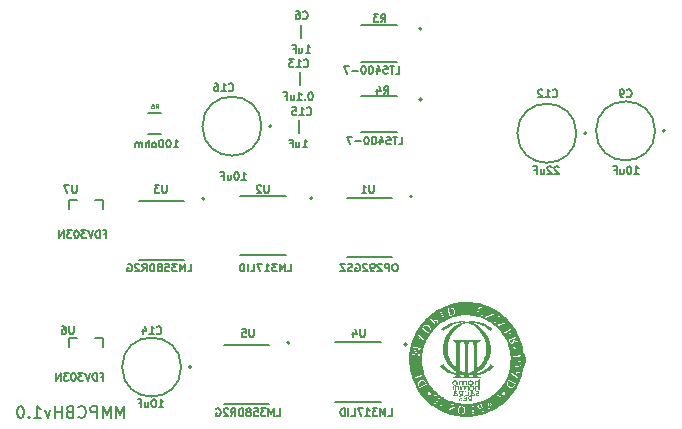
<source format=gbr>
%TF.GenerationSoftware,KiCad,Pcbnew,(6.0.5)*%
%TF.CreationDate,2023-06-19T13:08:36+02:00*%
%TF.ProjectId,PCB_Hoja,5043425f-486f-46a6-912e-6b696361645f,rev?*%
%TF.SameCoordinates,Original*%
%TF.FileFunction,Legend,Bot*%
%TF.FilePolarity,Positive*%
%FSLAX46Y46*%
G04 Gerber Fmt 4.6, Leading zero omitted, Abs format (unit mm)*
G04 Created by KiCad (PCBNEW (6.0.5)) date 2023-06-19 13:08:36*
%MOMM*%
%LPD*%
G01*
G04 APERTURE LIST*
%ADD10C,0.150000*%
%ADD11C,0.098425*%
%ADD12C,0.300000*%
%ADD13C,0.127000*%
%ADD14C,0.200000*%
%ADD15C,0.203200*%
G04 APERTURE END LIST*
D10*
X158196428Y-85044047D02*
X158567857Y-85044047D01*
X158382142Y-85044047D02*
X158382142Y-84394047D01*
X158444047Y-84486904D01*
X158505952Y-84548809D01*
X158567857Y-84579761D01*
X157794047Y-84394047D02*
X157732142Y-84394047D01*
X157670238Y-84425000D01*
X157639285Y-84455952D01*
X157608333Y-84517857D01*
X157577380Y-84641666D01*
X157577380Y-84796428D01*
X157608333Y-84920238D01*
X157639285Y-84982142D01*
X157670238Y-85013095D01*
X157732142Y-85044047D01*
X157794047Y-85044047D01*
X157855952Y-85013095D01*
X157886904Y-84982142D01*
X157917857Y-84920238D01*
X157948809Y-84796428D01*
X157948809Y-84641666D01*
X157917857Y-84517857D01*
X157886904Y-84455952D01*
X157855952Y-84425000D01*
X157794047Y-84394047D01*
X157020238Y-84610714D02*
X157020238Y-85044047D01*
X157298809Y-84610714D02*
X157298809Y-84951190D01*
X157267857Y-85013095D01*
X157205952Y-85044047D01*
X157113095Y-85044047D01*
X157051190Y-85013095D01*
X157020238Y-84982142D01*
X156494047Y-84703571D02*
X156710714Y-84703571D01*
X156710714Y-85044047D02*
X156710714Y-84394047D01*
X156401190Y-84394047D01*
X119204761Y-82794047D02*
X119576190Y-82794047D01*
X119390476Y-82794047D02*
X119390476Y-82144047D01*
X119452380Y-82236904D01*
X119514285Y-82298809D01*
X119576190Y-82329761D01*
X118802380Y-82144047D02*
X118740476Y-82144047D01*
X118678571Y-82175000D01*
X118647619Y-82205952D01*
X118616666Y-82267857D01*
X118585714Y-82391666D01*
X118585714Y-82546428D01*
X118616666Y-82670238D01*
X118647619Y-82732142D01*
X118678571Y-82763095D01*
X118740476Y-82794047D01*
X118802380Y-82794047D01*
X118864285Y-82763095D01*
X118895238Y-82732142D01*
X118926190Y-82670238D01*
X118957142Y-82546428D01*
X118957142Y-82391666D01*
X118926190Y-82267857D01*
X118895238Y-82205952D01*
X118864285Y-82175000D01*
X118802380Y-82144047D01*
X118183333Y-82144047D02*
X118121428Y-82144047D01*
X118059523Y-82175000D01*
X118028571Y-82205952D01*
X117997619Y-82267857D01*
X117966666Y-82391666D01*
X117966666Y-82546428D01*
X117997619Y-82670238D01*
X118028571Y-82732142D01*
X118059523Y-82763095D01*
X118121428Y-82794047D01*
X118183333Y-82794047D01*
X118245238Y-82763095D01*
X118276190Y-82732142D01*
X118307142Y-82670238D01*
X118338095Y-82546428D01*
X118338095Y-82391666D01*
X118307142Y-82267857D01*
X118276190Y-82205952D01*
X118245238Y-82175000D01*
X118183333Y-82144047D01*
X117595238Y-82794047D02*
X117657142Y-82763095D01*
X117688095Y-82732142D01*
X117719047Y-82670238D01*
X117719047Y-82484523D01*
X117688095Y-82422619D01*
X117657142Y-82391666D01*
X117595238Y-82360714D01*
X117502380Y-82360714D01*
X117440476Y-82391666D01*
X117409523Y-82422619D01*
X117378571Y-82484523D01*
X117378571Y-82670238D01*
X117409523Y-82732142D01*
X117440476Y-82763095D01*
X117502380Y-82794047D01*
X117595238Y-82794047D01*
X117100000Y-82794047D02*
X117100000Y-82144047D01*
X116821428Y-82794047D02*
X116821428Y-82453571D01*
X116852380Y-82391666D01*
X116914285Y-82360714D01*
X117007142Y-82360714D01*
X117069047Y-82391666D01*
X117100000Y-82422619D01*
X116511904Y-82794047D02*
X116511904Y-82360714D01*
X116511904Y-82422619D02*
X116480952Y-82391666D01*
X116419047Y-82360714D01*
X116326190Y-82360714D01*
X116264285Y-82391666D01*
X116233333Y-82453571D01*
X116233333Y-82794047D01*
X116233333Y-82453571D02*
X116202380Y-82391666D01*
X116140476Y-82360714D01*
X116047619Y-82360714D01*
X115985714Y-82391666D01*
X115954761Y-82453571D01*
X115954761Y-82794047D01*
X113285761Y-90123571D02*
X113502428Y-90123571D01*
X113502428Y-90464047D02*
X113502428Y-89814047D01*
X113192904Y-89814047D01*
X112945285Y-90464047D02*
X112945285Y-89814047D01*
X112790523Y-89814047D01*
X112697666Y-89845000D01*
X112635761Y-89906904D01*
X112604809Y-89968809D01*
X112573857Y-90092619D01*
X112573857Y-90185476D01*
X112604809Y-90309285D01*
X112635761Y-90371190D01*
X112697666Y-90433095D01*
X112790523Y-90464047D01*
X112945285Y-90464047D01*
X112388142Y-89814047D02*
X112171476Y-90464047D01*
X111954809Y-89814047D01*
X111800047Y-89814047D02*
X111397666Y-89814047D01*
X111614333Y-90061666D01*
X111521476Y-90061666D01*
X111459571Y-90092619D01*
X111428619Y-90123571D01*
X111397666Y-90185476D01*
X111397666Y-90340238D01*
X111428619Y-90402142D01*
X111459571Y-90433095D01*
X111521476Y-90464047D01*
X111707190Y-90464047D01*
X111769095Y-90433095D01*
X111800047Y-90402142D01*
X110995285Y-89814047D02*
X110933380Y-89814047D01*
X110871476Y-89845000D01*
X110840523Y-89875952D01*
X110809571Y-89937857D01*
X110778619Y-90061666D01*
X110778619Y-90216428D01*
X110809571Y-90340238D01*
X110840523Y-90402142D01*
X110871476Y-90433095D01*
X110933380Y-90464047D01*
X110995285Y-90464047D01*
X111057190Y-90433095D01*
X111088142Y-90402142D01*
X111119095Y-90340238D01*
X111150047Y-90216428D01*
X111150047Y-90061666D01*
X111119095Y-89937857D01*
X111088142Y-89875952D01*
X111057190Y-89845000D01*
X110995285Y-89814047D01*
X110561952Y-89814047D02*
X110159571Y-89814047D01*
X110376238Y-90061666D01*
X110283380Y-90061666D01*
X110221476Y-90092619D01*
X110190523Y-90123571D01*
X110159571Y-90185476D01*
X110159571Y-90340238D01*
X110190523Y-90402142D01*
X110221476Y-90433095D01*
X110283380Y-90464047D01*
X110469095Y-90464047D01*
X110531000Y-90433095D01*
X110561952Y-90402142D01*
X109881000Y-90464047D02*
X109881000Y-89814047D01*
X109509571Y-90464047D01*
X109509571Y-89814047D01*
X138009523Y-92644047D02*
X137885714Y-92644047D01*
X137823809Y-92675000D01*
X137761904Y-92736904D01*
X137730952Y-92860714D01*
X137730952Y-93077380D01*
X137761904Y-93201190D01*
X137823809Y-93263095D01*
X137885714Y-93294047D01*
X138009523Y-93294047D01*
X138071428Y-93263095D01*
X138133333Y-93201190D01*
X138164285Y-93077380D01*
X138164285Y-92860714D01*
X138133333Y-92736904D01*
X138071428Y-92675000D01*
X138009523Y-92644047D01*
X137452380Y-93294047D02*
X137452380Y-92644047D01*
X137204761Y-92644047D01*
X137142857Y-92675000D01*
X137111904Y-92705952D01*
X137080952Y-92767857D01*
X137080952Y-92860714D01*
X137111904Y-92922619D01*
X137142857Y-92953571D01*
X137204761Y-92984523D01*
X137452380Y-92984523D01*
X136833333Y-92705952D02*
X136802380Y-92675000D01*
X136740476Y-92644047D01*
X136585714Y-92644047D01*
X136523809Y-92675000D01*
X136492857Y-92705952D01*
X136461904Y-92767857D01*
X136461904Y-92829761D01*
X136492857Y-92922619D01*
X136864285Y-93294047D01*
X136461904Y-93294047D01*
X136152380Y-93294047D02*
X136028571Y-93294047D01*
X135966666Y-93263095D01*
X135935714Y-93232142D01*
X135873809Y-93139285D01*
X135842857Y-93015476D01*
X135842857Y-92767857D01*
X135873809Y-92705952D01*
X135904761Y-92675000D01*
X135966666Y-92644047D01*
X136090476Y-92644047D01*
X136152380Y-92675000D01*
X136183333Y-92705952D01*
X136214285Y-92767857D01*
X136214285Y-92922619D01*
X136183333Y-92984523D01*
X136152380Y-93015476D01*
X136090476Y-93046428D01*
X135966666Y-93046428D01*
X135904761Y-93015476D01*
X135873809Y-92984523D01*
X135842857Y-92922619D01*
X135595238Y-92705952D02*
X135564285Y-92675000D01*
X135502380Y-92644047D01*
X135347619Y-92644047D01*
X135285714Y-92675000D01*
X135254761Y-92705952D01*
X135223809Y-92767857D01*
X135223809Y-92829761D01*
X135254761Y-92922619D01*
X135626190Y-93294047D01*
X135223809Y-93294047D01*
X134604761Y-92675000D02*
X134666666Y-92644047D01*
X134759523Y-92644047D01*
X134852380Y-92675000D01*
X134914285Y-92736904D01*
X134945238Y-92798809D01*
X134976190Y-92922619D01*
X134976190Y-93015476D01*
X134945238Y-93139285D01*
X134914285Y-93201190D01*
X134852380Y-93263095D01*
X134759523Y-93294047D01*
X134697619Y-93294047D01*
X134604761Y-93263095D01*
X134573809Y-93232142D01*
X134573809Y-93015476D01*
X134697619Y-93015476D01*
X134326190Y-93263095D02*
X134233333Y-93294047D01*
X134078571Y-93294047D01*
X134016666Y-93263095D01*
X133985714Y-93232142D01*
X133954761Y-93170238D01*
X133954761Y-93108333D01*
X133985714Y-93046428D01*
X134016666Y-93015476D01*
X134078571Y-92984523D01*
X134202380Y-92953571D01*
X134264285Y-92922619D01*
X134295238Y-92891666D01*
X134326190Y-92829761D01*
X134326190Y-92767857D01*
X134295238Y-92705952D01*
X134264285Y-92675000D01*
X134202380Y-92644047D01*
X134047619Y-92644047D01*
X133954761Y-92675000D01*
X133738095Y-92644047D02*
X133304761Y-92644047D01*
X133738095Y-93294047D01*
X133304761Y-93294047D01*
X130386904Y-74794047D02*
X130758333Y-74794047D01*
X130572619Y-74794047D02*
X130572619Y-74144047D01*
X130634523Y-74236904D01*
X130696428Y-74298809D01*
X130758333Y-74329761D01*
X129829761Y-74360714D02*
X129829761Y-74794047D01*
X130108333Y-74360714D02*
X130108333Y-74701190D01*
X130077380Y-74763095D01*
X130015476Y-74794047D01*
X129922619Y-74794047D01*
X129860714Y-74763095D01*
X129829761Y-74732142D01*
X129303571Y-74453571D02*
X129520238Y-74453571D01*
X129520238Y-74794047D02*
X129520238Y-74144047D01*
X129210714Y-74144047D01*
X117946428Y-104794047D02*
X118317857Y-104794047D01*
X118132142Y-104794047D02*
X118132142Y-104144047D01*
X118194047Y-104236904D01*
X118255952Y-104298809D01*
X118317857Y-104329761D01*
X117544047Y-104144047D02*
X117482142Y-104144047D01*
X117420238Y-104175000D01*
X117389285Y-104205952D01*
X117358333Y-104267857D01*
X117327380Y-104391666D01*
X117327380Y-104546428D01*
X117358333Y-104670238D01*
X117389285Y-104732142D01*
X117420238Y-104763095D01*
X117482142Y-104794047D01*
X117544047Y-104794047D01*
X117605952Y-104763095D01*
X117636904Y-104732142D01*
X117667857Y-104670238D01*
X117698809Y-104546428D01*
X117698809Y-104391666D01*
X117667857Y-104267857D01*
X117636904Y-104205952D01*
X117605952Y-104175000D01*
X117544047Y-104144047D01*
X116770238Y-104360714D02*
X116770238Y-104794047D01*
X117048809Y-104360714D02*
X117048809Y-104701190D01*
X117017857Y-104763095D01*
X116955952Y-104794047D01*
X116863095Y-104794047D01*
X116801190Y-104763095D01*
X116770238Y-104732142D01*
X116244047Y-104453571D02*
X116460714Y-104453571D01*
X116460714Y-104794047D02*
X116460714Y-104144047D01*
X116151190Y-104144047D01*
X130817857Y-78144047D02*
X130755952Y-78144047D01*
X130694047Y-78175000D01*
X130663095Y-78205952D01*
X130632142Y-78267857D01*
X130601190Y-78391666D01*
X130601190Y-78546428D01*
X130632142Y-78670238D01*
X130663095Y-78732142D01*
X130694047Y-78763095D01*
X130755952Y-78794047D01*
X130817857Y-78794047D01*
X130879761Y-78763095D01*
X130910714Y-78732142D01*
X130941666Y-78670238D01*
X130972619Y-78546428D01*
X130972619Y-78391666D01*
X130941666Y-78267857D01*
X130910714Y-78205952D01*
X130879761Y-78175000D01*
X130817857Y-78144047D01*
X130322619Y-78732142D02*
X130291666Y-78763095D01*
X130322619Y-78794047D01*
X130353571Y-78763095D01*
X130322619Y-78732142D01*
X130322619Y-78794047D01*
X129672619Y-78794047D02*
X130044047Y-78794047D01*
X129858333Y-78794047D02*
X129858333Y-78144047D01*
X129920238Y-78236904D01*
X129982142Y-78298809D01*
X130044047Y-78329761D01*
X129115476Y-78360714D02*
X129115476Y-78794047D01*
X129394047Y-78360714D02*
X129394047Y-78701190D01*
X129363095Y-78763095D01*
X129301190Y-78794047D01*
X129208333Y-78794047D01*
X129146428Y-78763095D01*
X129115476Y-78732142D01*
X128589285Y-78453571D02*
X128805952Y-78453571D01*
X128805952Y-78794047D02*
X128805952Y-78144047D01*
X128496428Y-78144047D01*
X130136904Y-82794047D02*
X130508333Y-82794047D01*
X130322619Y-82794047D02*
X130322619Y-82144047D01*
X130384523Y-82236904D01*
X130446428Y-82298809D01*
X130508333Y-82329761D01*
X129579761Y-82360714D02*
X129579761Y-82794047D01*
X129858333Y-82360714D02*
X129858333Y-82701190D01*
X129827380Y-82763095D01*
X129765476Y-82794047D01*
X129672619Y-82794047D01*
X129610714Y-82763095D01*
X129579761Y-82732142D01*
X129053571Y-82453571D02*
X129270238Y-82453571D01*
X129270238Y-82794047D02*
X129270238Y-82144047D01*
X128960714Y-82144047D01*
X137996428Y-76544047D02*
X138305952Y-76544047D01*
X138305952Y-75894047D01*
X137872619Y-75894047D02*
X137501190Y-75894047D01*
X137686904Y-76544047D02*
X137686904Y-75894047D01*
X136975000Y-75894047D02*
X137284523Y-75894047D01*
X137315476Y-76203571D01*
X137284523Y-76172619D01*
X137222619Y-76141666D01*
X137067857Y-76141666D01*
X137005952Y-76172619D01*
X136975000Y-76203571D01*
X136944047Y-76265476D01*
X136944047Y-76420238D01*
X136975000Y-76482142D01*
X137005952Y-76513095D01*
X137067857Y-76544047D01*
X137222619Y-76544047D01*
X137284523Y-76513095D01*
X137315476Y-76482142D01*
X136386904Y-76110714D02*
X136386904Y-76544047D01*
X136541666Y-75863095D02*
X136696428Y-76327380D01*
X136294047Y-76327380D01*
X135922619Y-75894047D02*
X135860714Y-75894047D01*
X135798809Y-75925000D01*
X135767857Y-75955952D01*
X135736904Y-76017857D01*
X135705952Y-76141666D01*
X135705952Y-76296428D01*
X135736904Y-76420238D01*
X135767857Y-76482142D01*
X135798809Y-76513095D01*
X135860714Y-76544047D01*
X135922619Y-76544047D01*
X135984523Y-76513095D01*
X136015476Y-76482142D01*
X136046428Y-76420238D01*
X136077380Y-76296428D01*
X136077380Y-76141666D01*
X136046428Y-76017857D01*
X136015476Y-75955952D01*
X135984523Y-75925000D01*
X135922619Y-75894047D01*
X135303571Y-75894047D02*
X135241666Y-75894047D01*
X135179761Y-75925000D01*
X135148809Y-75955952D01*
X135117857Y-76017857D01*
X135086904Y-76141666D01*
X135086904Y-76296428D01*
X135117857Y-76420238D01*
X135148809Y-76482142D01*
X135179761Y-76513095D01*
X135241666Y-76544047D01*
X135303571Y-76544047D01*
X135365476Y-76513095D01*
X135396428Y-76482142D01*
X135427380Y-76420238D01*
X135458333Y-76296428D01*
X135458333Y-76141666D01*
X135427380Y-76017857D01*
X135396428Y-75955952D01*
X135365476Y-75925000D01*
X135303571Y-75894047D01*
X134808333Y-76296428D02*
X134313095Y-76296428D01*
X134065476Y-75894047D02*
X133632142Y-75894047D01*
X133910714Y-76544047D01*
X113029761Y-102203571D02*
X113246428Y-102203571D01*
X113246428Y-102544047D02*
X113246428Y-101894047D01*
X112936904Y-101894047D01*
X112689285Y-102544047D02*
X112689285Y-101894047D01*
X112534523Y-101894047D01*
X112441666Y-101925000D01*
X112379761Y-101986904D01*
X112348809Y-102048809D01*
X112317857Y-102172619D01*
X112317857Y-102265476D01*
X112348809Y-102389285D01*
X112379761Y-102451190D01*
X112441666Y-102513095D01*
X112534523Y-102544047D01*
X112689285Y-102544047D01*
X112132142Y-101894047D02*
X111915476Y-102544047D01*
X111698809Y-101894047D01*
X111544047Y-101894047D02*
X111141666Y-101894047D01*
X111358333Y-102141666D01*
X111265476Y-102141666D01*
X111203571Y-102172619D01*
X111172619Y-102203571D01*
X111141666Y-102265476D01*
X111141666Y-102420238D01*
X111172619Y-102482142D01*
X111203571Y-102513095D01*
X111265476Y-102544047D01*
X111451190Y-102544047D01*
X111513095Y-102513095D01*
X111544047Y-102482142D01*
X110739285Y-101894047D02*
X110677380Y-101894047D01*
X110615476Y-101925000D01*
X110584523Y-101955952D01*
X110553571Y-102017857D01*
X110522619Y-102141666D01*
X110522619Y-102296428D01*
X110553571Y-102420238D01*
X110584523Y-102482142D01*
X110615476Y-102513095D01*
X110677380Y-102544047D01*
X110739285Y-102544047D01*
X110801190Y-102513095D01*
X110832142Y-102482142D01*
X110863095Y-102420238D01*
X110894047Y-102296428D01*
X110894047Y-102141666D01*
X110863095Y-102017857D01*
X110832142Y-101955952D01*
X110801190Y-101925000D01*
X110739285Y-101894047D01*
X110305952Y-101894047D02*
X109903571Y-101894047D01*
X110120238Y-102141666D01*
X110027380Y-102141666D01*
X109965476Y-102172619D01*
X109934523Y-102203571D01*
X109903571Y-102265476D01*
X109903571Y-102420238D01*
X109934523Y-102482142D01*
X109965476Y-102513095D01*
X110027380Y-102544047D01*
X110213095Y-102544047D01*
X110275000Y-102513095D01*
X110305952Y-102482142D01*
X109625000Y-102544047D02*
X109625000Y-101894047D01*
X109253571Y-102544047D01*
X109253571Y-101894047D01*
X151817857Y-84455952D02*
X151786904Y-84425000D01*
X151725000Y-84394047D01*
X151570238Y-84394047D01*
X151508333Y-84425000D01*
X151477380Y-84455952D01*
X151446428Y-84517857D01*
X151446428Y-84579761D01*
X151477380Y-84672619D01*
X151848809Y-85044047D01*
X151446428Y-85044047D01*
X151198809Y-84455952D02*
X151167857Y-84425000D01*
X151105952Y-84394047D01*
X150951190Y-84394047D01*
X150889285Y-84425000D01*
X150858333Y-84455952D01*
X150827380Y-84517857D01*
X150827380Y-84579761D01*
X150858333Y-84672619D01*
X151229761Y-85044047D01*
X150827380Y-85044047D01*
X150270238Y-84610714D02*
X150270238Y-85044047D01*
X150548809Y-84610714D02*
X150548809Y-84951190D01*
X150517857Y-85013095D01*
X150455952Y-85044047D01*
X150363095Y-85044047D01*
X150301190Y-85013095D01*
X150270238Y-84982142D01*
X149744047Y-84703571D02*
X149960714Y-84703571D01*
X149960714Y-85044047D02*
X149960714Y-84394047D01*
X149651190Y-84394047D01*
X115000000Y-105702380D02*
X115000000Y-104702380D01*
X114666666Y-105416666D01*
X114333333Y-104702380D01*
X114333333Y-105702380D01*
X113857142Y-105702380D02*
X113857142Y-104702380D01*
X113523809Y-105416666D01*
X113190476Y-104702380D01*
X113190476Y-105702380D01*
X112714285Y-105702380D02*
X112714285Y-104702380D01*
X112333333Y-104702380D01*
X112238095Y-104750000D01*
X112190476Y-104797619D01*
X112142857Y-104892857D01*
X112142857Y-105035714D01*
X112190476Y-105130952D01*
X112238095Y-105178571D01*
X112333333Y-105226190D01*
X112714285Y-105226190D01*
X111142857Y-105607142D02*
X111190476Y-105654761D01*
X111333333Y-105702380D01*
X111428571Y-105702380D01*
X111571428Y-105654761D01*
X111666666Y-105559523D01*
X111714285Y-105464285D01*
X111761904Y-105273809D01*
X111761904Y-105130952D01*
X111714285Y-104940476D01*
X111666666Y-104845238D01*
X111571428Y-104750000D01*
X111428571Y-104702380D01*
X111333333Y-104702380D01*
X111190476Y-104750000D01*
X111142857Y-104797619D01*
X110380952Y-105178571D02*
X110238095Y-105226190D01*
X110190476Y-105273809D01*
X110142857Y-105369047D01*
X110142857Y-105511904D01*
X110190476Y-105607142D01*
X110238095Y-105654761D01*
X110333333Y-105702380D01*
X110714285Y-105702380D01*
X110714285Y-104702380D01*
X110380952Y-104702380D01*
X110285714Y-104750000D01*
X110238095Y-104797619D01*
X110190476Y-104892857D01*
X110190476Y-104988095D01*
X110238095Y-105083333D01*
X110285714Y-105130952D01*
X110380952Y-105178571D01*
X110714285Y-105178571D01*
X109714285Y-105702380D02*
X109714285Y-104702380D01*
X109714285Y-105178571D02*
X109142857Y-105178571D01*
X109142857Y-105702380D02*
X109142857Y-104702380D01*
X108761904Y-105035714D02*
X108523809Y-105702380D01*
X108285714Y-105035714D01*
X107380952Y-105702380D02*
X107952380Y-105702380D01*
X107666666Y-105702380D02*
X107666666Y-104702380D01*
X107761904Y-104845238D01*
X107857142Y-104940476D01*
X107952380Y-104988095D01*
X106952380Y-105607142D02*
X106904761Y-105654761D01*
X106952380Y-105702380D01*
X107000000Y-105654761D01*
X106952380Y-105607142D01*
X106952380Y-105702380D01*
X106285714Y-104702380D02*
X106190476Y-104702380D01*
X106095238Y-104750000D01*
X106047619Y-104797619D01*
X106000000Y-104892857D01*
X105952380Y-105083333D01*
X105952380Y-105321428D01*
X106000000Y-105511904D01*
X106047619Y-105607142D01*
X106095238Y-105654761D01*
X106190476Y-105702380D01*
X106285714Y-105702380D01*
X106380952Y-105654761D01*
X106428571Y-105607142D01*
X106476190Y-105511904D01*
X106523809Y-105321428D01*
X106523809Y-105083333D01*
X106476190Y-104892857D01*
X106428571Y-104797619D01*
X106380952Y-104750000D01*
X106285714Y-104702380D01*
X120383333Y-93294047D02*
X120692857Y-93294047D01*
X120692857Y-92644047D01*
X120166666Y-93294047D02*
X120166666Y-92644047D01*
X119950000Y-93108333D01*
X119733333Y-92644047D01*
X119733333Y-93294047D01*
X119485714Y-92644047D02*
X119083333Y-92644047D01*
X119300000Y-92891666D01*
X119207142Y-92891666D01*
X119145238Y-92922619D01*
X119114285Y-92953571D01*
X119083333Y-93015476D01*
X119083333Y-93170238D01*
X119114285Y-93232142D01*
X119145238Y-93263095D01*
X119207142Y-93294047D01*
X119392857Y-93294047D01*
X119454761Y-93263095D01*
X119485714Y-93232142D01*
X118495238Y-92644047D02*
X118804761Y-92644047D01*
X118835714Y-92953571D01*
X118804761Y-92922619D01*
X118742857Y-92891666D01*
X118588095Y-92891666D01*
X118526190Y-92922619D01*
X118495238Y-92953571D01*
X118464285Y-93015476D01*
X118464285Y-93170238D01*
X118495238Y-93232142D01*
X118526190Y-93263095D01*
X118588095Y-93294047D01*
X118742857Y-93294047D01*
X118804761Y-93263095D01*
X118835714Y-93232142D01*
X118092857Y-92922619D02*
X118154761Y-92891666D01*
X118185714Y-92860714D01*
X118216666Y-92798809D01*
X118216666Y-92767857D01*
X118185714Y-92705952D01*
X118154761Y-92675000D01*
X118092857Y-92644047D01*
X117969047Y-92644047D01*
X117907142Y-92675000D01*
X117876190Y-92705952D01*
X117845238Y-92767857D01*
X117845238Y-92798809D01*
X117876190Y-92860714D01*
X117907142Y-92891666D01*
X117969047Y-92922619D01*
X118092857Y-92922619D01*
X118154761Y-92953571D01*
X118185714Y-92984523D01*
X118216666Y-93046428D01*
X118216666Y-93170238D01*
X118185714Y-93232142D01*
X118154761Y-93263095D01*
X118092857Y-93294047D01*
X117969047Y-93294047D01*
X117907142Y-93263095D01*
X117876190Y-93232142D01*
X117845238Y-93170238D01*
X117845238Y-93046428D01*
X117876190Y-92984523D01*
X117907142Y-92953571D01*
X117969047Y-92922619D01*
X117566666Y-93294047D02*
X117566666Y-92644047D01*
X117411904Y-92644047D01*
X117319047Y-92675000D01*
X117257142Y-92736904D01*
X117226190Y-92798809D01*
X117195238Y-92922619D01*
X117195238Y-93015476D01*
X117226190Y-93139285D01*
X117257142Y-93201190D01*
X117319047Y-93263095D01*
X117411904Y-93294047D01*
X117566666Y-93294047D01*
X116545238Y-93294047D02*
X116761904Y-92984523D01*
X116916666Y-93294047D02*
X116916666Y-92644047D01*
X116669047Y-92644047D01*
X116607142Y-92675000D01*
X116576190Y-92705952D01*
X116545238Y-92767857D01*
X116545238Y-92860714D01*
X116576190Y-92922619D01*
X116607142Y-92953571D01*
X116669047Y-92984523D01*
X116916666Y-92984523D01*
X116297619Y-92705952D02*
X116266666Y-92675000D01*
X116204761Y-92644047D01*
X116050000Y-92644047D01*
X115988095Y-92675000D01*
X115957142Y-92705952D01*
X115926190Y-92767857D01*
X115926190Y-92829761D01*
X115957142Y-92922619D01*
X116328571Y-93294047D01*
X115926190Y-93294047D01*
X115307142Y-92675000D02*
X115369047Y-92644047D01*
X115461904Y-92644047D01*
X115554761Y-92675000D01*
X115616666Y-92736904D01*
X115647619Y-92798809D01*
X115678571Y-92922619D01*
X115678571Y-93015476D01*
X115647619Y-93139285D01*
X115616666Y-93201190D01*
X115554761Y-93263095D01*
X115461904Y-93294047D01*
X115400000Y-93294047D01*
X115307142Y-93263095D01*
X115276190Y-93232142D01*
X115276190Y-93015476D01*
X115400000Y-93015476D01*
X138246428Y-82544047D02*
X138555952Y-82544047D01*
X138555952Y-81894047D01*
X138122619Y-81894047D02*
X137751190Y-81894047D01*
X137936904Y-82544047D02*
X137936904Y-81894047D01*
X137225000Y-81894047D02*
X137534523Y-81894047D01*
X137565476Y-82203571D01*
X137534523Y-82172619D01*
X137472619Y-82141666D01*
X137317857Y-82141666D01*
X137255952Y-82172619D01*
X137225000Y-82203571D01*
X137194047Y-82265476D01*
X137194047Y-82420238D01*
X137225000Y-82482142D01*
X137255952Y-82513095D01*
X137317857Y-82544047D01*
X137472619Y-82544047D01*
X137534523Y-82513095D01*
X137565476Y-82482142D01*
X136636904Y-82110714D02*
X136636904Y-82544047D01*
X136791666Y-81863095D02*
X136946428Y-82327380D01*
X136544047Y-82327380D01*
X136172619Y-81894047D02*
X136110714Y-81894047D01*
X136048809Y-81925000D01*
X136017857Y-81955952D01*
X135986904Y-82017857D01*
X135955952Y-82141666D01*
X135955952Y-82296428D01*
X135986904Y-82420238D01*
X136017857Y-82482142D01*
X136048809Y-82513095D01*
X136110714Y-82544047D01*
X136172619Y-82544047D01*
X136234523Y-82513095D01*
X136265476Y-82482142D01*
X136296428Y-82420238D01*
X136327380Y-82296428D01*
X136327380Y-82141666D01*
X136296428Y-82017857D01*
X136265476Y-81955952D01*
X136234523Y-81925000D01*
X136172619Y-81894047D01*
X135553571Y-81894047D02*
X135491666Y-81894047D01*
X135429761Y-81925000D01*
X135398809Y-81955952D01*
X135367857Y-82017857D01*
X135336904Y-82141666D01*
X135336904Y-82296428D01*
X135367857Y-82420238D01*
X135398809Y-82482142D01*
X135429761Y-82513095D01*
X135491666Y-82544047D01*
X135553571Y-82544047D01*
X135615476Y-82513095D01*
X135646428Y-82482142D01*
X135677380Y-82420238D01*
X135708333Y-82296428D01*
X135708333Y-82141666D01*
X135677380Y-82017857D01*
X135646428Y-81955952D01*
X135615476Y-81925000D01*
X135553571Y-81894047D01*
X135058333Y-82296428D02*
X134563095Y-82296428D01*
X134315476Y-81894047D02*
X133882142Y-81894047D01*
X134160714Y-82544047D01*
X137341666Y-105544047D02*
X137651190Y-105544047D01*
X137651190Y-104894047D01*
X137125000Y-105544047D02*
X137125000Y-104894047D01*
X136908333Y-105358333D01*
X136691666Y-104894047D01*
X136691666Y-105544047D01*
X136444047Y-104894047D02*
X136041666Y-104894047D01*
X136258333Y-105141666D01*
X136165476Y-105141666D01*
X136103571Y-105172619D01*
X136072619Y-105203571D01*
X136041666Y-105265476D01*
X136041666Y-105420238D01*
X136072619Y-105482142D01*
X136103571Y-105513095D01*
X136165476Y-105544047D01*
X136351190Y-105544047D01*
X136413095Y-105513095D01*
X136444047Y-105482142D01*
X135422619Y-105544047D02*
X135794047Y-105544047D01*
X135608333Y-105544047D02*
X135608333Y-104894047D01*
X135670238Y-104986904D01*
X135732142Y-105048809D01*
X135794047Y-105079761D01*
X135205952Y-104894047D02*
X134772619Y-104894047D01*
X135051190Y-105544047D01*
X134215476Y-105544047D02*
X134525000Y-105544047D01*
X134525000Y-104894047D01*
X133998809Y-105544047D02*
X133998809Y-104894047D01*
X133689285Y-105544047D02*
X133689285Y-104894047D01*
X133534523Y-104894047D01*
X133441666Y-104925000D01*
X133379761Y-104986904D01*
X133348809Y-105048809D01*
X133317857Y-105172619D01*
X133317857Y-105265476D01*
X133348809Y-105389285D01*
X133379761Y-105451190D01*
X133441666Y-105513095D01*
X133534523Y-105544047D01*
X133689285Y-105544047D01*
X124946428Y-85544047D02*
X125317857Y-85544047D01*
X125132142Y-85544047D02*
X125132142Y-84894047D01*
X125194047Y-84986904D01*
X125255952Y-85048809D01*
X125317857Y-85079761D01*
X124544047Y-84894047D02*
X124482142Y-84894047D01*
X124420238Y-84925000D01*
X124389285Y-84955952D01*
X124358333Y-85017857D01*
X124327380Y-85141666D01*
X124327380Y-85296428D01*
X124358333Y-85420238D01*
X124389285Y-85482142D01*
X124420238Y-85513095D01*
X124482142Y-85544047D01*
X124544047Y-85544047D01*
X124605952Y-85513095D01*
X124636904Y-85482142D01*
X124667857Y-85420238D01*
X124698809Y-85296428D01*
X124698809Y-85141666D01*
X124667857Y-85017857D01*
X124636904Y-84955952D01*
X124605952Y-84925000D01*
X124544047Y-84894047D01*
X123770238Y-85110714D02*
X123770238Y-85544047D01*
X124048809Y-85110714D02*
X124048809Y-85451190D01*
X124017857Y-85513095D01*
X123955952Y-85544047D01*
X123863095Y-85544047D01*
X123801190Y-85513095D01*
X123770238Y-85482142D01*
X123244047Y-85203571D02*
X123460714Y-85203571D01*
X123460714Y-85544047D02*
X123460714Y-84894047D01*
X123151190Y-84894047D01*
X127883333Y-105544047D02*
X128192857Y-105544047D01*
X128192857Y-104894047D01*
X127666666Y-105544047D02*
X127666666Y-104894047D01*
X127450000Y-105358333D01*
X127233333Y-104894047D01*
X127233333Y-105544047D01*
X126985714Y-104894047D02*
X126583333Y-104894047D01*
X126800000Y-105141666D01*
X126707142Y-105141666D01*
X126645238Y-105172619D01*
X126614285Y-105203571D01*
X126583333Y-105265476D01*
X126583333Y-105420238D01*
X126614285Y-105482142D01*
X126645238Y-105513095D01*
X126707142Y-105544047D01*
X126892857Y-105544047D01*
X126954761Y-105513095D01*
X126985714Y-105482142D01*
X125995238Y-104894047D02*
X126304761Y-104894047D01*
X126335714Y-105203571D01*
X126304761Y-105172619D01*
X126242857Y-105141666D01*
X126088095Y-105141666D01*
X126026190Y-105172619D01*
X125995238Y-105203571D01*
X125964285Y-105265476D01*
X125964285Y-105420238D01*
X125995238Y-105482142D01*
X126026190Y-105513095D01*
X126088095Y-105544047D01*
X126242857Y-105544047D01*
X126304761Y-105513095D01*
X126335714Y-105482142D01*
X125592857Y-105172619D02*
X125654761Y-105141666D01*
X125685714Y-105110714D01*
X125716666Y-105048809D01*
X125716666Y-105017857D01*
X125685714Y-104955952D01*
X125654761Y-104925000D01*
X125592857Y-104894047D01*
X125469047Y-104894047D01*
X125407142Y-104925000D01*
X125376190Y-104955952D01*
X125345238Y-105017857D01*
X125345238Y-105048809D01*
X125376190Y-105110714D01*
X125407142Y-105141666D01*
X125469047Y-105172619D01*
X125592857Y-105172619D01*
X125654761Y-105203571D01*
X125685714Y-105234523D01*
X125716666Y-105296428D01*
X125716666Y-105420238D01*
X125685714Y-105482142D01*
X125654761Y-105513095D01*
X125592857Y-105544047D01*
X125469047Y-105544047D01*
X125407142Y-105513095D01*
X125376190Y-105482142D01*
X125345238Y-105420238D01*
X125345238Y-105296428D01*
X125376190Y-105234523D01*
X125407142Y-105203571D01*
X125469047Y-105172619D01*
X125066666Y-105544047D02*
X125066666Y-104894047D01*
X124911904Y-104894047D01*
X124819047Y-104925000D01*
X124757142Y-104986904D01*
X124726190Y-105048809D01*
X124695238Y-105172619D01*
X124695238Y-105265476D01*
X124726190Y-105389285D01*
X124757142Y-105451190D01*
X124819047Y-105513095D01*
X124911904Y-105544047D01*
X125066666Y-105544047D01*
X124045238Y-105544047D02*
X124261904Y-105234523D01*
X124416666Y-105544047D02*
X124416666Y-104894047D01*
X124169047Y-104894047D01*
X124107142Y-104925000D01*
X124076190Y-104955952D01*
X124045238Y-105017857D01*
X124045238Y-105110714D01*
X124076190Y-105172619D01*
X124107142Y-105203571D01*
X124169047Y-105234523D01*
X124416666Y-105234523D01*
X123797619Y-104955952D02*
X123766666Y-104925000D01*
X123704761Y-104894047D01*
X123550000Y-104894047D01*
X123488095Y-104925000D01*
X123457142Y-104955952D01*
X123426190Y-105017857D01*
X123426190Y-105079761D01*
X123457142Y-105172619D01*
X123828571Y-105544047D01*
X123426190Y-105544047D01*
X122807142Y-104925000D02*
X122869047Y-104894047D01*
X122961904Y-104894047D01*
X123054761Y-104925000D01*
X123116666Y-104986904D01*
X123147619Y-105048809D01*
X123178571Y-105172619D01*
X123178571Y-105265476D01*
X123147619Y-105389285D01*
X123116666Y-105451190D01*
X123054761Y-105513095D01*
X122961904Y-105544047D01*
X122900000Y-105544047D01*
X122807142Y-105513095D01*
X122776190Y-105482142D01*
X122776190Y-105265476D01*
X122900000Y-105265476D01*
X128841666Y-93294047D02*
X129151190Y-93294047D01*
X129151190Y-92644047D01*
X128625000Y-93294047D02*
X128625000Y-92644047D01*
X128408333Y-93108333D01*
X128191666Y-92644047D01*
X128191666Y-93294047D01*
X127944047Y-92644047D02*
X127541666Y-92644047D01*
X127758333Y-92891666D01*
X127665476Y-92891666D01*
X127603571Y-92922619D01*
X127572619Y-92953571D01*
X127541666Y-93015476D01*
X127541666Y-93170238D01*
X127572619Y-93232142D01*
X127603571Y-93263095D01*
X127665476Y-93294047D01*
X127851190Y-93294047D01*
X127913095Y-93263095D01*
X127944047Y-93232142D01*
X126922619Y-93294047D02*
X127294047Y-93294047D01*
X127108333Y-93294047D02*
X127108333Y-92644047D01*
X127170238Y-92736904D01*
X127232142Y-92798809D01*
X127294047Y-92829761D01*
X126705952Y-92644047D02*
X126272619Y-92644047D01*
X126551190Y-93294047D01*
X125715476Y-93294047D02*
X126025000Y-93294047D01*
X126025000Y-92644047D01*
X125498809Y-93294047D02*
X125498809Y-92644047D01*
X125189285Y-93294047D02*
X125189285Y-92644047D01*
X125034523Y-92644047D01*
X124941666Y-92675000D01*
X124879761Y-92736904D01*
X124848809Y-92798809D01*
X124817857Y-92922619D01*
X124817857Y-93015476D01*
X124848809Y-93139285D01*
X124879761Y-93201190D01*
X124941666Y-93263095D01*
X125034523Y-93294047D01*
X125189285Y-93294047D01*
%TO.C,C9*%
X157588333Y-78464142D02*
X157619285Y-78495095D01*
X157712142Y-78526047D01*
X157774047Y-78526047D01*
X157866904Y-78495095D01*
X157928809Y-78433190D01*
X157959761Y-78371285D01*
X157990714Y-78247476D01*
X157990714Y-78154619D01*
X157959761Y-78030809D01*
X157928809Y-77968904D01*
X157866904Y-77907000D01*
X157774047Y-77876047D01*
X157712142Y-77876047D01*
X157619285Y-77907000D01*
X157588333Y-77937952D01*
X157278809Y-78526047D02*
X157155000Y-78526047D01*
X157093095Y-78495095D01*
X157062142Y-78464142D01*
X157000238Y-78371285D01*
X156969285Y-78247476D01*
X156969285Y-77999857D01*
X157000238Y-77937952D01*
X157031190Y-77907000D01*
X157093095Y-77876047D01*
X157216904Y-77876047D01*
X157278809Y-77907000D01*
X157309761Y-77937952D01*
X157340714Y-77999857D01*
X157340714Y-78154619D01*
X157309761Y-78216523D01*
X157278809Y-78247476D01*
X157216904Y-78278428D01*
X157093095Y-78278428D01*
X157031190Y-78247476D01*
X157000238Y-78216523D01*
X156969285Y-78154619D01*
%TO.C,U7*%
X110985238Y-86004047D02*
X110985238Y-86530238D01*
X110954285Y-86592142D01*
X110923333Y-86623095D01*
X110861428Y-86654047D01*
X110737619Y-86654047D01*
X110675714Y-86623095D01*
X110644761Y-86592142D01*
X110613809Y-86530238D01*
X110613809Y-86004047D01*
X110366190Y-86004047D02*
X109932857Y-86004047D01*
X110211428Y-86654047D01*
%TO.C,U6*%
X110731238Y-97942047D02*
X110731238Y-98468238D01*
X110700285Y-98530142D01*
X110669333Y-98561095D01*
X110607428Y-98592047D01*
X110483619Y-98592047D01*
X110421714Y-98561095D01*
X110390761Y-98530142D01*
X110359809Y-98468238D01*
X110359809Y-97942047D01*
X109771714Y-97942047D02*
X109895523Y-97942047D01*
X109957428Y-97973000D01*
X109988380Y-98003952D01*
X110050285Y-98096809D01*
X110081238Y-98220619D01*
X110081238Y-98468238D01*
X110050285Y-98530142D01*
X110019333Y-98561095D01*
X109957428Y-98592047D01*
X109833619Y-98592047D01*
X109771714Y-98561095D01*
X109740761Y-98530142D01*
X109709809Y-98468238D01*
X109709809Y-98313476D01*
X109740761Y-98251571D01*
X109771714Y-98220619D01*
X109833619Y-98189666D01*
X109957428Y-98189666D01*
X110019333Y-98220619D01*
X110050285Y-98251571D01*
X110081238Y-98313476D01*
%TO.C,U5*%
X125971238Y-98196047D02*
X125971238Y-98722238D01*
X125940285Y-98784142D01*
X125909333Y-98815095D01*
X125847428Y-98846047D01*
X125723619Y-98846047D01*
X125661714Y-98815095D01*
X125630761Y-98784142D01*
X125599809Y-98722238D01*
X125599809Y-98196047D01*
X124980761Y-98196047D02*
X125290285Y-98196047D01*
X125321238Y-98505571D01*
X125290285Y-98474619D01*
X125228380Y-98443666D01*
X125073619Y-98443666D01*
X125011714Y-98474619D01*
X124980761Y-98505571D01*
X124949809Y-98567476D01*
X124949809Y-98722238D01*
X124980761Y-98784142D01*
X125011714Y-98815095D01*
X125073619Y-98846047D01*
X125228380Y-98846047D01*
X125290285Y-98815095D01*
X125321238Y-98784142D01*
%TO.C,U4*%
X135369238Y-98196047D02*
X135369238Y-98722238D01*
X135338285Y-98784142D01*
X135307333Y-98815095D01*
X135245428Y-98846047D01*
X135121619Y-98846047D01*
X135059714Y-98815095D01*
X135028761Y-98784142D01*
X134997809Y-98722238D01*
X134997809Y-98196047D01*
X134409714Y-98412714D02*
X134409714Y-98846047D01*
X134564476Y-98165095D02*
X134719238Y-98629380D01*
X134316857Y-98629380D01*
%TO.C,U3*%
X118605238Y-86004047D02*
X118605238Y-86530238D01*
X118574285Y-86592142D01*
X118543333Y-86623095D01*
X118481428Y-86654047D01*
X118357619Y-86654047D01*
X118295714Y-86623095D01*
X118264761Y-86592142D01*
X118233809Y-86530238D01*
X118233809Y-86004047D01*
X117986190Y-86004047D02*
X117583809Y-86004047D01*
X117800476Y-86251666D01*
X117707619Y-86251666D01*
X117645714Y-86282619D01*
X117614761Y-86313571D01*
X117583809Y-86375476D01*
X117583809Y-86530238D01*
X117614761Y-86592142D01*
X117645714Y-86623095D01*
X117707619Y-86654047D01*
X117893333Y-86654047D01*
X117955238Y-86623095D01*
X117986190Y-86592142D01*
%TO.C,U2*%
X127241238Y-86004047D02*
X127241238Y-86530238D01*
X127210285Y-86592142D01*
X127179333Y-86623095D01*
X127117428Y-86654047D01*
X126993619Y-86654047D01*
X126931714Y-86623095D01*
X126900761Y-86592142D01*
X126869809Y-86530238D01*
X126869809Y-86004047D01*
X126591238Y-86065952D02*
X126560285Y-86035000D01*
X126498380Y-86004047D01*
X126343619Y-86004047D01*
X126281714Y-86035000D01*
X126250761Y-86065952D01*
X126219809Y-86127857D01*
X126219809Y-86189761D01*
X126250761Y-86282619D01*
X126622190Y-86654047D01*
X126219809Y-86654047D01*
%TO.C,U1*%
X136131238Y-86004047D02*
X136131238Y-86530238D01*
X136100285Y-86592142D01*
X136069333Y-86623095D01*
X136007428Y-86654047D01*
X135883619Y-86654047D01*
X135821714Y-86623095D01*
X135790761Y-86592142D01*
X135759809Y-86530238D01*
X135759809Y-86004047D01*
X135109809Y-86654047D02*
X135481238Y-86654047D01*
X135295523Y-86654047D02*
X135295523Y-86004047D01*
X135357428Y-86096904D01*
X135419333Y-86158809D01*
X135481238Y-86189761D01*
D11*
%TO.C,R6*%
X117667616Y-79478102D02*
X117798850Y-79290626D01*
X117892588Y-79478102D02*
X117892588Y-79084401D01*
X117742607Y-79084401D01*
X117705112Y-79103149D01*
X117686364Y-79121897D01*
X117667616Y-79159392D01*
X117667616Y-79215635D01*
X117686364Y-79253130D01*
X117705112Y-79271878D01*
X117742607Y-79290626D01*
X117892588Y-79290626D01*
X117330158Y-79084401D02*
X117405149Y-79084401D01*
X117442644Y-79103149D01*
X117461392Y-79121897D01*
X117498887Y-79178140D01*
X117517635Y-79253130D01*
X117517635Y-79403112D01*
X117498887Y-79440607D01*
X117480140Y-79459355D01*
X117442644Y-79478102D01*
X117367654Y-79478102D01*
X117330158Y-79459355D01*
X117311411Y-79440607D01*
X117292663Y-79403112D01*
X117292663Y-79309373D01*
X117311411Y-79271878D01*
X117330158Y-79253130D01*
X117367654Y-79234383D01*
X117442644Y-79234383D01*
X117480140Y-79253130D01*
X117498887Y-79271878D01*
X117517635Y-79309373D01*
D10*
%TO.C,R4*%
X137014333Y-78272047D02*
X137231000Y-77962523D01*
X137385761Y-78272047D02*
X137385761Y-77622047D01*
X137138142Y-77622047D01*
X137076238Y-77653000D01*
X137045285Y-77683952D01*
X137014333Y-77745857D01*
X137014333Y-77838714D01*
X137045285Y-77900619D01*
X137076238Y-77931571D01*
X137138142Y-77962523D01*
X137385761Y-77962523D01*
X136457190Y-77838714D02*
X136457190Y-78272047D01*
X136611952Y-77591095D02*
X136766714Y-78055380D01*
X136364333Y-78055380D01*
%TO.C,R3*%
X136760333Y-72176047D02*
X136977000Y-71866523D01*
X137131761Y-72176047D02*
X137131761Y-71526047D01*
X136884142Y-71526047D01*
X136822238Y-71557000D01*
X136791285Y-71587952D01*
X136760333Y-71649857D01*
X136760333Y-71742714D01*
X136791285Y-71804619D01*
X136822238Y-71835571D01*
X136884142Y-71866523D01*
X137131761Y-71866523D01*
X136543666Y-71526047D02*
X136141285Y-71526047D01*
X136357952Y-71773666D01*
X136265095Y-71773666D01*
X136203190Y-71804619D01*
X136172238Y-71835571D01*
X136141285Y-71897476D01*
X136141285Y-72052238D01*
X136172238Y-72114142D01*
X136203190Y-72145095D01*
X136265095Y-72176047D01*
X136450809Y-72176047D01*
X136512714Y-72145095D01*
X136543666Y-72114142D01*
%TO.C,C16*%
X123861857Y-77956142D02*
X123892809Y-77987095D01*
X123985666Y-78018047D01*
X124047571Y-78018047D01*
X124140428Y-77987095D01*
X124202333Y-77925190D01*
X124233285Y-77863285D01*
X124264238Y-77739476D01*
X124264238Y-77646619D01*
X124233285Y-77522809D01*
X124202333Y-77460904D01*
X124140428Y-77399000D01*
X124047571Y-77368047D01*
X123985666Y-77368047D01*
X123892809Y-77399000D01*
X123861857Y-77429952D01*
X123242809Y-78018047D02*
X123614238Y-78018047D01*
X123428523Y-78018047D02*
X123428523Y-77368047D01*
X123490428Y-77460904D01*
X123552333Y-77522809D01*
X123614238Y-77553761D01*
X122685666Y-77368047D02*
X122809476Y-77368047D01*
X122871380Y-77399000D01*
X122902333Y-77429952D01*
X122964238Y-77522809D01*
X122995190Y-77646619D01*
X122995190Y-77894238D01*
X122964238Y-77956142D01*
X122933285Y-77987095D01*
X122871380Y-78018047D01*
X122747571Y-78018047D01*
X122685666Y-77987095D01*
X122654714Y-77956142D01*
X122623761Y-77894238D01*
X122623761Y-77739476D01*
X122654714Y-77677571D01*
X122685666Y-77646619D01*
X122747571Y-77615666D01*
X122871380Y-77615666D01*
X122933285Y-77646619D01*
X122964238Y-77677571D01*
X122995190Y-77739476D01*
%TO.C,C15*%
X130465857Y-79988142D02*
X130496809Y-80019095D01*
X130589666Y-80050047D01*
X130651571Y-80050047D01*
X130744428Y-80019095D01*
X130806333Y-79957190D01*
X130837285Y-79895285D01*
X130868238Y-79771476D01*
X130868238Y-79678619D01*
X130837285Y-79554809D01*
X130806333Y-79492904D01*
X130744428Y-79431000D01*
X130651571Y-79400047D01*
X130589666Y-79400047D01*
X130496809Y-79431000D01*
X130465857Y-79461952D01*
X129846809Y-80050047D02*
X130218238Y-80050047D01*
X130032523Y-80050047D02*
X130032523Y-79400047D01*
X130094428Y-79492904D01*
X130156333Y-79554809D01*
X130218238Y-79585761D01*
X129258714Y-79400047D02*
X129568238Y-79400047D01*
X129599190Y-79709571D01*
X129568238Y-79678619D01*
X129506333Y-79647666D01*
X129351571Y-79647666D01*
X129289666Y-79678619D01*
X129258714Y-79709571D01*
X129227761Y-79771476D01*
X129227761Y-79926238D01*
X129258714Y-79988142D01*
X129289666Y-80019095D01*
X129351571Y-80050047D01*
X129506333Y-80050047D01*
X129568238Y-80019095D01*
X129599190Y-79988142D01*
%TO.C,C14*%
X117765857Y-98530142D02*
X117796809Y-98561095D01*
X117889666Y-98592047D01*
X117951571Y-98592047D01*
X118044428Y-98561095D01*
X118106333Y-98499190D01*
X118137285Y-98437285D01*
X118168238Y-98313476D01*
X118168238Y-98220619D01*
X118137285Y-98096809D01*
X118106333Y-98034904D01*
X118044428Y-97973000D01*
X117951571Y-97942047D01*
X117889666Y-97942047D01*
X117796809Y-97973000D01*
X117765857Y-98003952D01*
X117146809Y-98592047D02*
X117518238Y-98592047D01*
X117332523Y-98592047D02*
X117332523Y-97942047D01*
X117394428Y-98034904D01*
X117456333Y-98096809D01*
X117518238Y-98127761D01*
X116589666Y-98158714D02*
X116589666Y-98592047D01*
X116744428Y-97911095D02*
X116899190Y-98375380D01*
X116496809Y-98375380D01*
%TO.C,C13*%
X130211857Y-75924142D02*
X130242809Y-75955095D01*
X130335666Y-75986047D01*
X130397571Y-75986047D01*
X130490428Y-75955095D01*
X130552333Y-75893190D01*
X130583285Y-75831285D01*
X130614238Y-75707476D01*
X130614238Y-75614619D01*
X130583285Y-75490809D01*
X130552333Y-75428904D01*
X130490428Y-75367000D01*
X130397571Y-75336047D01*
X130335666Y-75336047D01*
X130242809Y-75367000D01*
X130211857Y-75397952D01*
X129592809Y-75986047D02*
X129964238Y-75986047D01*
X129778523Y-75986047D02*
X129778523Y-75336047D01*
X129840428Y-75428904D01*
X129902333Y-75490809D01*
X129964238Y-75521761D01*
X129376142Y-75336047D02*
X128973761Y-75336047D01*
X129190428Y-75583666D01*
X129097571Y-75583666D01*
X129035666Y-75614619D01*
X129004714Y-75645571D01*
X128973761Y-75707476D01*
X128973761Y-75862238D01*
X129004714Y-75924142D01*
X129035666Y-75955095D01*
X129097571Y-75986047D01*
X129283285Y-75986047D01*
X129345190Y-75955095D01*
X129376142Y-75924142D01*
%TO.C,C12*%
X151293857Y-78464142D02*
X151324809Y-78495095D01*
X151417666Y-78526047D01*
X151479571Y-78526047D01*
X151572428Y-78495095D01*
X151634333Y-78433190D01*
X151665285Y-78371285D01*
X151696238Y-78247476D01*
X151696238Y-78154619D01*
X151665285Y-78030809D01*
X151634333Y-77968904D01*
X151572428Y-77907000D01*
X151479571Y-77876047D01*
X151417666Y-77876047D01*
X151324809Y-77907000D01*
X151293857Y-77937952D01*
X150674809Y-78526047D02*
X151046238Y-78526047D01*
X150860523Y-78526047D02*
X150860523Y-77876047D01*
X150922428Y-77968904D01*
X150984333Y-78030809D01*
X151046238Y-78061761D01*
X150427190Y-77937952D02*
X150396238Y-77907000D01*
X150334333Y-77876047D01*
X150179571Y-77876047D01*
X150117666Y-77907000D01*
X150086714Y-77937952D01*
X150055761Y-77999857D01*
X150055761Y-78061761D01*
X150086714Y-78154619D01*
X150458142Y-78526047D01*
X150055761Y-78526047D01*
%TO.C,C6*%
X130156333Y-71860142D02*
X130187285Y-71891095D01*
X130280142Y-71922047D01*
X130342047Y-71922047D01*
X130434904Y-71891095D01*
X130496809Y-71829190D01*
X130527761Y-71767285D01*
X130558714Y-71643476D01*
X130558714Y-71550619D01*
X130527761Y-71426809D01*
X130496809Y-71364904D01*
X130434904Y-71303000D01*
X130342047Y-71272047D01*
X130280142Y-71272047D01*
X130187285Y-71303000D01*
X130156333Y-71333952D01*
X129599190Y-71272047D02*
X129723000Y-71272047D01*
X129784904Y-71303000D01*
X129815857Y-71333952D01*
X129877761Y-71426809D01*
X129908714Y-71550619D01*
X129908714Y-71798238D01*
X129877761Y-71860142D01*
X129846809Y-71891095D01*
X129784904Y-71922047D01*
X129661095Y-71922047D01*
X129599190Y-71891095D01*
X129568238Y-71860142D01*
X129537285Y-71798238D01*
X129537285Y-71643476D01*
X129568238Y-71581571D01*
X129599190Y-71550619D01*
X129661095Y-71519666D01*
X129784904Y-71519666D01*
X129846809Y-71550619D01*
X129877761Y-71581571D01*
X129908714Y-71643476D01*
D12*
%TO.C,G*%
X147955050Y-100121442D02*
X148100193Y-100048870D01*
X148317907Y-100048870D01*
X148535621Y-100121442D01*
X148680764Y-100266584D01*
X148753335Y-100411727D01*
X148825907Y-100702013D01*
X148825907Y-100919727D01*
X148753335Y-101210013D01*
X148680764Y-101355156D01*
X148535621Y-101500299D01*
X148317907Y-101572870D01*
X148172764Y-101572870D01*
X147955050Y-101500299D01*
X147882478Y-101427727D01*
X147882478Y-100919727D01*
X148172764Y-100919727D01*
D13*
%TO.C,C9*%
X159962500Y-81400000D02*
G75*
G03*
X159962500Y-81400000I-2500000J0D01*
G01*
D14*
X160812500Y-81400000D02*
G75*
G03*
X160812500Y-81400000I-100000J0D01*
G01*
D15*
%TO.C,U7*%
X113182400Y-88036400D02*
X113182400Y-87223600D01*
X113182400Y-87223600D02*
X112523600Y-87223600D01*
X110337600Y-87223600D02*
X110337600Y-88036400D01*
X110996400Y-87223600D02*
X110337600Y-87223600D01*
%TO.C,U6*%
X110996400Y-98907600D02*
X110337600Y-98907600D01*
X110337600Y-98907600D02*
X110337600Y-99720400D01*
X113182400Y-98907600D02*
X112523600Y-98907600D01*
X113182400Y-99720400D02*
X113182400Y-98907600D01*
%TO.C,U5*%
X123500000Y-104500000D02*
X127300000Y-104500000D01*
X127300000Y-99500000D02*
X123500000Y-99500000D01*
D14*
X129000000Y-99350000D02*
G75*
G03*
X129000000Y-99350000I-100000J0D01*
G01*
%TO.C,U4*%
X138940000Y-99495000D02*
G75*
G03*
X138940000Y-99495000I-100000J0D01*
G01*
D13*
X136750000Y-99275000D02*
X132850000Y-99275000D01*
X136750000Y-104325000D02*
X132850000Y-104325000D01*
D15*
%TO.C,U3*%
X116300000Y-92300000D02*
X120100000Y-92300000D01*
X120100000Y-87300000D02*
X116300000Y-87300000D01*
D14*
X121800000Y-87150000D02*
G75*
G03*
X121800000Y-87150000I-100000J0D01*
G01*
%TO.C,U2*%
X130940000Y-87095000D02*
G75*
G03*
X130940000Y-87095000I-100000J0D01*
G01*
D13*
X128750000Y-86875000D02*
X124850000Y-86875000D01*
X128750000Y-91925000D02*
X124850000Y-91925000D01*
D15*
%TO.C,U1*%
X133900000Y-92100000D02*
X137700000Y-92100000D01*
X137700000Y-87100000D02*
X133900000Y-87100000D01*
D14*
X139400000Y-86950000D02*
G75*
G03*
X139400000Y-86950000I-100000J0D01*
G01*
D13*
%TO.C,R6*%
X118170000Y-79900000D02*
X117030000Y-79900000D01*
X118170000Y-81700000D02*
X117030000Y-81700000D01*
%TO.C,R4*%
X138100000Y-81529000D02*
X135100000Y-81529000D01*
X135100000Y-78471000D02*
X138100000Y-78471000D01*
D14*
X140200000Y-78750000D02*
G75*
G03*
X140200000Y-78750000I-100000J0D01*
G01*
D13*
%TO.C,R3*%
X138100000Y-75529000D02*
X135100000Y-75529000D01*
X135100000Y-72471000D02*
X138100000Y-72471000D01*
D14*
X140200000Y-72750000D02*
G75*
G03*
X140200000Y-72750000I-100000J0D01*
G01*
D13*
%TO.C,C16*%
X126637500Y-81000000D02*
G75*
G03*
X126637500Y-81000000I-2500000J0D01*
G01*
D14*
X127487500Y-81000000D02*
G75*
G03*
X127487500Y-81000000I-100000J0D01*
G01*
%TO.C,C15*%
X129800000Y-80450000D02*
X129800000Y-81550000D01*
D13*
%TO.C,C14*%
X119837500Y-101400000D02*
G75*
G03*
X119837500Y-101400000I-2500000J0D01*
G01*
D14*
X120687500Y-101400000D02*
G75*
G03*
X120687500Y-101400000I-100000J0D01*
G01*
%TO.C,C13*%
X129900000Y-76450000D02*
X129900000Y-77550000D01*
D13*
%TO.C,C12*%
X153300000Y-81600000D02*
G75*
G03*
X153300000Y-81600000I-2500000J0D01*
G01*
D14*
X154150000Y-81600000D02*
G75*
G03*
X154150000Y-81600000I-100000J0D01*
G01*
%TO.C,C6*%
X130000000Y-72450000D02*
X130000000Y-73550000D01*
%TO.C,G*%
G36*
X142918538Y-102979435D02*
G01*
X142938903Y-102985272D01*
X142953088Y-102990384D01*
X142961611Y-102995677D01*
X142962957Y-103001144D01*
X142960701Y-103007860D01*
X142955908Y-103021438D01*
X142949918Y-103038002D01*
X142949174Y-103040066D01*
X142946141Y-103049488D01*
X142943693Y-103059665D01*
X142941719Y-103071883D01*
X142940105Y-103087430D01*
X142938739Y-103107593D01*
X142937510Y-103133660D01*
X142936303Y-103166917D01*
X142935007Y-103208652D01*
X142934688Y-103219383D01*
X142933510Y-103258013D01*
X142932467Y-103288291D01*
X142931443Y-103311351D01*
X142930319Y-103328330D01*
X142928976Y-103340364D01*
X142927297Y-103348588D01*
X142925162Y-103354138D01*
X142922454Y-103358149D01*
X142919053Y-103361757D01*
X142906195Y-103371043D01*
X142890805Y-103377408D01*
X142886959Y-103378313D01*
X142874407Y-103380776D01*
X142865238Y-103380428D01*
X142855518Y-103376558D01*
X142841311Y-103368453D01*
X142818076Y-103354772D01*
X142830322Y-103343267D01*
X142833641Y-103340008D01*
X142837829Y-103334476D01*
X142840465Y-103327250D01*
X142841917Y-103316313D01*
X142842555Y-103299646D01*
X142842746Y-103275230D01*
X142842787Y-103269162D01*
X142843316Y-103241062D01*
X142844344Y-103207827D01*
X142845746Y-103173109D01*
X142847395Y-103140559D01*
X142848213Y-103126788D01*
X142850255Y-103098321D01*
X142852551Y-103076646D01*
X142855430Y-103059640D01*
X142859218Y-103045180D01*
X142864243Y-103031143D01*
X142864429Y-103030673D01*
X142874613Y-103006185D01*
X142883398Y-102989873D01*
X142892503Y-102980680D01*
X142903643Y-102977553D01*
X142918538Y-102979435D01*
G37*
G36*
X143136915Y-102972198D02*
G01*
X143155887Y-102975455D01*
X143179960Y-102983848D01*
X143206748Y-102996401D01*
X143233867Y-103012137D01*
X143261332Y-103029766D01*
X143285934Y-103008245D01*
X143291635Y-103003351D01*
X143306741Y-102992311D01*
X143319585Y-102987806D01*
X143333367Y-102989238D01*
X143351287Y-102996006D01*
X143354651Y-102997484D01*
X143372411Y-103005789D01*
X143382463Y-103012841D01*
X143385916Y-103020885D01*
X143383882Y-103032166D01*
X143377471Y-103048930D01*
X143376893Y-103050352D01*
X143373424Y-103059226D01*
X143370714Y-103067557D01*
X143368669Y-103076634D01*
X143367195Y-103087744D01*
X143366199Y-103102178D01*
X143365587Y-103121224D01*
X143365267Y-103146171D01*
X143365143Y-103178307D01*
X143365122Y-103218922D01*
X143365242Y-103253144D01*
X143365676Y-103289408D01*
X143366396Y-103320002D01*
X143367369Y-103343902D01*
X143368560Y-103360083D01*
X143369937Y-103367523D01*
X143371363Y-103370628D01*
X143370835Y-103374840D01*
X143364333Y-103377550D01*
X143349980Y-103379927D01*
X143349022Y-103380054D01*
X143327388Y-103380663D01*
X143305912Y-103377704D01*
X143287757Y-103371867D01*
X143276088Y-103363840D01*
X143275173Y-103362260D01*
X143273405Y-103355213D01*
X143272041Y-103342673D01*
X143271045Y-103323787D01*
X143270379Y-103297700D01*
X143270006Y-103263557D01*
X143269890Y-103220503D01*
X143269890Y-103084643D01*
X143257429Y-103072170D01*
X143251258Y-103067142D01*
X143230629Y-103058395D01*
X143202171Y-103054340D01*
X143166464Y-103055085D01*
X143147879Y-103057677D01*
X143126840Y-103065519D01*
X143110577Y-103079719D01*
X143096550Y-103101979D01*
X143094602Y-103105808D01*
X143091223Y-103113050D01*
X143088703Y-103120386D01*
X143086936Y-103129199D01*
X143085815Y-103140869D01*
X143085236Y-103156780D01*
X143085091Y-103178311D01*
X143085276Y-103206846D01*
X143085684Y-103243766D01*
X143087057Y-103361655D01*
X143073873Y-103377324D01*
X143071321Y-103380226D01*
X143060160Y-103390773D01*
X143050523Y-103397105D01*
X143048522Y-103397858D01*
X143031317Y-103401019D01*
X143013400Y-103399873D01*
X142998145Y-103394978D01*
X142988923Y-103386894D01*
X142987799Y-103384325D01*
X142988248Y-103375633D01*
X142995797Y-103364341D01*
X143007363Y-103350558D01*
X142999801Y-103226024D01*
X142998265Y-103198885D01*
X142996687Y-103165456D01*
X142995616Y-103135474D01*
X142995095Y-103110514D01*
X142995167Y-103092150D01*
X142995875Y-103081955D01*
X142998393Y-103073908D01*
X143009256Y-103055890D01*
X143026286Y-103036516D01*
X143047549Y-103017295D01*
X143071113Y-102999741D01*
X143095043Y-102985364D01*
X143117408Y-102975676D01*
X143136273Y-102972189D01*
X143136915Y-102972198D01*
G37*
G36*
X144892791Y-101787781D02*
G01*
X144894764Y-101857257D01*
X144895056Y-101866642D01*
X144896058Y-101890637D01*
X144897247Y-101910364D01*
X144897490Y-101913010D01*
X144898498Y-101923991D01*
X144899686Y-101929684D01*
X144904849Y-101929966D01*
X144918070Y-101927612D01*
X144937801Y-101922844D01*
X144962609Y-101916055D01*
X144991062Y-101907639D01*
X145021730Y-101897991D01*
X145053180Y-101887502D01*
X145135056Y-101857197D01*
X145253819Y-101805104D01*
X145370060Y-101744128D01*
X145484638Y-101673845D01*
X145505400Y-101659978D01*
X145610013Y-101584106D01*
X145713108Y-101499365D01*
X145813878Y-101406492D01*
X145911513Y-101306224D01*
X146005205Y-101199298D01*
X146009570Y-101194063D01*
X146025000Y-101175831D01*
X146038012Y-101160866D01*
X146047348Y-101150597D01*
X146051749Y-101146452D01*
X146053663Y-101147254D01*
X146062290Y-101152976D01*
X146076721Y-101163419D01*
X146095826Y-101177698D01*
X146118475Y-101194930D01*
X146143538Y-101214230D01*
X146169885Y-101234715D01*
X146196385Y-101255500D01*
X146221909Y-101275701D01*
X146245326Y-101294435D01*
X146265507Y-101310816D01*
X146281321Y-101323961D01*
X146291638Y-101332987D01*
X146295328Y-101337008D01*
X146293323Y-101341156D01*
X146285363Y-101351823D01*
X146272257Y-101367479D01*
X146254985Y-101387037D01*
X146234531Y-101409411D01*
X146211875Y-101433512D01*
X146187999Y-101458255D01*
X146163886Y-101482551D01*
X146114652Y-101529632D01*
X146012108Y-101617610D01*
X145902917Y-101698690D01*
X145787412Y-101772708D01*
X145665929Y-101839502D01*
X145538800Y-101898909D01*
X145406361Y-101950766D01*
X145268945Y-101994909D01*
X145126887Y-102031176D01*
X144980521Y-102059405D01*
X144913493Y-102070314D01*
X144916231Y-102082883D01*
X144919537Y-102093968D01*
X144921261Y-102099747D01*
X144935141Y-102129102D01*
X144954282Y-102157802D01*
X144976653Y-102182499D01*
X144992697Y-102196427D01*
X145013045Y-102210572D01*
X145034490Y-102220625D01*
X145059182Y-102227317D01*
X145089272Y-102231378D01*
X145126908Y-102233537D01*
X145191617Y-102235769D01*
X145191617Y-102278342D01*
X145191558Y-102286491D01*
X145190951Y-102304742D01*
X145189827Y-102318117D01*
X145188361Y-102324172D01*
X145188304Y-102324196D01*
X145182414Y-102324489D01*
X145167212Y-102324775D01*
X145143121Y-102325053D01*
X145110561Y-102325321D01*
X145069954Y-102325579D01*
X145021723Y-102325825D01*
X144966287Y-102326057D01*
X144904070Y-102326276D01*
X144835493Y-102326479D01*
X144760976Y-102326666D01*
X144680942Y-102326835D01*
X144595812Y-102326985D01*
X144506008Y-102327115D01*
X144411951Y-102327225D01*
X144314063Y-102327312D01*
X144212766Y-102327375D01*
X144108480Y-102327414D01*
X144001628Y-102327427D01*
X142818150Y-102327427D01*
X142818150Y-102234638D01*
X142868994Y-102234638D01*
X142894454Y-102234079D01*
X142924205Y-102231230D01*
X142948354Y-102225736D01*
X142986351Y-102209857D01*
X143022599Y-102186108D01*
X143053402Y-102156542D01*
X143077373Y-102122501D01*
X143089688Y-102093444D01*
X143438784Y-102093444D01*
X143443765Y-102106658D01*
X143449928Y-102120773D01*
X143469480Y-102152183D01*
X143494897Y-102180746D01*
X143523943Y-102204167D01*
X143554381Y-102220151D01*
X143570461Y-102225029D01*
X143598264Y-102230145D01*
X143628234Y-102232787D01*
X143656589Y-102232672D01*
X143679544Y-102229516D01*
X143698680Y-102223117D01*
X143728042Y-102208672D01*
X143757104Y-102189727D01*
X143782417Y-102168331D01*
X143783555Y-102167196D01*
X143796002Y-102153037D01*
X143808343Y-102136371D01*
X143819369Y-102119215D01*
X143827867Y-102103587D01*
X143832628Y-102091504D01*
X143832439Y-102084984D01*
X143830961Y-102084591D01*
X143821473Y-102084314D01*
X143804849Y-102084778D01*
X143782869Y-102085917D01*
X143757311Y-102087669D01*
X143746758Y-102088393D01*
X143716878Y-102089934D01*
X143680903Y-102091270D01*
X143641381Y-102092326D01*
X143600861Y-102093031D01*
X143561893Y-102093309D01*
X143438784Y-102093444D01*
X143089688Y-102093444D01*
X143093127Y-102085329D01*
X143095510Y-102077170D01*
X144176425Y-102077170D01*
X144177891Y-102086665D01*
X144178938Y-102090815D01*
X144179211Y-102091504D01*
X144193657Y-102128023D01*
X144216488Y-102161971D01*
X144246017Y-102190924D01*
X144280834Y-102213148D01*
X144283256Y-102214340D01*
X144302550Y-102223107D01*
X144318935Y-102228412D01*
X144336635Y-102231308D01*
X144359875Y-102232846D01*
X144368583Y-102233106D01*
X144408846Y-102230355D01*
X144445362Y-102220320D01*
X144480133Y-102202262D01*
X144515158Y-102175440D01*
X144526308Y-102164499D01*
X144542715Y-102144889D01*
X144556897Y-102124203D01*
X144566184Y-102106068D01*
X144570784Y-102093968D01*
X144479518Y-102093506D01*
X144453538Y-102093288D01*
X144422679Y-102092822D01*
X144394688Y-102092185D01*
X144371865Y-102091430D01*
X144356508Y-102090612D01*
X144320182Y-102087801D01*
X144275466Y-102084230D01*
X144240002Y-102081240D01*
X144213501Y-102078805D01*
X144195667Y-102076899D01*
X144186211Y-102075496D01*
X144179787Y-102074527D01*
X144176425Y-102077170D01*
X143095510Y-102077170D01*
X143100363Y-102060555D01*
X143063035Y-102054448D01*
X143034948Y-102049525D01*
X142980003Y-102038447D01*
X142920409Y-102024851D01*
X142859001Y-102009399D01*
X142798616Y-101992752D01*
X142740217Y-101975070D01*
X142603718Y-101927081D01*
X142472775Y-101871416D01*
X142347616Y-101808208D01*
X142228467Y-101737587D01*
X142115558Y-101659683D01*
X142009116Y-101574628D01*
X141909369Y-101482551D01*
X141890643Y-101463746D01*
X141866630Y-101439009D01*
X141843617Y-101414670D01*
X141822587Y-101391817D01*
X141804521Y-101371537D01*
X141790401Y-101354918D01*
X141781210Y-101343045D01*
X141777927Y-101337008D01*
X141779253Y-101335276D01*
X141787012Y-101328179D01*
X141800727Y-101316602D01*
X141819268Y-101301430D01*
X141841505Y-101283547D01*
X141866309Y-101263836D01*
X141892548Y-101243182D01*
X141919094Y-101222468D01*
X141944815Y-101202579D01*
X141968582Y-101184400D01*
X141989265Y-101168813D01*
X142005733Y-101156703D01*
X142016857Y-101148955D01*
X142021506Y-101146452D01*
X142022126Y-101146878D01*
X142027967Y-101152797D01*
X142038407Y-101164459D01*
X142052188Y-101180435D01*
X142068051Y-101199298D01*
X142115461Y-101254887D01*
X142219091Y-101366811D01*
X142326011Y-101469543D01*
X142436220Y-101563081D01*
X142549715Y-101647425D01*
X142666494Y-101722573D01*
X142786557Y-101788524D01*
X142909901Y-101845276D01*
X143036525Y-101892828D01*
X143041926Y-101894648D01*
X143068101Y-101903605D01*
X143087188Y-101909444D01*
X143100307Y-101911222D01*
X143108576Y-101907990D01*
X143113117Y-101898805D01*
X143113447Y-101896059D01*
X143415557Y-101896059D01*
X143415885Y-101899346D01*
X143417212Y-101908038D01*
X143418324Y-101923813D01*
X143418776Y-101942269D01*
X143418843Y-101974665D01*
X143449366Y-101977586D01*
X143450622Y-101977704D01*
X143473321Y-101979365D01*
X143501463Y-101980761D01*
X143532875Y-101981856D01*
X143565387Y-101982608D01*
X143596829Y-101982980D01*
X143625029Y-101982933D01*
X143647819Y-101982427D01*
X143663026Y-101981423D01*
X143689887Y-101978245D01*
X144383369Y-101978245D01*
X144415113Y-101981336D01*
X144452930Y-101983561D01*
X144499944Y-101983768D01*
X144555518Y-101981944D01*
X144590925Y-101980258D01*
X144590925Y-101913010D01*
X144521332Y-101936265D01*
X144514354Y-101938587D01*
X144486187Y-101947786D01*
X144458780Y-101956493D01*
X144434959Y-101963822D01*
X144417554Y-101968882D01*
X144383369Y-101978245D01*
X143689887Y-101978245D01*
X143649075Y-101966940D01*
X143647830Y-101966592D01*
X143629628Y-101961180D01*
X143604608Y-101953326D01*
X143574972Y-101943741D01*
X143542922Y-101933138D01*
X143510662Y-101922227D01*
X143498668Y-101918127D01*
X143469162Y-101908140D01*
X143447392Y-101901033D01*
X143432251Y-101896538D01*
X143422634Y-101894388D01*
X143417438Y-101894318D01*
X143415557Y-101896059D01*
X143113447Y-101896059D01*
X143115050Y-101882719D01*
X143115493Y-101858786D01*
X143115568Y-101826061D01*
X143116055Y-101756901D01*
X143063555Y-101728876D01*
X143013850Y-101701368D01*
X142941014Y-101656386D01*
X143413959Y-101656386D01*
X143471910Y-101691550D01*
X143472592Y-101691963D01*
X143531708Y-101726245D01*
X143595651Y-101760597D01*
X143660324Y-101792896D01*
X143721631Y-101821017D01*
X143721927Y-101821146D01*
X143748368Y-101832428D01*
X143775299Y-101843565D01*
X143799583Y-101853280D01*
X143818083Y-101860295D01*
X143853490Y-101873035D01*
X143853456Y-100949549D01*
X144151565Y-100949549D01*
X144151570Y-101039834D01*
X144151602Y-101128110D01*
X144151660Y-101213823D01*
X144151745Y-101296419D01*
X144151857Y-101375344D01*
X144151997Y-101450043D01*
X144152166Y-101519962D01*
X144152363Y-101584547D01*
X144152589Y-101643244D01*
X144152845Y-101695498D01*
X144153130Y-101740757D01*
X144153446Y-101778464D01*
X144153792Y-101808067D01*
X144154169Y-101829011D01*
X144154578Y-101840742D01*
X144155404Y-101852663D01*
X144157500Y-101873035D01*
X144157636Y-101874362D01*
X144160255Y-101887932D01*
X144163124Y-101892555D01*
X144166683Y-101891827D01*
X144178857Y-101888042D01*
X144197406Y-101881588D01*
X144220662Y-101873096D01*
X144246958Y-101863197D01*
X144274626Y-101852523D01*
X144301998Y-101841704D01*
X144327406Y-101831371D01*
X144349183Y-101822155D01*
X144405982Y-101796465D01*
X144473197Y-101763337D01*
X144543309Y-101725740D01*
X144595809Y-101696580D01*
X144595733Y-100655563D01*
X144595726Y-100608654D01*
X144595676Y-100488744D01*
X144595581Y-100374542D01*
X144595441Y-100266338D01*
X144595258Y-100164423D01*
X144595034Y-100069085D01*
X144594769Y-99980616D01*
X144594466Y-99899304D01*
X144594124Y-99825441D01*
X144593746Y-99759315D01*
X144593333Y-99701217D01*
X144592886Y-99651436D01*
X144592407Y-99610264D01*
X144591896Y-99577988D01*
X144591355Y-99554901D01*
X144590785Y-99541290D01*
X144589918Y-99528770D01*
X144585331Y-99476647D01*
X144579514Y-99432779D01*
X144572117Y-99395953D01*
X144562790Y-99364952D01*
X144551183Y-99338563D01*
X144536946Y-99315571D01*
X144519728Y-99294760D01*
X144512941Y-99287741D01*
X144484227Y-99263569D01*
X144453653Y-99247369D01*
X144419107Y-99238252D01*
X144378473Y-99235328D01*
X144359129Y-99236167D01*
X144315666Y-99244653D01*
X144275071Y-99261670D01*
X144238883Y-99286466D01*
X144208639Y-99318290D01*
X144199703Y-99330754D01*
X144189473Y-99347959D01*
X144181085Y-99366735D01*
X144174305Y-99388251D01*
X144168895Y-99413678D01*
X144164618Y-99444188D01*
X144161240Y-99480950D01*
X144158522Y-99525137D01*
X144156230Y-99577918D01*
X144155902Y-99589479D01*
X144155486Y-99612642D01*
X144155089Y-99644325D01*
X144154711Y-99683974D01*
X144154353Y-99731035D01*
X144154014Y-99784953D01*
X144153695Y-99845176D01*
X144153397Y-99911148D01*
X144153119Y-99982315D01*
X144152863Y-100058123D01*
X144152629Y-100138018D01*
X144152417Y-100221446D01*
X144152227Y-100307853D01*
X144152060Y-100396684D01*
X144151917Y-100487385D01*
X144151797Y-100579402D01*
X144151702Y-100672181D01*
X144151631Y-100765168D01*
X144151585Y-100857809D01*
X144151565Y-100949549D01*
X143853456Y-100949549D01*
X143853448Y-100716930D01*
X143853425Y-100590467D01*
X143853359Y-100463276D01*
X143853253Y-100343045D01*
X143853107Y-100229975D01*
X143852922Y-100124266D01*
X143852699Y-100026119D01*
X143852438Y-99935735D01*
X143852140Y-99853313D01*
X143851806Y-99779055D01*
X143851438Y-99713161D01*
X143851035Y-99655830D01*
X143850598Y-99607265D01*
X143850129Y-99567665D01*
X143849629Y-99537231D01*
X143849097Y-99516163D01*
X143848535Y-99504663D01*
X143847412Y-99492289D01*
X143841876Y-99444720D01*
X143834822Y-99405038D01*
X143825776Y-99371753D01*
X143814263Y-99343378D01*
X143799811Y-99318423D01*
X143781946Y-99295400D01*
X143765623Y-99279300D01*
X143732931Y-99257473D01*
X143694927Y-99242792D01*
X143652869Y-99235685D01*
X143608020Y-99236576D01*
X143593427Y-99238998D01*
X143558464Y-99250703D01*
X143524145Y-99269576D01*
X143492667Y-99294024D01*
X143466229Y-99322453D01*
X143447032Y-99353269D01*
X143444676Y-99358310D01*
X143441315Y-99365853D01*
X143438209Y-99373592D01*
X143435347Y-99381909D01*
X143432719Y-99391188D01*
X143430317Y-99401811D01*
X143428129Y-99414162D01*
X143426146Y-99428622D01*
X143424357Y-99445575D01*
X143422753Y-99465405D01*
X143421323Y-99488492D01*
X143420057Y-99515222D01*
X143418946Y-99545975D01*
X143417979Y-99581136D01*
X143417146Y-99621087D01*
X143416438Y-99666211D01*
X143415844Y-99716891D01*
X143415354Y-99773509D01*
X143414958Y-99836449D01*
X143414646Y-99906093D01*
X143414408Y-99982825D01*
X143414234Y-100067027D01*
X143414113Y-100159082D01*
X143414037Y-100259373D01*
X143413995Y-100368282D01*
X143413976Y-100486193D01*
X143413971Y-100613489D01*
X143413959Y-101656386D01*
X142941014Y-101656386D01*
X142916169Y-101641042D01*
X142823322Y-101574746D01*
X142734417Y-101501723D01*
X142648563Y-101421214D01*
X142564868Y-101332461D01*
X142482441Y-101234706D01*
X142461095Y-101207121D01*
X142433042Y-101168846D01*
X142403104Y-101126230D01*
X142372816Y-101081542D01*
X142343710Y-101037048D01*
X142317318Y-100995015D01*
X142295174Y-100957712D01*
X142285706Y-100940744D01*
X142266515Y-100904677D01*
X142245495Y-100863445D01*
X142223747Y-100819329D01*
X142202370Y-100774610D01*
X142182464Y-100731570D01*
X142165130Y-100692490D01*
X142151467Y-100659652D01*
X142112836Y-100554021D01*
X142075021Y-100430043D01*
X142044501Y-100304682D01*
X142021742Y-100179883D01*
X142007210Y-100057593D01*
X142006137Y-100042886D01*
X142004460Y-100005904D01*
X142003521Y-99962223D01*
X142003284Y-99913896D01*
X142003711Y-99862978D01*
X142004768Y-99811522D01*
X142004928Y-99806668D01*
X142394256Y-99806668D01*
X142394282Y-99861001D01*
X142395262Y-99912971D01*
X142397225Y-99960371D01*
X142400196Y-100000997D01*
X142412674Y-100105298D01*
X142438074Y-100247809D01*
X142472780Y-100387662D01*
X142516677Y-100524621D01*
X142569650Y-100658447D01*
X142631583Y-100788905D01*
X142702360Y-100915755D01*
X142781867Y-101038760D01*
X142869987Y-101157684D01*
X142966605Y-101272288D01*
X143071607Y-101382334D01*
X143116055Y-101426185D01*
X143115979Y-100520365D01*
X143115969Y-100467303D01*
X143115907Y-100358155D01*
X143115794Y-100254222D01*
X143115630Y-100155855D01*
X143115419Y-100063404D01*
X143115160Y-99977218D01*
X143114857Y-99897649D01*
X143114511Y-99825046D01*
X143114123Y-99759759D01*
X143113697Y-99702139D01*
X143113232Y-99652536D01*
X143112731Y-99611299D01*
X143112197Y-99578779D01*
X143111629Y-99555326D01*
X143111032Y-99541290D01*
X143109501Y-99519820D01*
X143104811Y-99469519D01*
X143098870Y-99427231D01*
X143091309Y-99391706D01*
X143081759Y-99361693D01*
X143069850Y-99335941D01*
X143055213Y-99313199D01*
X143037478Y-99292216D01*
X143035473Y-99290124D01*
X143009516Y-99267672D01*
X142980246Y-99251036D01*
X142946250Y-99239735D01*
X142906119Y-99233287D01*
X142858441Y-99231214D01*
X142818150Y-99231177D01*
X142818150Y-99143270D01*
X145191617Y-99143270D01*
X145191617Y-99231177D01*
X145153769Y-99231205D01*
X145123047Y-99232237D01*
X145076168Y-99238835D01*
X145035268Y-99251907D01*
X144999156Y-99271886D01*
X144966641Y-99299205D01*
X144955817Y-99310548D01*
X144940848Y-99329011D01*
X144928900Y-99348587D01*
X144919516Y-99370719D01*
X144912236Y-99396849D01*
X144906602Y-99428417D01*
X144902156Y-99466865D01*
X144898438Y-99513636D01*
X144898033Y-99521088D01*
X144897334Y-99542146D01*
X144896709Y-99572573D01*
X144896158Y-99612401D01*
X144895681Y-99661665D01*
X144895278Y-99720397D01*
X144894948Y-99788631D01*
X144894691Y-99866399D01*
X144894508Y-99953735D01*
X144894399Y-100050673D01*
X144894362Y-100157244D01*
X144894398Y-100273483D01*
X144894507Y-100399423D01*
X144894689Y-100535097D01*
X144896155Y-101480067D01*
X144944991Y-101435362D01*
X145022925Y-101360788D01*
X145125292Y-101251745D01*
X145219604Y-101137604D01*
X145305705Y-101018658D01*
X145383440Y-100895199D01*
X145452655Y-100767519D01*
X145513193Y-100635912D01*
X145564901Y-100500669D01*
X145607622Y-100362083D01*
X145641203Y-100220447D01*
X145665487Y-100076053D01*
X145670019Y-100035043D01*
X145673761Y-99986358D01*
X145676612Y-99932686D01*
X145678513Y-99876411D01*
X145679406Y-99819919D01*
X145679232Y-99765594D01*
X145677932Y-99715821D01*
X145675447Y-99672984D01*
X145670526Y-99619892D01*
X145650554Y-99475621D01*
X145621190Y-99332336D01*
X145582708Y-99190623D01*
X145535379Y-99051065D01*
X145479477Y-98914248D01*
X145415275Y-98780754D01*
X145343047Y-98651170D01*
X145263064Y-98526078D01*
X145175602Y-98406063D01*
X145080932Y-98291710D01*
X144979327Y-98183602D01*
X144908226Y-98115669D01*
X144804165Y-98026669D01*
X144696203Y-97946296D01*
X144583794Y-97874152D01*
X144466391Y-97809838D01*
X144462258Y-97807757D01*
X144409521Y-97781915D01*
X144361705Y-97760028D01*
X144315763Y-97740819D01*
X144268651Y-97723011D01*
X144217324Y-97705326D01*
X144211348Y-97703366D01*
X144182517Y-97694369D01*
X144151890Y-97685443D01*
X144121320Y-97677067D01*
X144092657Y-97669720D01*
X144067753Y-97663879D01*
X144048459Y-97660024D01*
X144036628Y-97658633D01*
X144027763Y-97659673D01*
X144011409Y-97662756D01*
X143990271Y-97667389D01*
X143966750Y-97673076D01*
X143895487Y-97692824D01*
X143775637Y-97733909D01*
X143658110Y-97784074D01*
X143543294Y-97842978D01*
X143431580Y-97910282D01*
X143323358Y-97985647D01*
X143219015Y-98068734D01*
X143118942Y-98159203D01*
X143023528Y-98256715D01*
X142933163Y-98360930D01*
X142848236Y-98471510D01*
X142769135Y-98588114D01*
X142696252Y-98710404D01*
X142629974Y-98838041D01*
X142586065Y-98933479D01*
X142534365Y-99061208D01*
X142490979Y-99189122D01*
X142455354Y-99319081D01*
X142426935Y-99452943D01*
X142405169Y-99592569D01*
X142403164Y-99609813D01*
X142399639Y-99651544D01*
X142396961Y-99699733D01*
X142395158Y-99752177D01*
X142394256Y-99806668D01*
X142004928Y-99806668D01*
X142006417Y-99761583D01*
X142008623Y-99715214D01*
X142011349Y-99674470D01*
X142014559Y-99641405D01*
X142032956Y-99513406D01*
X142064113Y-99355867D01*
X142104184Y-99202273D01*
X142153158Y-99052659D01*
X142211023Y-98907060D01*
X142277768Y-98765509D01*
X142353381Y-98628043D01*
X142428336Y-98509155D01*
X142511317Y-98393328D01*
X142599829Y-98284555D01*
X142693534Y-98183181D01*
X142792089Y-98089550D01*
X142895155Y-98004009D01*
X143002390Y-97926901D01*
X143113455Y-97858571D01*
X143186292Y-97819782D01*
X143276070Y-97777287D01*
X143373278Y-97736292D01*
X143476688Y-97697284D01*
X143585075Y-97660748D01*
X143697212Y-97627170D01*
X143700059Y-97626366D01*
X143708071Y-97623945D01*
X143711766Y-97622245D01*
X143710238Y-97621189D01*
X143702577Y-97620704D01*
X143687877Y-97620713D01*
X143665228Y-97621142D01*
X143633724Y-97621916D01*
X143571916Y-97624591D01*
X143441811Y-97637353D01*
X143311096Y-97659746D01*
X143179925Y-97691703D01*
X143048450Y-97733155D01*
X142916827Y-97784035D01*
X142785209Y-97844276D01*
X142653750Y-97913809D01*
X142522603Y-97992567D01*
X142391923Y-98080481D01*
X142261863Y-98177485D01*
X142132576Y-98283510D01*
X142116278Y-98297400D01*
X142097253Y-98313363D01*
X142081782Y-98326057D01*
X142071140Y-98334438D01*
X142066602Y-98337464D01*
X142066248Y-98337291D01*
X142060724Y-98332534D01*
X142049412Y-98321903D01*
X142033206Y-98306266D01*
X142012997Y-98286490D01*
X141989677Y-98263440D01*
X141964140Y-98237982D01*
X141864747Y-98138500D01*
X141943166Y-98079535D01*
X141951482Y-98073305D01*
X142087593Y-97977537D01*
X142227137Y-97890878D01*
X142370053Y-97813355D01*
X142516283Y-97744993D01*
X142665767Y-97685818D01*
X142818445Y-97635855D01*
X142974259Y-97595131D01*
X143133148Y-97563671D01*
X143143685Y-97561924D01*
X143216210Y-97550830D01*
X143285307Y-97542086D01*
X143353157Y-97535544D01*
X143421941Y-97531058D01*
X143493839Y-97528480D01*
X143571032Y-97527665D01*
X143655701Y-97528465D01*
X143666855Y-97528662D01*
X143713208Y-97529556D01*
X143752088Y-97530508D01*
X143785383Y-97531639D01*
X143814980Y-97533074D01*
X143842768Y-97534932D01*
X143870632Y-97537338D01*
X143900462Y-97540413D01*
X143934144Y-97544280D01*
X143973566Y-97549060D01*
X143986571Y-97550629D01*
X144011453Y-97553241D01*
X144031602Y-97554405D01*
X144050463Y-97554127D01*
X144071481Y-97552413D01*
X144098100Y-97549268D01*
X144131241Y-97545148D01*
X144167288Y-97540914D01*
X144199734Y-97537511D01*
X144230250Y-97534849D01*
X144260508Y-97532837D01*
X144292177Y-97531384D01*
X144326928Y-97530402D01*
X144366434Y-97529798D01*
X144412365Y-97529484D01*
X144466391Y-97529369D01*
X144487205Y-97529366D01*
X144543849Y-97529546D01*
X144592915Y-97530082D01*
X144636042Y-97531067D01*
X144674872Y-97532592D01*
X144711045Y-97534750D01*
X144746201Y-97537631D01*
X144781980Y-97541329D01*
X144820022Y-97545934D01*
X144861969Y-97551540D01*
X144947554Y-97564763D01*
X145105800Y-97596747D01*
X145261559Y-97638092D01*
X145414461Y-97688658D01*
X145564135Y-97748304D01*
X145710212Y-97816889D01*
X145852323Y-97894274D01*
X145990098Y-97980317D01*
X145995479Y-97983915D01*
X146030878Y-98008068D01*
X146068010Y-98034122D01*
X146104887Y-98060635D01*
X146139524Y-98086164D01*
X146169935Y-98109266D01*
X146194135Y-98128501D01*
X146207709Y-98139675D01*
X146107577Y-98239618D01*
X146007446Y-98339561D01*
X145995498Y-98329966D01*
X145994602Y-98329241D01*
X145985983Y-98322113D01*
X145971503Y-98310021D01*
X145952497Y-98294083D01*
X145930299Y-98275417D01*
X145906243Y-98255143D01*
X145877452Y-98231101D01*
X145748900Y-98129767D01*
X145619376Y-98037390D01*
X145489057Y-97954046D01*
X145358126Y-97879814D01*
X145226761Y-97814770D01*
X145095142Y-97758994D01*
X144963449Y-97712562D01*
X144831861Y-97675552D01*
X144700559Y-97648041D01*
X144569723Y-97630108D01*
X144439531Y-97621829D01*
X144349183Y-97619445D01*
X144393136Y-97631878D01*
X144393777Y-97632060D01*
X144498189Y-97663613D01*
X144600663Y-97698481D01*
X144699634Y-97736038D01*
X144793536Y-97775657D01*
X144880804Y-97816714D01*
X144959871Y-97858580D01*
X145022472Y-97895700D01*
X145130789Y-97968559D01*
X145234886Y-98049741D01*
X145334450Y-98138796D01*
X145429165Y-98235272D01*
X145518715Y-98338718D01*
X145602785Y-98448682D01*
X145681059Y-98564713D01*
X145753223Y-98686361D01*
X145818959Y-98813172D01*
X145877954Y-98944697D01*
X145929891Y-99080483D01*
X145974456Y-99220080D01*
X146011332Y-99363036D01*
X146023133Y-99417141D01*
X146039298Y-99502644D01*
X146051659Y-99586032D01*
X146060558Y-99670198D01*
X146066338Y-99758035D01*
X146068308Y-99819919D01*
X146069343Y-99852438D01*
X146069784Y-99883966D01*
X146069724Y-99955885D01*
X146067861Y-100021264D01*
X146063987Y-100082319D01*
X146057889Y-100141262D01*
X146049358Y-100200307D01*
X146038183Y-100261669D01*
X146024154Y-100327562D01*
X145996140Y-100438885D01*
X145953238Y-100575637D01*
X145901632Y-100708977D01*
X145841072Y-100839482D01*
X145771306Y-100967730D01*
X145692086Y-101094299D01*
X145648627Y-101157241D01*
X145565310Y-101266557D01*
X145477634Y-101367331D01*
X145385303Y-101459827D01*
X145288025Y-101544312D01*
X145185505Y-101621050D01*
X145077449Y-101690308D01*
X145065936Y-101696580D01*
X144963565Y-101752349D01*
X144892791Y-101787781D01*
G37*
G36*
X143614309Y-104720035D02*
G01*
X143653232Y-104730704D01*
X143688654Y-104748902D01*
X143718893Y-104774339D01*
X143734415Y-104793094D01*
X143757588Y-104832518D01*
X143774430Y-104878620D01*
X143784794Y-104930789D01*
X143788532Y-104988415D01*
X143785498Y-105050888D01*
X143781206Y-105085504D01*
X143768525Y-105147855D01*
X143750263Y-105202576D01*
X143726484Y-105249494D01*
X143697253Y-105288438D01*
X143673126Y-105311542D01*
X143644974Y-105330097D01*
X143611748Y-105343575D01*
X143607288Y-105344881D01*
X143575758Y-105349559D01*
X143540590Y-105348388D01*
X143505132Y-105341698D01*
X143472734Y-105329821D01*
X143457566Y-105321103D01*
X143432598Y-105301816D01*
X143409080Y-105278301D01*
X143390184Y-105253490D01*
X143386529Y-105247460D01*
X143369300Y-105208910D01*
X143357742Y-105162587D01*
X143351906Y-105108681D01*
X143351032Y-105079217D01*
X143353249Y-105019465D01*
X143360639Y-104962690D01*
X143372852Y-104909804D01*
X143389540Y-104861723D01*
X143410353Y-104819361D01*
X143434944Y-104783633D01*
X143462964Y-104755453D01*
X143494064Y-104735737D01*
X143532680Y-104722434D01*
X143573565Y-104717182D01*
X143614309Y-104720035D01*
G37*
G36*
X143242459Y-102854500D02*
G01*
X143215911Y-102886655D01*
X143212259Y-102890256D01*
X143190561Y-102909342D01*
X143166981Y-102925654D01*
X143138961Y-102940785D01*
X143103940Y-102956327D01*
X143089717Y-102961794D01*
X143059085Y-102969774D01*
X143030383Y-102970726D01*
X143000822Y-102964544D01*
X142967613Y-102951122D01*
X142920386Y-102926433D01*
X142882128Y-102901053D01*
X142852133Y-102874013D01*
X142829653Y-102844323D01*
X142813938Y-102810992D01*
X142804239Y-102773032D01*
X142801083Y-102742000D01*
X142887129Y-102742000D01*
X142888353Y-102773135D01*
X142896683Y-102809176D01*
X142903225Y-102828532D01*
X142916276Y-102856113D01*
X142931873Y-102876006D01*
X142950882Y-102889495D01*
X142952849Y-102890468D01*
X142975466Y-102898368D01*
X142999857Y-102902153D01*
X143022613Y-102901562D01*
X143040326Y-102896335D01*
X143048748Y-102891471D01*
X143066664Y-102879251D01*
X143087432Y-102862578D01*
X143112878Y-102840036D01*
X143140473Y-102814815D01*
X143140473Y-102727038D01*
X143150240Y-102727038D01*
X143150273Y-102740909D01*
X143150499Y-102764744D01*
X143150904Y-102783847D01*
X143151446Y-102796540D01*
X143152084Y-102801144D01*
X143153495Y-102800745D01*
X143159719Y-102794197D01*
X143167335Y-102781519D01*
X143175222Y-102765192D01*
X143182254Y-102747693D01*
X143187308Y-102731503D01*
X143189262Y-102719100D01*
X143188577Y-102709821D01*
X143180257Y-102686342D01*
X143162914Y-102664771D01*
X143150240Y-102652931D01*
X143150240Y-102727038D01*
X143140473Y-102727038D01*
X143140473Y-102642057D01*
X143116281Y-102618229D01*
X143109388Y-102611688D01*
X143095530Y-102600933D01*
X143081939Y-102595086D01*
X143066900Y-102594196D01*
X143048704Y-102598316D01*
X143025638Y-102607495D01*
X142995991Y-102621783D01*
X142971920Y-102634186D01*
X142948227Y-102647571D01*
X142930699Y-102659525D01*
X142917737Y-102671334D01*
X142907741Y-102684284D01*
X142899111Y-102699660D01*
X142893052Y-102713935D01*
X142887129Y-102742000D01*
X142801083Y-102742000D01*
X142799807Y-102729452D01*
X142799624Y-102725218D01*
X142798859Y-102701861D01*
X142799098Y-102685331D01*
X142800630Y-102673088D01*
X142803746Y-102662595D01*
X142808736Y-102651313D01*
X142819552Y-102632876D01*
X142844891Y-102604054D01*
X142879694Y-102576816D01*
X142923837Y-102551269D01*
X142975353Y-102525216D01*
X143084311Y-102525216D01*
X143157573Y-102567649D01*
X143172298Y-102576208D01*
X143195558Y-102590027D01*
X143212499Y-102600800D01*
X143224591Y-102609656D01*
X143233300Y-102617725D01*
X143240096Y-102626136D01*
X143246448Y-102636020D01*
X143255922Y-102652425D01*
X143266017Y-102673416D01*
X143272706Y-102694053D01*
X143277625Y-102718678D01*
X143277657Y-102719100D01*
X143279454Y-102743053D01*
X143274932Y-102780790D01*
X143263616Y-102814815D01*
X143262366Y-102818575D01*
X143242459Y-102854500D01*
G37*
G36*
X143290434Y-103773867D02*
G01*
X143282894Y-103794974D01*
X143280357Y-103798560D01*
X143266487Y-103811490D01*
X143246934Y-103824045D01*
X143224722Y-103834483D01*
X143202874Y-103841064D01*
X143197337Y-103842155D01*
X143185356Y-103844522D01*
X143179348Y-103845716D01*
X143175640Y-103845269D01*
X143164669Y-103842918D01*
X143149513Y-103839166D01*
X143141765Y-103836985D01*
X143105546Y-103822060D01*
X143069199Y-103798892D01*
X143061845Y-103793879D01*
X143048476Y-103788418D01*
X143035641Y-103789723D01*
X143021380Y-103798264D01*
X143003730Y-103814507D01*
X142990447Y-103827124D01*
X142975807Y-103837893D01*
X142964828Y-103841340D01*
X142963444Y-103841320D01*
X142941894Y-103838184D01*
X142918047Y-103830771D01*
X142896976Y-103820630D01*
X142887482Y-103814239D01*
X142884636Y-103809804D01*
X142888487Y-103806179D01*
X142892181Y-103802958D01*
X142900098Y-103792454D01*
X142908262Y-103778346D01*
X142911290Y-103771871D01*
X142918249Y-103753934D01*
X142925085Y-103732915D01*
X142926950Y-103726246D01*
X143050350Y-103726246D01*
X143051532Y-103749535D01*
X143060749Y-103768062D01*
X143078443Y-103782961D01*
X143086727Y-103787258D01*
X143109691Y-103792310D01*
X143135733Y-103788769D01*
X143165540Y-103776584D01*
X143172399Y-103772920D01*
X143192263Y-103759963D01*
X143203710Y-103747105D01*
X143207660Y-103732934D01*
X143205032Y-103716041D01*
X143201473Y-103706534D01*
X143187242Y-103684191D01*
X143167586Y-103666366D01*
X143145111Y-103655682D01*
X143141242Y-103654673D01*
X143127417Y-103652395D01*
X143114345Y-103653620D01*
X143097217Y-103658645D01*
X143094390Y-103659622D01*
X143076985Y-103667441D01*
X143065433Y-103677675D01*
X143057776Y-103692775D01*
X143052059Y-103715193D01*
X143050350Y-103726246D01*
X142926950Y-103726246D01*
X142931141Y-103711261D01*
X142935763Y-103691421D01*
X142938296Y-103675842D01*
X142938083Y-103666972D01*
X142937893Y-103663685D01*
X142939010Y-103651766D01*
X142941584Y-103633214D01*
X142945289Y-103609833D01*
X142949795Y-103583422D01*
X142954777Y-103555783D01*
X142959905Y-103528716D01*
X142964853Y-103504024D01*
X142969292Y-103483506D01*
X142972895Y-103468965D01*
X142975335Y-103462200D01*
X142980563Y-103458422D01*
X142992718Y-103452329D01*
X143008566Y-103445807D01*
X143027535Y-103437457D01*
X143049717Y-103425841D01*
X143070186Y-103413524D01*
X143074251Y-103410880D01*
X143089719Y-103401308D01*
X143101766Y-103394598D01*
X143108065Y-103392069D01*
X143113576Y-103394986D01*
X143123805Y-103403164D01*
X143136311Y-103414757D01*
X143159346Y-103437444D01*
X143135963Y-103472140D01*
X143128257Y-103483716D01*
X143104461Y-103521814D01*
X143086536Y-103554646D01*
X143074960Y-103581352D01*
X143072268Y-103589143D01*
X143070019Y-103597974D01*
X143071635Y-103601456D01*
X143077408Y-103602067D01*
X143092655Y-103602964D01*
X143122583Y-103608356D01*
X143154895Y-103617769D01*
X143187170Y-103630220D01*
X143216986Y-103644727D01*
X143241919Y-103660306D01*
X143259549Y-103675975D01*
X143273225Y-103695296D01*
X143285147Y-103721721D01*
X143287596Y-103732934D01*
X143291034Y-103748680D01*
X143290434Y-103773867D01*
G37*
G36*
X143474578Y-102978190D02*
G01*
X143476161Y-102978391D01*
X143494995Y-102982350D01*
X143512745Y-102988209D01*
X143530951Y-102995902D01*
X143518124Y-103029161D01*
X143514741Y-103038213D01*
X143511689Y-103047676D01*
X143509275Y-103057740D01*
X143507369Y-103069714D01*
X143505842Y-103084907D01*
X143504567Y-103104628D01*
X143503415Y-103130186D01*
X143502257Y-103162889D01*
X143500965Y-103204047D01*
X143499678Y-103244994D01*
X143498325Y-103280826D01*
X143496753Y-103308902D01*
X143494698Y-103330263D01*
X143491898Y-103345952D01*
X143488086Y-103357012D01*
X143483000Y-103364485D01*
X143476376Y-103369413D01*
X143467948Y-103372838D01*
X143457454Y-103375804D01*
X143450996Y-103377519D01*
X143439663Y-103380536D01*
X143434552Y-103381908D01*
X143431869Y-103381246D01*
X143422887Y-103377199D01*
X143410669Y-103370917D01*
X143398221Y-103364027D01*
X143388549Y-103358153D01*
X143384657Y-103354921D01*
X143387455Y-103350758D01*
X143395144Y-103343631D01*
X143397280Y-103341997D01*
X143399795Y-103339965D01*
X143401807Y-103337340D01*
X143403415Y-103333102D01*
X143404716Y-103326234D01*
X143405809Y-103315717D01*
X143406790Y-103300532D01*
X143407759Y-103279661D01*
X143408812Y-103252086D01*
X143410049Y-103216787D01*
X143411565Y-103172747D01*
X143412121Y-103157315D01*
X143413659Y-103122854D01*
X143415592Y-103095536D01*
X143418269Y-103073461D01*
X143422041Y-103054730D01*
X143427255Y-103037444D01*
X143434263Y-103019703D01*
X143443412Y-102999608D01*
X143450076Y-102986201D01*
X143455667Y-102979264D01*
X143462869Y-102977257D01*
X143474578Y-102978190D01*
G37*
G36*
X144551303Y-102883573D02*
G01*
X144515857Y-102913913D01*
X144473159Y-102939561D01*
X144459686Y-102946369D01*
X144444287Y-102954865D01*
X144437450Y-102960550D01*
X144438864Y-102963933D01*
X144438990Y-102964235D01*
X144448721Y-102966731D01*
X144466456Y-102968851D01*
X144477964Y-102970913D01*
X144491826Y-102975498D01*
X144509162Y-102983270D01*
X144531545Y-102994938D01*
X144560551Y-103011211D01*
X144580361Y-103022688D01*
X144605052Y-103037808D01*
X144623611Y-103050856D01*
X144637594Y-103063289D01*
X144648557Y-103076563D01*
X144658056Y-103092136D01*
X144667648Y-103111463D01*
X144670539Y-103117789D01*
X144676145Y-103132257D01*
X144679398Y-103146380D01*
X144680905Y-103163525D01*
X144681056Y-103173171D01*
X144681273Y-103187057D01*
X144681120Y-103205352D01*
X144680092Y-103222913D01*
X144677465Y-103236844D01*
X144672523Y-103250600D01*
X144666709Y-103263019D01*
X144664547Y-103267638D01*
X144649007Y-103293812D01*
X144622829Y-103325963D01*
X144591960Y-103354364D01*
X144559181Y-103376153D01*
X144557688Y-103376956D01*
X144544773Y-103384490D01*
X144537500Y-103389856D01*
X144537409Y-103391939D01*
X144541196Y-103393386D01*
X144542784Y-103394511D01*
X144550702Y-103400122D01*
X144562428Y-103410256D01*
X144573887Y-103421449D01*
X144582588Y-103431359D01*
X144586041Y-103437648D01*
X144585409Y-103439412D01*
X144580590Y-103448027D01*
X144572063Y-103461682D01*
X144561065Y-103478360D01*
X144554453Y-103488430D01*
X144541542Y-103509357D01*
X144528665Y-103531581D01*
X144516855Y-103553187D01*
X144507143Y-103572261D01*
X144500559Y-103586889D01*
X144498135Y-103595157D01*
X144498249Y-103595632D01*
X144504049Y-103599196D01*
X144517098Y-103603111D01*
X144535266Y-103606717D01*
X144566446Y-103612851D01*
X144612159Y-103626834D01*
X144650164Y-103645363D01*
X144680165Y-103668189D01*
X144701866Y-103695067D01*
X144714970Y-103725750D01*
X144715542Y-103730402D01*
X144719181Y-103759989D01*
X144719045Y-103766979D01*
X144717525Y-103782141D01*
X144713353Y-103792774D01*
X144705273Y-103802734D01*
X144685320Y-103818646D01*
X144658497Y-103832216D01*
X144629351Y-103840728D01*
X144619225Y-103842264D01*
X144593976Y-103842627D01*
X144568749Y-103837254D01*
X144541454Y-103825555D01*
X144510004Y-103806938D01*
X144509116Y-103806363D01*
X144493328Y-103796912D01*
X144479917Y-103790200D01*
X144471702Y-103787647D01*
X144470143Y-103787931D01*
X144461059Y-103792748D01*
X144447910Y-103802291D01*
X144432974Y-103814951D01*
X144420150Y-103826433D01*
X144409132Y-103835186D01*
X144400617Y-103839458D01*
X144392062Y-103840439D01*
X144380927Y-103839318D01*
X144373439Y-103837883D01*
X144358985Y-103833667D01*
X144343514Y-103827935D01*
X144329083Y-103821613D01*
X144317743Y-103815632D01*
X144311549Y-103810919D01*
X144312555Y-103808403D01*
X144314168Y-103807893D01*
X144323246Y-103800015D01*
X144333079Y-103784692D01*
X144342965Y-103763761D01*
X144352201Y-103739057D01*
X144354210Y-103732270D01*
X144479582Y-103732270D01*
X144481986Y-103752968D01*
X144491537Y-103769057D01*
X144509389Y-103782978D01*
X144518248Y-103787301D01*
X144541473Y-103791557D01*
X144567246Y-103788399D01*
X144593457Y-103778246D01*
X144617997Y-103761514D01*
X144626881Y-103753101D01*
X144634209Y-103742167D01*
X144635986Y-103730402D01*
X144634154Y-103717248D01*
X144623498Y-103693775D01*
X144603779Y-103671659D01*
X144595678Y-103665270D01*
X144573851Y-103654965D01*
X144549651Y-103653423D01*
X144521780Y-103660466D01*
X144513107Y-103663946D01*
X144498835Y-103672064D01*
X144489695Y-103682823D01*
X144484087Y-103698596D01*
X144480408Y-103721757D01*
X144479582Y-103732270D01*
X144354210Y-103732270D01*
X144360088Y-103712416D01*
X144365922Y-103685676D01*
X144369003Y-103660671D01*
X144369468Y-103655545D01*
X144371457Y-103640170D01*
X144374628Y-103619035D01*
X144378680Y-103593850D01*
X144383313Y-103566328D01*
X144388225Y-103538181D01*
X144393115Y-103511121D01*
X144397681Y-103486860D01*
X144401622Y-103467109D01*
X144404637Y-103453582D01*
X144406425Y-103447990D01*
X144410328Y-103446157D01*
X144421658Y-103441398D01*
X144438529Y-103434526D01*
X144459066Y-103426314D01*
X144477169Y-103418928D01*
X144495545Y-103410944D01*
X144508918Y-103404570D01*
X144515228Y-103400745D01*
X144516694Y-103397663D01*
X144510344Y-103399263D01*
X144479040Y-103409638D01*
X144451652Y-103414326D01*
X144425677Y-103413015D01*
X144398200Y-103405555D01*
X144372605Y-103394511D01*
X144522553Y-103394511D01*
X144524995Y-103396952D01*
X144527437Y-103394511D01*
X144524995Y-103392069D01*
X144522553Y-103394511D01*
X144372605Y-103394511D01*
X144366306Y-103391793D01*
X144322020Y-103368240D01*
X144285072Y-103343320D01*
X144256052Y-103316745D01*
X144234029Y-103287491D01*
X144218074Y-103254535D01*
X144207255Y-103216852D01*
X144201905Y-103182804D01*
X144291569Y-103182804D01*
X144292454Y-103217521D01*
X144302060Y-103256287D01*
X144311027Y-103279878D01*
X144323316Y-103303119D01*
X144337670Y-103320044D01*
X144355447Y-103332594D01*
X144358290Y-103334077D01*
X144378409Y-103341406D01*
X144401039Y-103345676D01*
X144422450Y-103346415D01*
X144438909Y-103343151D01*
X144450565Y-103336807D01*
X144469408Y-103323581D01*
X144491216Y-103305869D01*
X144514007Y-103285203D01*
X144537204Y-103263019D01*
X144537204Y-103168948D01*
X144546972Y-103168948D01*
X144547023Y-103189377D01*
X144547235Y-103213692D01*
X144547583Y-103233042D01*
X144548036Y-103245825D01*
X144548562Y-103250442D01*
X144549146Y-103250335D01*
X144555098Y-103245399D01*
X144563621Y-103234963D01*
X144572771Y-103221605D01*
X144580606Y-103207905D01*
X144585036Y-103197232D01*
X144590150Y-103173171D01*
X144589873Y-103149240D01*
X144584035Y-103129329D01*
X144582777Y-103127097D01*
X144573571Y-103114358D01*
X144562059Y-103101797D01*
X144546972Y-103087453D01*
X144546972Y-103168948D01*
X144537204Y-103168948D01*
X144537204Y-103076546D01*
X144521332Y-103061523D01*
X144507032Y-103049239D01*
X144489309Y-103038825D01*
X144472817Y-103035605D01*
X144464198Y-103037322D01*
X144447987Y-103043211D01*
X144427315Y-103052270D01*
X144404280Y-103063436D01*
X144380980Y-103075644D01*
X144359511Y-103087829D01*
X144341970Y-103098926D01*
X144330455Y-103107872D01*
X144316385Y-103123293D01*
X144299511Y-103151580D01*
X144291569Y-103182804D01*
X144201905Y-103182804D01*
X144201704Y-103181523D01*
X144201392Y-103143622D01*
X144208039Y-103108714D01*
X144215216Y-103091482D01*
X144232991Y-103065547D01*
X144258199Y-103040028D01*
X144289541Y-103016179D01*
X144325715Y-102995253D01*
X144370620Y-102972840D01*
X144350445Y-102969432D01*
X144346547Y-102968613D01*
X144336883Y-102965402D01*
X144415976Y-102965402D01*
X144419996Y-102967189D01*
X144422582Y-102966837D01*
X144423252Y-102963933D01*
X144422536Y-102963349D01*
X144416740Y-102963933D01*
X144415976Y-102965402D01*
X144336883Y-102965402D01*
X144328164Y-102962505D01*
X144304780Y-102952378D01*
X144278758Y-102939451D01*
X144252458Y-102924946D01*
X144228243Y-102910081D01*
X144208473Y-102896078D01*
X144194033Y-102883658D01*
X144166550Y-102851385D01*
X144146856Y-102813631D01*
X144134816Y-102770090D01*
X144133490Y-102755539D01*
X144220608Y-102755539D01*
X144224365Y-102788564D01*
X144233820Y-102823120D01*
X144235762Y-102828492D01*
X144245344Y-102851041D01*
X144255835Y-102867100D01*
X144269360Y-102879301D01*
X144288041Y-102890271D01*
X144293053Y-102892702D01*
X144321665Y-102901838D01*
X144349239Y-102903061D01*
X144373648Y-102896223D01*
X144379829Y-102892521D01*
X144393404Y-102882870D01*
X144410421Y-102869685D01*
X144428590Y-102854697D01*
X144468833Y-102820427D01*
X144468833Y-102726668D01*
X144478722Y-102726668D01*
X144478765Y-102745192D01*
X144479060Y-102769375D01*
X144479589Y-102788656D01*
X144480302Y-102801414D01*
X144481150Y-102806028D01*
X144483751Y-102804317D01*
X144490214Y-102795932D01*
X144498331Y-102782822D01*
X144506661Y-102767534D01*
X144513761Y-102752617D01*
X144518188Y-102740616D01*
X144518980Y-102737488D01*
X144520999Y-102712429D01*
X144514124Y-102689616D01*
X144497936Y-102667530D01*
X144478845Y-102647308D01*
X144478722Y-102726668D01*
X144468833Y-102726668D01*
X144468833Y-102637081D01*
X144450519Y-102619288D01*
X144431681Y-102603816D01*
X144410977Y-102594376D01*
X144391576Y-102594295D01*
X144391082Y-102594424D01*
X144381152Y-102598112D01*
X144364864Y-102605204D01*
X144344364Y-102614735D01*
X144321798Y-102625736D01*
X144311377Y-102631007D01*
X144284325Y-102645854D01*
X144264204Y-102659457D01*
X144249289Y-102673332D01*
X144237851Y-102688996D01*
X144228164Y-102707965D01*
X144222660Y-102726282D01*
X144220608Y-102755539D01*
X144133490Y-102755539D01*
X144130294Y-102720459D01*
X144130192Y-102711239D01*
X144130601Y-102691402D01*
X144132502Y-102676625D01*
X144136514Y-102663480D01*
X144143253Y-102648538D01*
X144144976Y-102645132D01*
X144162111Y-102619468D01*
X144186058Y-102595711D01*
X144217796Y-102573027D01*
X144258303Y-102550583D01*
X144309050Y-102525216D01*
X144417554Y-102525460D01*
X144488159Y-102566338D01*
X144504517Y-102575946D01*
X144527299Y-102589811D01*
X144546488Y-102602063D01*
X144560444Y-102611643D01*
X144567527Y-102617494D01*
X144572546Y-102624137D01*
X144584096Y-102643948D01*
X144595150Y-102668033D01*
X144604130Y-102692742D01*
X144608965Y-102712429D01*
X144609455Y-102714423D01*
X144611288Y-102730635D01*
X144609490Y-102772073D01*
X144598584Y-102811887D01*
X144594123Y-102820427D01*
X144579034Y-102849309D01*
X144551303Y-102883573D01*
G37*
G36*
X140092164Y-98886923D02*
G01*
X140097163Y-98891053D01*
X140107689Y-98901117D01*
X140122711Y-98916041D01*
X140141198Y-98934752D01*
X140162117Y-98956176D01*
X140184438Y-98979239D01*
X140207128Y-99002869D01*
X140229158Y-99025991D01*
X140249495Y-99047532D01*
X140267108Y-99066419D01*
X140280966Y-99081577D01*
X140290037Y-99091933D01*
X140293290Y-99096413D01*
X140292402Y-99096589D01*
X140283999Y-99096867D01*
X140267902Y-99096977D01*
X140245559Y-99096938D01*
X140218418Y-99096769D01*
X140187928Y-99096490D01*
X140155535Y-99096118D01*
X140122688Y-99095674D01*
X140090835Y-99095176D01*
X140061423Y-99094643D01*
X140035900Y-99094094D01*
X140015715Y-99093547D01*
X140002315Y-99093023D01*
X139997147Y-99092539D01*
X139997631Y-99090019D01*
X140001449Y-99079976D01*
X140008312Y-99063710D01*
X140017522Y-99042733D01*
X140028382Y-99018559D01*
X140040194Y-98992700D01*
X140052261Y-98966668D01*
X140063884Y-98941978D01*
X140074366Y-98920140D01*
X140083010Y-98902670D01*
X140089117Y-98891078D01*
X140091991Y-98886877D01*
X140092164Y-98886923D01*
G37*
G36*
X147905762Y-99056107D02*
G01*
X147910862Y-99063614D01*
X147917321Y-99077502D01*
X147924101Y-99095655D01*
X147933208Y-99128569D01*
X147938564Y-99170107D01*
X147936132Y-99207921D01*
X147925899Y-99240944D01*
X147908523Y-99269912D01*
X147883047Y-99295574D01*
X147851692Y-99313481D01*
X147814783Y-99323395D01*
X147785116Y-99324769D01*
X147750425Y-99318256D01*
X147719232Y-99303234D01*
X147692766Y-99280333D01*
X147672257Y-99250186D01*
X147668743Y-99242265D01*
X147663098Y-99226852D01*
X147657199Y-99208521D01*
X147651738Y-99189700D01*
X147647411Y-99172818D01*
X147644912Y-99160303D01*
X147644933Y-99154583D01*
X147647739Y-99153156D01*
X147658534Y-99148596D01*
X147676033Y-99141556D01*
X147698802Y-99132583D01*
X147725408Y-99122226D01*
X147754417Y-99111034D01*
X147784395Y-99099555D01*
X147813908Y-99088338D01*
X147841522Y-99077930D01*
X147865805Y-99068880D01*
X147885321Y-99061737D01*
X147898638Y-99057049D01*
X147904322Y-99055364D01*
X147905762Y-99056107D01*
G37*
G36*
X143984824Y-102978629D02*
G01*
X143997877Y-102983015D01*
X144015243Y-102991524D01*
X144045779Y-103007417D01*
X144080273Y-102998928D01*
X144098733Y-102994952D01*
X144124618Y-102990604D01*
X144147573Y-102987936D01*
X144152807Y-102987547D01*
X144168797Y-102986870D01*
X144179344Y-102988261D01*
X144187871Y-102992590D01*
X144197801Y-103000730D01*
X144203341Y-103005305D01*
X144214652Y-103012989D01*
X144222377Y-103016026D01*
X144224803Y-103016171D01*
X144229410Y-103019003D01*
X144226710Y-103023645D01*
X144217665Y-103027713D01*
X144211761Y-103029259D01*
X144205395Y-103031653D01*
X144200446Y-103035426D01*
X144196738Y-103041627D01*
X144194093Y-103051303D01*
X144192336Y-103065504D01*
X144191291Y-103085278D01*
X144190782Y-103111674D01*
X144190633Y-103145740D01*
X144190668Y-103188524D01*
X144190702Y-103207375D01*
X144190852Y-103245087D01*
X144191154Y-103274706D01*
X144191679Y-103297404D01*
X144192494Y-103314353D01*
X144193668Y-103326725D01*
X144195271Y-103335695D01*
X144197371Y-103342434D01*
X144200037Y-103348116D01*
X144209201Y-103365209D01*
X144191286Y-103376172D01*
X144190520Y-103376634D01*
X144166155Y-103385691D01*
X144139659Y-103385545D01*
X144112138Y-103376197D01*
X144090348Y-103365209D01*
X144089042Y-103241374D01*
X144087736Y-103117540D01*
X144070020Y-103090850D01*
X144059070Y-103075202D01*
X144046449Y-103061248D01*
X144033415Y-103053564D01*
X144017286Y-103050730D01*
X143995381Y-103051326D01*
X143975939Y-103053606D01*
X143950755Y-103060848D01*
X143933526Y-103072691D01*
X143923691Y-103089434D01*
X143922329Y-103096683D01*
X143920614Y-103113158D01*
X143918895Y-103136746D01*
X143917264Y-103165998D01*
X143915810Y-103199467D01*
X143914623Y-103235703D01*
X143914199Y-103250439D01*
X143912734Y-103292566D01*
X143911144Y-103325231D01*
X143909414Y-103348668D01*
X143907527Y-103363112D01*
X143905468Y-103368797D01*
X143898783Y-103370532D01*
X143885062Y-103371905D01*
X143867677Y-103372459D01*
X143857886Y-103372483D01*
X143845524Y-103372044D01*
X143835930Y-103370115D01*
X143828717Y-103365664D01*
X143823502Y-103357654D01*
X143819899Y-103345053D01*
X143817523Y-103326825D01*
X143815989Y-103301938D01*
X143814911Y-103269357D01*
X143813906Y-103228048D01*
X143813246Y-103200677D01*
X143812396Y-103168756D01*
X143811533Y-103144403D01*
X143810513Y-103126321D01*
X143809194Y-103113214D01*
X143807431Y-103103786D01*
X143805083Y-103096742D01*
X143802005Y-103090785D01*
X143798055Y-103084621D01*
X143787031Y-103070375D01*
X143770284Y-103057532D01*
X143749697Y-103051691D01*
X143723002Y-103051863D01*
X143718935Y-103052280D01*
X143687984Y-103058444D01*
X143664488Y-103069023D01*
X143649231Y-103083678D01*
X143646976Y-103088331D01*
X143644405Y-103098524D01*
X143642549Y-103113652D01*
X143641386Y-103134518D01*
X143640891Y-103161925D01*
X143641042Y-103196674D01*
X143641816Y-103239568D01*
X143643188Y-103291410D01*
X143643652Y-103307563D01*
X143644175Y-103331086D01*
X143644096Y-103347378D01*
X143643232Y-103358089D01*
X143641401Y-103364866D01*
X143638418Y-103369357D01*
X143634100Y-103373212D01*
X143627873Y-103377194D01*
X143617863Y-103380280D01*
X143602937Y-103381796D01*
X143580684Y-103382147D01*
X143571250Y-103382075D01*
X143553212Y-103381402D01*
X143541256Y-103379572D01*
X143532751Y-103376017D01*
X143525063Y-103370172D01*
X143520125Y-103365715D01*
X143513007Y-103357855D01*
X143513464Y-103354015D01*
X143521228Y-103352999D01*
X143527300Y-103352162D01*
X143532143Y-103348888D01*
X143535738Y-103342130D01*
X143538235Y-103330842D01*
X143539781Y-103313977D01*
X143540526Y-103290490D01*
X143540618Y-103259334D01*
X143540206Y-103219464D01*
X143538646Y-103106374D01*
X143553983Y-103073840D01*
X143564447Y-103054233D01*
X143578488Y-103035933D01*
X143597859Y-103018434D01*
X143615347Y-103005127D01*
X143640014Y-102989822D01*
X143663554Y-102980686D01*
X143687824Y-102977562D01*
X143714677Y-102980291D01*
X143745971Y-102988718D01*
X143783560Y-103002683D01*
X143838164Y-103024711D01*
X143856184Y-103012466D01*
X143860219Y-103009841D01*
X143888522Y-102995736D01*
X143921742Y-102984883D01*
X143955855Y-102978648D01*
X143972011Y-102977485D01*
X143984824Y-102978629D01*
G37*
G36*
X140313261Y-102588861D02*
G01*
X140359003Y-102598191D01*
X140401557Y-102615535D01*
X140440256Y-102640744D01*
X140474433Y-102673669D01*
X140503422Y-102714162D01*
X140526555Y-102762075D01*
X140529577Y-102770016D01*
X140537813Y-102793467D01*
X140543620Y-102812928D01*
X140546539Y-102826729D01*
X140546112Y-102833203D01*
X140542983Y-102834978D01*
X140531830Y-102840839D01*
X140513359Y-102850374D01*
X140488351Y-102863186D01*
X140457587Y-102878875D01*
X140421849Y-102897045D01*
X140381917Y-102917296D01*
X140338573Y-102939230D01*
X140292599Y-102962449D01*
X140255590Y-102981104D01*
X140211623Y-103003215D01*
X140170883Y-103023647D01*
X140134153Y-103042011D01*
X140102218Y-103057916D01*
X140075862Y-103070972D01*
X140055869Y-103080788D01*
X140043023Y-103086975D01*
X140038108Y-103089141D01*
X140036146Y-103088187D01*
X140029108Y-103080972D01*
X140019045Y-103068276D01*
X140007313Y-103052013D01*
X139995270Y-103034100D01*
X139984271Y-103016452D01*
X139975673Y-103000984D01*
X139958846Y-102959964D01*
X139948439Y-102912388D01*
X139947220Y-102864934D01*
X139954944Y-102818483D01*
X139971365Y-102773916D01*
X139996239Y-102732114D01*
X140029321Y-102693958D01*
X140070365Y-102660331D01*
X140111755Y-102634658D01*
X140163579Y-102610444D01*
X140214882Y-102594839D01*
X140264999Y-102587695D01*
X140313261Y-102588861D01*
G37*
G36*
X144493361Y-104157879D02*
G01*
X144493603Y-104193198D01*
X144494037Y-104220913D01*
X144494701Y-104241975D01*
X144495633Y-104257337D01*
X144496872Y-104267951D01*
X144498455Y-104274769D01*
X144500422Y-104278744D01*
X144504961Y-104285551D01*
X144507747Y-104292036D01*
X144507728Y-104292143D01*
X144502614Y-104293467D01*
X144489728Y-104294349D01*
X144470929Y-104294711D01*
X144448077Y-104294478D01*
X144388252Y-104293107D01*
X144385791Y-104263805D01*
X144384339Y-104250538D01*
X144381904Y-104236319D01*
X144379398Y-104228398D01*
X144373845Y-104222550D01*
X144369606Y-104225239D01*
X144367100Y-104237324D01*
X144366276Y-104258921D01*
X144366271Y-104260639D01*
X144365568Y-104278701D01*
X144363853Y-104291004D01*
X144361392Y-104295549D01*
X144361144Y-104295508D01*
X144358744Y-104290168D01*
X144357111Y-104277238D01*
X144356508Y-104258700D01*
X144356508Y-104221851D01*
X144338195Y-104225157D01*
X144337761Y-104225236D01*
X144320695Y-104229342D01*
X144308266Y-104235697D01*
X144297505Y-104246480D01*
X144285444Y-104263868D01*
X144276856Y-104276370D01*
X144267128Y-104288537D01*
X144260064Y-104295153D01*
X144259204Y-104295551D01*
X144250123Y-104297367D01*
X144234907Y-104298770D01*
X144215825Y-104299729D01*
X144195146Y-104300212D01*
X144175139Y-104300188D01*
X144158072Y-104299628D01*
X144146214Y-104298498D01*
X144141835Y-104296770D01*
X144144910Y-104292734D01*
X144153888Y-104284478D01*
X144166670Y-104274107D01*
X144167558Y-104273413D01*
X144182873Y-104259169D01*
X144199401Y-104240550D01*
X144213714Y-104221397D01*
X144236130Y-104187686D01*
X144217006Y-104172025D01*
X144204757Y-104161944D01*
X144175075Y-104136822D01*
X144151993Y-104115804D01*
X144134539Y-104097697D01*
X144121739Y-104081308D01*
X144112619Y-104065444D01*
X144106207Y-104048912D01*
X144101528Y-104030519D01*
X144100285Y-104023821D01*
X144100261Y-104023462D01*
X144211345Y-104023462D01*
X144211508Y-104034409D01*
X144214030Y-104048853D01*
X144214118Y-104049291D01*
X144221803Y-104076869D01*
X144232862Y-104103345D01*
X144245883Y-104125843D01*
X144259458Y-104141488D01*
X144267671Y-104147593D01*
X144277125Y-104151584D01*
X144289925Y-104153308D01*
X144309267Y-104153537D01*
X144310234Y-104153525D01*
X144328322Y-104152977D01*
X144342726Y-104151961D01*
X144350404Y-104150688D01*
X144351688Y-104149414D01*
X144353573Y-104143077D01*
X144354942Y-104130746D01*
X144355850Y-104111478D01*
X144356353Y-104084331D01*
X144356508Y-104048363D01*
X144356542Y-104024088D01*
X144356468Y-103994874D01*
X144356453Y-103994433D01*
X144366973Y-103994433D01*
X144367066Y-104019727D01*
X144367114Y-104024088D01*
X144367386Y-104048548D01*
X144368718Y-104139928D01*
X144382148Y-104125902D01*
X144395578Y-104111877D01*
X144395578Y-103965027D01*
X144382738Y-103959176D01*
X144373266Y-103955652D01*
X144367976Y-103955247D01*
X144367967Y-103955257D01*
X144367434Y-103960645D01*
X144367099Y-103974222D01*
X144366973Y-103994433D01*
X144356453Y-103994433D01*
X144355759Y-103973452D01*
X144353872Y-103958634D01*
X144350260Y-103949236D01*
X144344379Y-103944072D01*
X144335685Y-103941955D01*
X144323630Y-103941701D01*
X144307672Y-103942124D01*
X144288600Y-103943068D01*
X144266218Y-103947070D01*
X144249595Y-103955330D01*
X144236453Y-103969154D01*
X144224516Y-103989850D01*
X144220627Y-103997821D01*
X144214174Y-104012452D01*
X144211345Y-104023462D01*
X144100261Y-104023462D01*
X144099119Y-104006427D01*
X144101876Y-103989434D01*
X144109235Y-103970951D01*
X144121874Y-103949086D01*
X144140471Y-103921948D01*
X144152630Y-103905614D01*
X144170302Y-103885530D01*
X144187438Y-103872384D01*
X144206339Y-103865032D01*
X144229309Y-103862326D01*
X144258649Y-103863123D01*
X144272046Y-103864166D01*
X144300515Y-103867333D01*
X144328655Y-103871547D01*
X144354111Y-103876387D01*
X144374529Y-103881430D01*
X144387554Y-103886253D01*
X144387969Y-103886469D01*
X144395371Y-103887970D01*
X144404882Y-103884616D01*
X144419052Y-103875538D01*
X144441288Y-103859865D01*
X144475016Y-103876181D01*
X144478232Y-103877748D01*
X144494077Y-103885810D01*
X144505734Y-103892303D01*
X144510872Y-103895941D01*
X144511096Y-103896875D01*
X144508956Y-103904399D01*
X144503144Y-103915549D01*
X144501352Y-103918645D01*
X144499060Y-103923692D01*
X144497248Y-103930066D01*
X144495859Y-103938824D01*
X144494838Y-103951019D01*
X144494127Y-103967708D01*
X144493672Y-103989944D01*
X144493414Y-104018784D01*
X144493299Y-104055280D01*
X144493270Y-104100489D01*
X144493272Y-104111877D01*
X144493272Y-104114004D01*
X144493361Y-104157879D01*
G37*
G36*
X143738157Y-103666192D02*
G01*
X143738949Y-103709430D01*
X143739761Y-103744167D01*
X143740652Y-103771395D01*
X143741680Y-103792104D01*
X143742902Y-103807287D01*
X143744377Y-103817933D01*
X143746164Y-103825034D01*
X143748319Y-103829581D01*
X143756041Y-103841367D01*
X143634316Y-103841367D01*
X143630947Y-103807181D01*
X143629178Y-103791673D01*
X143626781Y-103779969D01*
X143623445Y-103774407D01*
X143618442Y-103772996D01*
X143618407Y-103772996D01*
X143613600Y-103774109D01*
X143610848Y-103778806D01*
X143609600Y-103789143D01*
X143609306Y-103807181D01*
X143609306Y-103807214D01*
X143608659Y-103824744D01*
X143606927Y-103836850D01*
X143604422Y-103841367D01*
X143604252Y-103841348D01*
X143601818Y-103836271D01*
X143600155Y-103823607D01*
X143599539Y-103805395D01*
X143599539Y-103769423D01*
X143579745Y-103773043D01*
X143562443Y-103778737D01*
X143542515Y-103793706D01*
X143525291Y-103817670D01*
X143523245Y-103821078D01*
X143513872Y-103833178D01*
X143504887Y-103840576D01*
X143497768Y-103842340D01*
X143482433Y-103844104D01*
X143461848Y-103845363D01*
X143438445Y-103845920D01*
X143382351Y-103846251D01*
X143414631Y-103817117D01*
X143419704Y-103812413D01*
X143436530Y-103795192D01*
X143452203Y-103776970D01*
X143465237Y-103759676D01*
X143474147Y-103745237D01*
X143477447Y-103735583D01*
X143473986Y-103730380D01*
X143464767Y-103721191D01*
X143451807Y-103710056D01*
X143418476Y-103681809D01*
X143390405Y-103654481D01*
X143369791Y-103629394D01*
X143355930Y-103605533D01*
X143349844Y-103587118D01*
X143459196Y-103587118D01*
X143463383Y-103609618D01*
X143472645Y-103637600D01*
X143485080Y-103663185D01*
X143499145Y-103682688D01*
X143506382Y-103690081D01*
X143513699Y-103695586D01*
X143522392Y-103698462D01*
X143535258Y-103699563D01*
X143555095Y-103699740D01*
X143556717Y-103699738D01*
X143578769Y-103699038D01*
X143592031Y-103697000D01*
X143597357Y-103693498D01*
X143597470Y-103693087D01*
X143598110Y-103685137D01*
X143598542Y-103669253D01*
X143598749Y-103647027D01*
X143598716Y-103620051D01*
X143598448Y-103592300D01*
X143609306Y-103592300D01*
X143609307Y-103594251D01*
X143609533Y-103622953D01*
X143610095Y-103647027D01*
X143610115Y-103647888D01*
X143610987Y-103667555D01*
X143612083Y-103680456D01*
X143613338Y-103685089D01*
X143613385Y-103685089D01*
X143619313Y-103681777D01*
X143627828Y-103673958D01*
X143631699Y-103669106D01*
X143634788Y-103662545D01*
X143637052Y-103652931D01*
X143638763Y-103638587D01*
X143640194Y-103617834D01*
X143641617Y-103588996D01*
X143644948Y-103515165D01*
X143629811Y-103507337D01*
X143628221Y-103506522D01*
X143617724Y-103501544D01*
X143611990Y-103499510D01*
X143611934Y-103499530D01*
X143611104Y-103504743D01*
X143610382Y-103518127D01*
X143609813Y-103538181D01*
X143609440Y-103563405D01*
X143609306Y-103592300D01*
X143598448Y-103592300D01*
X143598425Y-103589917D01*
X143597097Y-103492578D01*
X143580004Y-103488951D01*
X143579881Y-103488925D01*
X143562051Y-103487459D01*
X143540718Y-103488938D01*
X143519197Y-103492774D01*
X143500800Y-103498378D01*
X143488839Y-103505161D01*
X143478335Y-103518156D01*
X143467293Y-103540285D01*
X143460411Y-103564661D01*
X143459196Y-103587118D01*
X143349844Y-103587118D01*
X143348113Y-103581882D01*
X143345635Y-103557427D01*
X143345635Y-103555989D01*
X143346135Y-103543232D01*
X143348243Y-103532394D01*
X143352961Y-103520998D01*
X143361290Y-103506564D01*
X143374230Y-103486614D01*
X143393116Y-103459135D01*
X143410518Y-103437460D01*
X143427071Y-103422548D01*
X143444681Y-103413430D01*
X143465254Y-103409140D01*
X143490698Y-103408709D01*
X143522919Y-103411172D01*
X143524794Y-103411359D01*
X143566235Y-103416649D01*
X143602713Y-103423962D01*
X143638784Y-103434205D01*
X143642288Y-103434165D01*
X143652682Y-103429944D01*
X143665095Y-103421667D01*
X143671660Y-103416533D01*
X143681139Y-103409484D01*
X143685594Y-103406720D01*
X143686251Y-103406920D01*
X143693340Y-103410065D01*
X143706324Y-103416236D01*
X143723027Y-103424406D01*
X143758770Y-103442093D01*
X143747019Y-103464697D01*
X143735268Y-103487300D01*
X143735717Y-103515165D01*
X143737932Y-103652548D01*
X143738157Y-103666192D01*
G37*
G36*
X143457010Y-103851196D02*
G01*
X143465998Y-103853820D01*
X143481340Y-103859645D01*
X143500963Y-103867755D01*
X143522792Y-103877235D01*
X143544755Y-103887168D01*
X143564776Y-103896638D01*
X143580782Y-103904729D01*
X143590700Y-103910525D01*
X143593656Y-103912982D01*
X143603834Y-103924084D01*
X143616533Y-103940317D01*
X143630040Y-103959311D01*
X143642640Y-103978696D01*
X143652617Y-103996103D01*
X143654058Y-103999147D01*
X143658055Y-104020228D01*
X143653536Y-104043514D01*
X143640940Y-104067689D01*
X143620708Y-104091436D01*
X143618695Y-104093346D01*
X143609562Y-104100888D01*
X143598990Y-104107186D01*
X143584964Y-104113121D01*
X143565469Y-104119576D01*
X143538493Y-104127432D01*
X143534364Y-104128604D01*
X143509906Y-104135871D01*
X143488209Y-104142832D01*
X143471498Y-104148746D01*
X143461998Y-104152873D01*
X143456203Y-104157609D01*
X143445771Y-104169715D01*
X143434539Y-104185530D01*
X143424300Y-104202275D01*
X143416843Y-104217170D01*
X143413959Y-104227436D01*
X143417305Y-104236916D01*
X143428470Y-104248228D01*
X143445483Y-104258830D01*
X143466276Y-104267686D01*
X143488781Y-104273759D01*
X143510928Y-104276014D01*
X143528170Y-104274472D01*
X143540637Y-104268410D01*
X143549198Y-104256076D01*
X143555799Y-104235724D01*
X143556167Y-104234262D01*
X143559676Y-104222514D01*
X143564295Y-104215630D01*
X143572161Y-104212756D01*
X143585411Y-104213041D01*
X143606182Y-104215632D01*
X143615675Y-104217056D01*
X143624715Y-104219844D01*
X143628241Y-104225209D01*
X143628841Y-104235409D01*
X143625009Y-104256674D01*
X143612683Y-104278278D01*
X143593163Y-104296325D01*
X143567795Y-104309191D01*
X143554379Y-104312675D01*
X143538493Y-104314664D01*
X143527602Y-104313811D01*
X143508970Y-104310697D01*
X143486617Y-104305961D01*
X143463530Y-104300295D01*
X143442699Y-104294388D01*
X143427111Y-104288932D01*
X143419960Y-104285394D01*
X143399720Y-104270011D01*
X143380858Y-104248752D01*
X143365170Y-104224262D01*
X143354451Y-104199183D01*
X143350498Y-104176161D01*
X143350860Y-104164336D01*
X143354000Y-104143489D01*
X143361140Y-104125703D01*
X143373211Y-104110159D01*
X143391145Y-104096039D01*
X143415874Y-104082523D01*
X143448330Y-104068792D01*
X143489443Y-104054028D01*
X143504215Y-104048958D01*
X143524615Y-104041520D01*
X143538795Y-104035309D01*
X143548746Y-104029229D01*
X143556457Y-104022188D01*
X143563919Y-104013090D01*
X143569077Y-104005926D01*
X143577950Y-103988456D01*
X143579441Y-103971822D01*
X143573436Y-103953752D01*
X143559818Y-103931977D01*
X143556030Y-103926715D01*
X143546351Y-103914168D01*
X143539171Y-103907662D01*
X143532227Y-103905615D01*
X143523253Y-103906446D01*
X143515644Y-103908346D01*
X143499524Y-103913704D01*
X143479117Y-103921391D01*
X143457079Y-103930444D01*
X143407287Y-103951783D01*
X143380433Y-103937239D01*
X143353578Y-103922694D01*
X143377664Y-103900805D01*
X143390015Y-103890510D01*
X143407387Y-103878183D01*
X143422303Y-103869770D01*
X143428266Y-103866974D01*
X143439847Y-103860595D01*
X143445789Y-103855879D01*
X143447787Y-103853839D01*
X143456259Y-103851134D01*
X143457010Y-103851196D01*
G37*
G36*
X145906873Y-104396284D02*
G01*
X145916813Y-104402344D01*
X145932006Y-104413182D01*
X145952992Y-104429190D01*
X145980315Y-104450763D01*
X146014516Y-104478293D01*
X146023638Y-104485695D01*
X146051231Y-104508252D01*
X146075864Y-104528631D01*
X146096605Y-104546046D01*
X146112523Y-104559710D01*
X146122686Y-104568834D01*
X146126162Y-104572633D01*
X146124715Y-104573884D01*
X146116050Y-104579253D01*
X146100628Y-104588069D01*
X146079673Y-104599650D01*
X146054405Y-104613316D01*
X146026047Y-104628387D01*
X145996755Y-104643787D01*
X145971881Y-104656683D01*
X145953584Y-104665811D01*
X145940794Y-104671603D01*
X145932445Y-104674493D01*
X145927467Y-104674915D01*
X145924794Y-104673303D01*
X145923356Y-104670090D01*
X145923203Y-104669513D01*
X145921756Y-104660314D01*
X145919788Y-104643332D01*
X145917431Y-104620160D01*
X145914816Y-104592389D01*
X145912076Y-104561610D01*
X145909344Y-104529415D01*
X145906752Y-104497395D01*
X145904432Y-104467140D01*
X145902517Y-104440243D01*
X145901139Y-104418295D01*
X145900430Y-104402886D01*
X145900523Y-104395609D01*
X145901642Y-104394608D01*
X145906873Y-104396284D01*
G37*
G36*
X145216865Y-104592803D02*
G01*
X145217025Y-104593038D01*
X145219355Y-104599731D01*
X145223659Y-104614483D01*
X145229602Y-104636062D01*
X145236850Y-104663234D01*
X145245069Y-104694768D01*
X145253924Y-104729431D01*
X145260438Y-104755284D01*
X145268957Y-104789691D01*
X145275267Y-104816255D01*
X145279557Y-104835958D01*
X145282017Y-104849782D01*
X145282838Y-104858710D01*
X145282209Y-104863723D01*
X145280321Y-104865804D01*
X145275140Y-104867422D01*
X145262043Y-104870824D01*
X145245703Y-104874615D01*
X145213332Y-104879980D01*
X145170065Y-104880965D01*
X145131380Y-104874118D01*
X145097800Y-104859614D01*
X145069848Y-104837627D01*
X145048048Y-104808335D01*
X145043434Y-104799914D01*
X145037769Y-104787440D01*
X145034593Y-104775077D01*
X145033204Y-104759534D01*
X145032898Y-104737522D01*
X145033019Y-104725116D01*
X145034291Y-104703564D01*
X145037301Y-104687559D01*
X145042480Y-104674244D01*
X145043986Y-104671326D01*
X145062673Y-104645431D01*
X145087754Y-104623567D01*
X145116237Y-104608405D01*
X145119766Y-104607154D01*
X145136878Y-104602272D01*
X145156926Y-104597873D01*
X145177429Y-104594342D01*
X145195907Y-104592064D01*
X145209879Y-104591423D01*
X145216865Y-104592803D01*
G37*
G36*
X144064790Y-104188549D02*
G01*
X144057484Y-104204180D01*
X144047178Y-104218901D01*
X144033133Y-104234851D01*
X144016471Y-104250948D01*
X143981491Y-104276398D01*
X143943488Y-104294721D01*
X143904768Y-104304660D01*
X143890185Y-104306321D01*
X143859559Y-104306576D01*
X143829668Y-104301436D01*
X143796481Y-104290368D01*
X143796029Y-104290190D01*
X143760966Y-104274508D01*
X143735144Y-104258508D01*
X143718042Y-104241683D01*
X143709142Y-104223523D01*
X143707925Y-104203518D01*
X143709924Y-104194939D01*
X143715808Y-104189137D01*
X143725575Y-104191310D01*
X143739613Y-104201588D01*
X143758313Y-104220098D01*
X143789035Y-104253011D01*
X143820042Y-104250379D01*
X143845756Y-104246386D01*
X143881162Y-104234174D01*
X143910910Y-104215215D01*
X143917950Y-104208983D01*
X143922947Y-104202523D01*
X143925568Y-104194144D01*
X143926578Y-104181230D01*
X143926745Y-104161165D01*
X143926745Y-104153515D01*
X143936512Y-104153515D01*
X143936978Y-104168888D01*
X143938693Y-104176901D01*
X143941847Y-104175611D01*
X143946622Y-104165231D01*
X143950112Y-104149828D01*
X143948675Y-104137325D01*
X143942617Y-104130700D01*
X143939932Y-104131088D01*
X143937321Y-104137991D01*
X143936512Y-104153515D01*
X143926745Y-104153515D01*
X143926745Y-104120438D01*
X143898828Y-104109993D01*
X143894797Y-104108512D01*
X143845142Y-104094907D01*
X143796439Y-104090434D01*
X143795579Y-104090433D01*
X143778618Y-104089435D01*
X143767278Y-104085732D01*
X143757675Y-104078087D01*
X143756523Y-104076925D01*
X143749724Y-104069179D01*
X143747249Y-104063319D01*
X143750003Y-104059002D01*
X143758896Y-104055890D01*
X143774832Y-104053640D01*
X143798721Y-104051913D01*
X143831469Y-104050367D01*
X143851805Y-104049447D01*
X143877366Y-104048081D01*
X143898462Y-104046708D01*
X143913329Y-104045447D01*
X143920200Y-104044416D01*
X143921942Y-104043120D01*
X143924734Y-104035862D01*
X143926273Y-104021471D01*
X143926609Y-104005215D01*
X143936512Y-104005215D01*
X143936777Y-104024330D01*
X143938420Y-104035426D01*
X143942725Y-104040060D01*
X143950972Y-104039790D01*
X143964443Y-104036173D01*
X143964695Y-104036100D01*
X143974943Y-104032392D01*
X143977559Y-104027562D01*
X143974383Y-104018300D01*
X143973100Y-104015434D01*
X143965294Y-104000219D01*
X143956209Y-103984947D01*
X143947692Y-103972566D01*
X143941594Y-103966023D01*
X143938816Y-103968604D01*
X143937091Y-103980707D01*
X143936512Y-104002240D01*
X143936512Y-104005215D01*
X143926609Y-104005215D01*
X143926745Y-103998649D01*
X143926691Y-103986936D01*
X143926077Y-103969653D01*
X143924378Y-103958555D01*
X143921101Y-103951261D01*
X143915757Y-103945386D01*
X143913525Y-103943379D01*
X143898753Y-103932055D01*
X143884684Y-103926175D01*
X143869026Y-103925598D01*
X143849491Y-103930187D01*
X143823789Y-103939802D01*
X143806124Y-103946885D01*
X143793089Y-103951213D01*
X143783108Y-103952557D01*
X143773096Y-103951306D01*
X143759967Y-103947849D01*
X143758876Y-103947541D01*
X143744477Y-103943129D01*
X143737110Y-103938889D01*
X143734529Y-103932513D01*
X143734483Y-103921693D01*
X143735383Y-103914097D01*
X143743291Y-103897595D01*
X143759698Y-103884214D01*
X143785118Y-103873465D01*
X143789612Y-103872036D01*
X143808695Y-103866334D01*
X143824157Y-103863134D01*
X143838028Y-103862802D01*
X143852340Y-103865704D01*
X143869122Y-103872208D01*
X143890405Y-103882679D01*
X143918220Y-103897484D01*
X143947962Y-103913838D01*
X143980691Y-103933111D01*
X144006409Y-103950189D01*
X144026280Y-103965930D01*
X144041467Y-103981188D01*
X144053134Y-103996822D01*
X144064084Y-104016597D01*
X144067861Y-104027562D01*
X144073259Y-104043236D01*
X144077213Y-104073381D01*
X144076500Y-104109708D01*
X144076132Y-104114805D01*
X144073373Y-104146000D01*
X144072806Y-104149828D01*
X144069840Y-104169869D01*
X144064790Y-104188549D01*
G37*
G36*
X141398162Y-97459596D02*
G01*
X141429232Y-97465780D01*
X141455993Y-97479285D01*
X141480346Y-97500830D01*
X141498605Y-97524678D01*
X141513971Y-97556602D01*
X141521289Y-97589897D01*
X141520229Y-97622876D01*
X141510458Y-97653851D01*
X141498623Y-97672846D01*
X141478808Y-97695807D01*
X141454676Y-97717719D01*
X141428745Y-97736050D01*
X141417842Y-97742229D01*
X141405707Y-97748015D01*
X141398795Y-97749889D01*
X141398495Y-97749761D01*
X141393246Y-97744766D01*
X141382875Y-97733254D01*
X141368209Y-97716201D01*
X141350080Y-97694582D01*
X141329315Y-97669374D01*
X141306745Y-97641553D01*
X141220226Y-97534125D01*
X141241463Y-97515792D01*
X141241484Y-97515774D01*
X141256867Y-97504074D01*
X141276768Y-97491025D01*
X141296885Y-97479447D01*
X141312630Y-97471566D01*
X141329953Y-97464873D01*
X141347635Y-97461231D01*
X141370374Y-97459358D01*
X141398162Y-97459596D01*
G37*
G36*
X143552775Y-102536591D02*
G01*
X143582231Y-102545039D01*
X143618140Y-102558566D01*
X143673369Y-102580799D01*
X143696279Y-102566267D01*
X143712688Y-102557000D01*
X143748842Y-102543222D01*
X143791625Y-102534875D01*
X143792376Y-102534781D01*
X143807510Y-102533516D01*
X143819676Y-102534676D01*
X143832682Y-102539085D01*
X143850334Y-102547566D01*
X143881976Y-102563640D01*
X143917790Y-102554873D01*
X143938235Y-102550437D01*
X143962471Y-102546223D01*
X143982907Y-102543688D01*
X143997681Y-102542775D01*
X144009796Y-102543733D01*
X144019624Y-102547933D01*
X144031195Y-102556441D01*
X144037824Y-102561440D01*
X144049358Y-102568741D01*
X144056834Y-102571611D01*
X144059583Y-102572050D01*
X144063488Y-102576495D01*
X144062581Y-102578809D01*
X144055940Y-102581379D01*
X144055375Y-102581409D01*
X144046627Y-102585187D01*
X144036406Y-102593366D01*
X144024418Y-102605353D01*
X144024418Y-102744954D01*
X144024428Y-102767599D01*
X144024529Y-102803888D01*
X144024799Y-102832250D01*
X144025313Y-102853894D01*
X144026144Y-102870025D01*
X144027366Y-102881851D01*
X144029053Y-102890578D01*
X144031279Y-102897415D01*
X144034118Y-102903567D01*
X144043817Y-102922579D01*
X144023129Y-102934494D01*
X144015110Y-102938865D01*
X144004343Y-102942989D01*
X143993037Y-102943967D01*
X143978255Y-102941908D01*
X143957059Y-102936918D01*
X143956161Y-102936691D01*
X143946028Y-102933856D01*
X143938118Y-102930349D01*
X143932155Y-102925030D01*
X143927864Y-102916765D01*
X143924969Y-102904415D01*
X143923197Y-102886845D01*
X143922272Y-102862918D01*
X143921918Y-102831497D01*
X143921861Y-102791446D01*
X143921861Y-102671596D01*
X143904672Y-102646071D01*
X143895506Y-102633069D01*
X143882201Y-102618023D01*
X143868821Y-102609637D01*
X143852771Y-102606538D01*
X143831458Y-102607354D01*
X143824987Y-102608042D01*
X143796737Y-102613856D01*
X143776135Y-102623875D01*
X143761967Y-102638646D01*
X143759612Y-102642991D01*
X143757511Y-102649410D01*
X143755865Y-102658639D01*
X143754594Y-102671839D01*
X143753617Y-102690169D01*
X143752854Y-102714788D01*
X143752224Y-102746855D01*
X143751646Y-102787530D01*
X143749919Y-102923304D01*
X143736995Y-102926656D01*
X143731491Y-102927736D01*
X143715957Y-102929407D01*
X143698394Y-102930110D01*
X143692517Y-102930127D01*
X143681000Y-102929751D01*
X143672011Y-102927951D01*
X143665198Y-102923685D01*
X143660208Y-102915909D01*
X143656688Y-102903582D01*
X143654285Y-102885661D01*
X143652647Y-102861105D01*
X143651419Y-102828870D01*
X143650250Y-102787915D01*
X143649308Y-102755098D01*
X143648256Y-102723973D01*
X143647159Y-102700225D01*
X143645893Y-102682558D01*
X143644332Y-102669674D01*
X143642351Y-102660276D01*
X143639825Y-102653066D01*
X143636629Y-102646747D01*
X143624000Y-102628281D01*
X143609188Y-102616254D01*
X143590242Y-102610324D01*
X143564667Y-102609190D01*
X143561769Y-102609289D01*
X143528927Y-102613735D01*
X143503687Y-102624125D01*
X143485854Y-102640535D01*
X143484863Y-102641941D01*
X143481676Y-102647779D01*
X143479432Y-102655411D01*
X143477983Y-102666431D01*
X143477178Y-102682435D01*
X143476868Y-102705015D01*
X143476902Y-102735767D01*
X143477003Y-102749773D01*
X143477494Y-102782862D01*
X143478284Y-102815643D01*
X143479289Y-102844963D01*
X143480423Y-102867670D01*
X143480593Y-102870338D01*
X143481794Y-102892131D01*
X143481917Y-102906574D01*
X143480698Y-102915837D01*
X143477876Y-102922088D01*
X143473188Y-102927495D01*
X143470576Y-102929923D01*
X143463923Y-102934075D01*
X143454565Y-102936490D01*
X143440150Y-102937612D01*
X143418327Y-102937887D01*
X143405240Y-102937818D01*
X143387757Y-102937140D01*
X143376075Y-102935312D01*
X143367645Y-102931822D01*
X143359919Y-102926158D01*
X143345979Y-102914429D01*
X143357667Y-102911496D01*
X143365705Y-102907331D01*
X143373206Y-102897585D01*
X143373905Y-102893660D01*
X143374932Y-102880411D01*
X143375821Y-102859854D01*
X143376526Y-102833496D01*
X143376999Y-102802842D01*
X143377194Y-102769400D01*
X143377331Y-102652192D01*
X143391650Y-102623914D01*
X143393026Y-102621245D01*
X143404185Y-102603350D01*
X143418413Y-102587827D01*
X143438607Y-102571441D01*
X143460010Y-102556410D01*
X143483391Y-102543130D01*
X143505329Y-102535494D01*
X143527799Y-102533362D01*
X143552775Y-102536591D01*
G37*
G36*
X144900793Y-103386692D02*
G01*
X144912808Y-103390752D01*
X144930591Y-103398044D01*
X144955686Y-103409011D01*
X144962008Y-103411820D01*
X144985169Y-103422291D01*
X145005306Y-103431663D01*
X145020442Y-103439005D01*
X145028598Y-103443383D01*
X145032188Y-103446330D01*
X145042253Y-103457542D01*
X145054616Y-103473723D01*
X145067644Y-103492472D01*
X145079704Y-103511387D01*
X145089161Y-103528066D01*
X145094382Y-103540107D01*
X145095663Y-103545650D01*
X145094816Y-103568873D01*
X145084343Y-103593382D01*
X145064278Y-103619088D01*
X145054301Y-103629357D01*
X145045318Y-103637181D01*
X145035622Y-103643138D01*
X145023028Y-103648310D01*
X145005352Y-103653778D01*
X144980407Y-103660625D01*
X144954188Y-103667843D01*
X144931127Y-103674766D01*
X144914456Y-103680785D01*
X144902495Y-103686607D01*
X144893566Y-103692941D01*
X144885991Y-103700497D01*
X144876741Y-103712246D01*
X144865591Y-103730221D01*
X144857662Y-103747495D01*
X144854643Y-103760817D01*
X144858117Y-103771435D01*
X144869930Y-103783755D01*
X144888689Y-103795068D01*
X144912913Y-103804269D01*
X144914022Y-103804593D01*
X144940645Y-103810693D01*
X144960517Y-103810892D01*
X144975048Y-103804595D01*
X144985653Y-103791205D01*
X144993743Y-103770124D01*
X145001652Y-103742919D01*
X145022158Y-103746010D01*
X145038796Y-103748632D01*
X145056584Y-103752454D01*
X145066627Y-103757299D01*
X145070098Y-103764498D01*
X145068169Y-103775384D01*
X145062013Y-103791287D01*
X145059039Y-103797838D01*
X145043000Y-103820890D01*
X145020733Y-103836909D01*
X144991386Y-103846562D01*
X144989308Y-103846982D01*
X144977826Y-103849319D01*
X144971852Y-103850566D01*
X144967863Y-103850405D01*
X144955668Y-103848108D01*
X144938145Y-103843933D01*
X144917683Y-103838539D01*
X144896667Y-103832588D01*
X144877484Y-103826740D01*
X144862521Y-103821655D01*
X144854166Y-103817995D01*
X144851007Y-103815774D01*
X144837294Y-103803374D01*
X144822059Y-103786522D01*
X144807971Y-103768339D01*
X144797698Y-103751946D01*
X144793857Y-103741315D01*
X144791697Y-103723994D01*
X144791910Y-103699417D01*
X144793121Y-103680582D01*
X144795378Y-103666448D01*
X144799353Y-103656613D01*
X144805826Y-103648205D01*
X144811672Y-103642884D01*
X144828834Y-103631302D01*
X144852144Y-103618643D01*
X144879473Y-103605938D01*
X144908690Y-103594215D01*
X144937666Y-103584504D01*
X144957079Y-103578308D01*
X144973573Y-103571404D01*
X144985878Y-103563471D01*
X144996918Y-103552951D01*
X145003121Y-103545599D01*
X145012500Y-103531640D01*
X145017362Y-103520282D01*
X145017160Y-103507935D01*
X145011355Y-103489142D01*
X145000626Y-103469009D01*
X144986252Y-103450405D01*
X144985203Y-103449279D01*
X144979363Y-103443272D01*
X144973943Y-103439561D01*
X144967369Y-103438383D01*
X144958065Y-103439979D01*
X144944458Y-103444587D01*
X144924972Y-103452445D01*
X144898034Y-103463794D01*
X144846193Y-103485690D01*
X144821116Y-103472983D01*
X144810418Y-103467137D01*
X144800049Y-103460277D01*
X144796039Y-103455855D01*
X144796552Y-103454150D01*
X144802691Y-103446509D01*
X144814025Y-103436029D01*
X144828342Y-103424529D01*
X144843433Y-103413822D01*
X144857085Y-103405724D01*
X144861664Y-103403324D01*
X144875367Y-103395306D01*
X144884873Y-103388567D01*
X144887897Y-103386479D01*
X144893004Y-103385416D01*
X144900793Y-103386692D01*
G37*
G36*
X148214632Y-101890227D02*
G01*
X148214300Y-101892128D01*
X148211786Y-101902258D01*
X148207125Y-101919661D01*
X148200702Y-101942934D01*
X148192901Y-101970673D01*
X148184109Y-102001476D01*
X148183472Y-102003688D01*
X148172919Y-102039395D01*
X148163895Y-102068051D01*
X148156611Y-102089050D01*
X148151277Y-102101786D01*
X148148101Y-102105653D01*
X148147767Y-102105511D01*
X148140693Y-102100956D01*
X148127873Y-102091443D01*
X148110421Y-102077894D01*
X148089454Y-102061228D01*
X148066086Y-102042367D01*
X148041434Y-102022229D01*
X148016611Y-102001736D01*
X147992735Y-101981809D01*
X147970920Y-101963367D01*
X147952281Y-101947331D01*
X147937935Y-101934621D01*
X147928996Y-101926158D01*
X147926579Y-101922862D01*
X147934087Y-101921179D01*
X147949696Y-101918631D01*
X147971544Y-101915530D01*
X147998183Y-101912041D01*
X148028165Y-101908328D01*
X148060041Y-101904554D01*
X148092365Y-101900884D01*
X148123689Y-101897481D01*
X148152565Y-101894511D01*
X148177545Y-101892136D01*
X148197181Y-101890521D01*
X148210026Y-101889830D01*
X148214632Y-101890227D01*
G37*
G36*
X148055491Y-100968693D02*
G01*
X148087197Y-100969057D01*
X148123844Y-100969658D01*
X148164382Y-100970466D01*
X148207759Y-100971453D01*
X148252926Y-100972588D01*
X148298832Y-100973843D01*
X148344427Y-100975188D01*
X148388660Y-100976595D01*
X148430480Y-100978034D01*
X148468837Y-100979475D01*
X148502681Y-100980890D01*
X148530962Y-100982249D01*
X148552627Y-100983523D01*
X148566628Y-100984683D01*
X148571914Y-100985700D01*
X148572521Y-100986876D01*
X148575478Y-100997944D01*
X148578143Y-101015943D01*
X148580283Y-101038511D01*
X148581664Y-101063284D01*
X148582050Y-101087901D01*
X148577482Y-101135635D01*
X148564218Y-101181781D01*
X148542882Y-101223604D01*
X148514087Y-101260461D01*
X148478448Y-101291708D01*
X148436577Y-101316700D01*
X148389090Y-101334793D01*
X148336601Y-101345345D01*
X148307721Y-101347562D01*
X148261494Y-101346842D01*
X148215047Y-101341571D01*
X148171515Y-101332157D01*
X148134032Y-101319007D01*
X148116597Y-101310398D01*
X148076741Y-101283387D01*
X148042828Y-101249362D01*
X148015619Y-101209361D01*
X147995878Y-101164418D01*
X147984366Y-101115570D01*
X147983226Y-101107183D01*
X147981203Y-101086885D01*
X147981036Y-101068665D01*
X147982822Y-101048655D01*
X147986656Y-101022986D01*
X147989382Y-101007319D01*
X147993084Y-100988729D01*
X147996300Y-100975483D01*
X147998548Y-100969738D01*
X148000524Y-100969314D01*
X148011104Y-100968792D01*
X148029777Y-100968595D01*
X148055491Y-100968693D01*
G37*
G36*
X144016663Y-103398540D02*
G01*
X144059264Y-103409392D01*
X144101303Y-103426645D01*
X144140952Y-103449248D01*
X144176383Y-103476149D01*
X144205769Y-103506294D01*
X144227282Y-103538632D01*
X144235509Y-103559208D01*
X144242311Y-103593213D01*
X144243670Y-103630806D01*
X144239961Y-103669852D01*
X144231556Y-103708214D01*
X144218830Y-103743756D01*
X144202157Y-103774342D01*
X144181911Y-103797836D01*
X144181466Y-103798225D01*
X144154349Y-103816906D01*
X144121761Y-103831667D01*
X144087698Y-103840691D01*
X144069617Y-103843092D01*
X144033869Y-103845137D01*
X143996787Y-103844349D01*
X143961095Y-103840930D01*
X143929515Y-103835085D01*
X143904768Y-103827016D01*
X143899936Y-103824673D01*
X143883533Y-103814568D01*
X143867125Y-103801869D01*
X143852808Y-103788479D01*
X143842681Y-103776298D01*
X143838839Y-103767229D01*
X143838839Y-103767136D01*
X143841326Y-103756053D01*
X143847217Y-103743226D01*
X143852947Y-103735211D01*
X143861557Y-103730236D01*
X143875606Y-103729042D01*
X143877876Y-103729090D01*
X143896988Y-103734110D01*
X143913516Y-103747758D01*
X143928129Y-103770565D01*
X143936403Y-103784942D01*
X143945992Y-103795158D01*
X143958588Y-103801172D01*
X143976424Y-103804020D01*
X144001733Y-103804739D01*
X144023305Y-103803992D01*
X144056265Y-103798545D01*
X144082204Y-103787206D01*
X144102094Y-103769250D01*
X144116903Y-103743951D01*
X144127603Y-103710584D01*
X144127745Y-103709989D01*
X144137626Y-103656204D01*
X144140952Y-103606553D01*
X144137780Y-103561863D01*
X144128168Y-103522963D01*
X144112174Y-103490679D01*
X144105837Y-103481651D01*
X144087516Y-103461080D01*
X144067886Y-103448005D01*
X144045775Y-103442253D01*
X144020010Y-103443653D01*
X143989421Y-103452030D01*
X143952834Y-103467213D01*
X143903227Y-103490206D01*
X143878358Y-103474904D01*
X143867277Y-103467675D01*
X143857325Y-103460138D01*
X143853490Y-103455706D01*
X143854215Y-103453433D01*
X143860874Y-103445253D01*
X143872667Y-103434550D01*
X143887346Y-103423124D01*
X143902666Y-103412776D01*
X143916380Y-103405306D01*
X143930789Y-103400069D01*
X143951380Y-103396301D01*
X143978024Y-103395116D01*
X144016663Y-103398540D01*
G37*
G36*
X146720658Y-96713075D02*
G01*
X146878524Y-96824154D01*
X146888678Y-96831299D01*
X147049874Y-96955426D01*
X147091934Y-96989722D01*
X147250252Y-97126195D01*
X147300366Y-97173262D01*
X147403292Y-97269930D01*
X147550372Y-97420176D01*
X147690811Y-97576185D01*
X147697519Y-97584299D01*
X147823928Y-97737209D01*
X147949041Y-97902498D01*
X148065468Y-98071304D01*
X148067159Y-98073879D01*
X148183097Y-98259387D01*
X148288186Y-98445242D01*
X148290298Y-98448978D01*
X148388671Y-98642390D01*
X148478123Y-98839362D01*
X148558562Y-99039632D01*
X148629897Y-99242937D01*
X148668987Y-99372581D01*
X148692034Y-99449015D01*
X148744882Y-99657604D01*
X148784980Y-99852097D01*
X148788350Y-99868442D01*
X148822344Y-100081268D01*
X148846773Y-100295818D01*
X148854760Y-100395174D01*
X148864351Y-100589133D01*
X148864685Y-100595894D01*
X148866661Y-100798503D01*
X148865080Y-100852002D01*
X148860691Y-101000479D01*
X148846773Y-101199298D01*
X148834326Y-101319148D01*
X148804599Y-101532268D01*
X148765409Y-101743536D01*
X148760945Y-101762772D01*
X148716892Y-101952623D01*
X148659185Y-102159199D01*
X148592425Y-102362936D01*
X148516746Y-102563505D01*
X148459540Y-102696984D01*
X148432286Y-102760577D01*
X148339181Y-102953822D01*
X148237567Y-103142911D01*
X148127580Y-103327516D01*
X148009356Y-103507308D01*
X147896627Y-103663163D01*
X147883033Y-103681957D01*
X147748745Y-103851134D01*
X147720365Y-103885067D01*
X147683072Y-103928832D01*
X147647018Y-103970016D01*
X147610796Y-104010150D01*
X147572998Y-104050761D01*
X147532216Y-104093379D01*
X147487043Y-104139533D01*
X147482443Y-104144155D01*
X147436071Y-104190751D01*
X147404990Y-104221602D01*
X147324556Y-104299536D01*
X147247046Y-104371618D01*
X147170597Y-104439473D01*
X147093349Y-104504729D01*
X147013441Y-104569013D01*
X146929009Y-104633953D01*
X146842176Y-104697950D01*
X146837894Y-104700894D01*
X146662103Y-104821761D01*
X146477783Y-104936806D01*
X146289358Y-105043033D01*
X146096966Y-105140393D01*
X146093714Y-105141859D01*
X145900747Y-105228835D01*
X145700842Y-105308309D01*
X145560515Y-105356904D01*
X145497388Y-105378765D01*
X145290528Y-105440154D01*
X145080399Y-105492424D01*
X144867142Y-105535526D01*
X144650896Y-105569410D01*
X144431802Y-105594025D01*
X144209998Y-105609321D01*
X144192936Y-105610070D01*
X144122829Y-105612050D01*
X144045639Y-105612716D01*
X143963409Y-105612120D01*
X143878186Y-105610316D01*
X143792014Y-105607358D01*
X143706939Y-105603298D01*
X143625006Y-105598190D01*
X143548260Y-105592087D01*
X143467672Y-105584150D01*
X143257544Y-105556729D01*
X143048512Y-105519782D01*
X142841008Y-105473474D01*
X142635467Y-105417971D01*
X142432321Y-105353437D01*
X142232003Y-105280039D01*
X142034946Y-105197942D01*
X141841585Y-105107310D01*
X141687755Y-105026832D01*
X142535492Y-105026832D01*
X142537572Y-105061594D01*
X142545626Y-105091350D01*
X142560708Y-105118919D01*
X142583873Y-105147121D01*
X142595595Y-105158905D01*
X142625338Y-105182240D01*
X142659076Y-105199373D01*
X142699410Y-105211758D01*
X142702503Y-105212469D01*
X142717802Y-105215318D01*
X142734321Y-105217039D01*
X142754190Y-105217718D01*
X142779536Y-105217439D01*
X142812489Y-105216288D01*
X142819292Y-105216008D01*
X142847546Y-105214976D01*
X142867915Y-105214598D01*
X142881953Y-105214963D01*
X142891214Y-105216160D01*
X142897250Y-105218278D01*
X142901616Y-105221407D01*
X142907734Y-105230374D01*
X142910940Y-105243739D01*
X142910962Y-105245177D01*
X142913401Y-105255380D01*
X142918590Y-105257521D01*
X142924700Y-105252025D01*
X142929902Y-105239319D01*
X142932081Y-105229965D01*
X142935931Y-105212273D01*
X142940917Y-105188661D01*
X142946637Y-105161041D01*
X142952685Y-105131328D01*
X142957952Y-105104799D01*
X142962781Y-105078845D01*
X142965694Y-105060325D01*
X142966837Y-105048072D01*
X142966355Y-105040920D01*
X142964395Y-105037703D01*
X142962567Y-105037206D01*
X142957190Y-105040820D01*
X142949791Y-105051864D01*
X142939724Y-105071218D01*
X142937144Y-105076431D01*
X142919203Y-105108077D01*
X142900415Y-105132217D01*
X142879025Y-105150768D01*
X142853275Y-105165651D01*
X142826557Y-105175765D01*
X142787062Y-105183359D01*
X142746406Y-105183932D01*
X142708075Y-105177206D01*
X142688430Y-105170235D01*
X142658627Y-105153600D01*
X142635469Y-105132437D01*
X142619426Y-105107903D01*
X142610969Y-105081155D01*
X142610567Y-105053349D01*
X142618085Y-105027705D01*
X143243816Y-105027705D01*
X143245808Y-105081074D01*
X143254196Y-105131675D01*
X143268799Y-105177052D01*
X143289150Y-105217321D01*
X143319798Y-105260927D01*
X143356451Y-105299319D01*
X143397830Y-105331368D01*
X143442658Y-105355946D01*
X143489656Y-105371925D01*
X143534968Y-105379810D01*
X143590913Y-105381369D01*
X143644689Y-105373627D01*
X143695750Y-105356724D01*
X143743551Y-105330798D01*
X143787546Y-105295989D01*
X143811239Y-105271262D01*
X143843586Y-105226405D01*
X143854136Y-105205134D01*
X144122234Y-105205134D01*
X144122235Y-105205134D01*
X144123841Y-105209899D01*
X144128219Y-105222406D01*
X144134854Y-105241199D01*
X144143232Y-105264822D01*
X144152840Y-105291819D01*
X144183303Y-105377283D01*
X144239383Y-105377787D01*
X144243279Y-105377804D01*
X144263093Y-105377632D01*
X144290857Y-105377122D01*
X144325156Y-105376313D01*
X144364572Y-105375242D01*
X144407688Y-105373947D01*
X144453088Y-105372467D01*
X144499356Y-105370838D01*
X144532624Y-105369600D01*
X144578693Y-105367781D01*
X144616204Y-105366130D01*
X144645903Y-105364596D01*
X144668532Y-105363128D01*
X144684837Y-105361676D01*
X144695563Y-105360189D01*
X144701452Y-105358615D01*
X144703249Y-105356904D01*
X144703247Y-105356761D01*
X144698467Y-105352038D01*
X144684903Y-105350423D01*
X144680652Y-105350372D01*
X144651549Y-105346415D01*
X144629620Y-105335987D01*
X144614549Y-105318866D01*
X144609385Y-105304314D01*
X144908364Y-105304314D01*
X144909028Y-105307439D01*
X144914468Y-105310806D01*
X144920558Y-105309568D01*
X144934088Y-105306295D01*
X144953051Y-105301490D01*
X144975585Y-105295647D01*
X144999830Y-105289260D01*
X145023922Y-105282824D01*
X145045999Y-105276832D01*
X145064201Y-105271779D01*
X145076664Y-105268160D01*
X145081526Y-105266467D01*
X145081730Y-105266044D01*
X145084644Y-105259036D01*
X145090664Y-105244196D01*
X145099396Y-105222508D01*
X145110446Y-105194951D01*
X145123420Y-105162507D01*
X145137925Y-105126156D01*
X145153568Y-105086881D01*
X145224430Y-104908803D01*
X145258070Y-104900313D01*
X145259441Y-104899970D01*
X145276210Y-104896367D01*
X145288870Y-104894673D01*
X145294775Y-104895253D01*
X145296118Y-104898113D01*
X145299712Y-104909488D01*
X145304745Y-104927821D01*
X145310840Y-104951515D01*
X145317624Y-104978971D01*
X145324720Y-105008592D01*
X145331752Y-105038780D01*
X145338346Y-105067937D01*
X145344126Y-105094464D01*
X145348716Y-105116764D01*
X145351740Y-105133239D01*
X145352824Y-105142290D01*
X145349825Y-105157442D01*
X145338512Y-105174886D01*
X145320256Y-105189100D01*
X145296627Y-105198517D01*
X145290445Y-105200255D01*
X145279036Y-105205249D01*
X145276032Y-105210177D01*
X145276401Y-105211141D01*
X145277820Y-105213220D01*
X145280663Y-105214407D01*
X145285934Y-105214509D01*
X145294636Y-105213333D01*
X145307775Y-105210684D01*
X145326354Y-105206370D01*
X145351377Y-105200196D01*
X145383850Y-105191969D01*
X145424776Y-105181495D01*
X145456352Y-105173303D01*
X145492340Y-105163609D01*
X145519553Y-105155755D01*
X145538438Y-105149605D01*
X145549441Y-105145019D01*
X145553009Y-105141859D01*
X145552343Y-105139048D01*
X145547053Y-105137175D01*
X145534695Y-105138956D01*
X145524455Y-105140829D01*
X145495992Y-105142035D01*
X145473537Y-105135815D01*
X145456593Y-105121957D01*
X145444664Y-105100247D01*
X145443430Y-105096705D01*
X145438785Y-105081472D01*
X145432398Y-105058730D01*
X145424550Y-105029613D01*
X145415521Y-104995249D01*
X145405592Y-104956770D01*
X145395042Y-104915306D01*
X145384151Y-104871988D01*
X145373201Y-104827947D01*
X145362470Y-104784312D01*
X145352239Y-104742215D01*
X145342789Y-104702787D01*
X145334399Y-104667158D01*
X145327349Y-104636458D01*
X145321921Y-104611819D01*
X145318393Y-104594370D01*
X145317047Y-104585244D01*
X145316918Y-104580582D01*
X145317740Y-104565903D01*
X145321869Y-104555390D01*
X145330802Y-104544616D01*
X145331929Y-104543477D01*
X145348212Y-104531553D01*
X145366812Y-104523570D01*
X145371477Y-104522182D01*
X145384869Y-104516089D01*
X145391908Y-104509261D01*
X145390990Y-104503061D01*
X145389006Y-104503069D01*
X145378900Y-104504952D01*
X145361451Y-104508899D01*
X145337964Y-104514567D01*
X145309745Y-104521613D01*
X145278100Y-104529695D01*
X145244337Y-104538468D01*
X145209761Y-104547590D01*
X145175679Y-104556717D01*
X145143396Y-104565507D01*
X145114219Y-104573617D01*
X145089455Y-104580702D01*
X145070410Y-104586420D01*
X145058390Y-104590429D01*
X145051577Y-104593059D01*
X145013227Y-104611175D01*
X144982522Y-104632611D01*
X144957752Y-104658788D01*
X144937208Y-104691127D01*
X144932189Y-104701701D01*
X144928095Y-104715204D01*
X144926076Y-104731723D01*
X144925515Y-104754614D01*
X144925835Y-104773915D01*
X144927580Y-104791902D01*
X144931473Y-104807000D01*
X144938217Y-104822986D01*
X144939157Y-104824926D01*
X144957559Y-104853900D01*
X144981342Y-104878922D01*
X145007776Y-104897083D01*
X145014916Y-104900330D01*
X145036685Y-104907731D01*
X145062445Y-104914191D01*
X145088166Y-104918782D01*
X145109815Y-104920575D01*
X145113102Y-104920635D01*
X145123810Y-104921634D01*
X145128129Y-104923448D01*
X145126594Y-104928787D01*
X145121806Y-104941986D01*
X145114310Y-104961569D01*
X145104661Y-104986171D01*
X145093412Y-105014425D01*
X145081119Y-105044968D01*
X145068337Y-105076435D01*
X145055619Y-105107459D01*
X145043522Y-105136677D01*
X145032599Y-105162724D01*
X145023405Y-105184234D01*
X145016494Y-105199842D01*
X145012423Y-105208184D01*
X144997865Y-105230306D01*
X144970772Y-105259310D01*
X144937755Y-105281610D01*
X144937725Y-105281626D01*
X144922934Y-105290476D01*
X144912387Y-105298627D01*
X144908364Y-105304314D01*
X144609385Y-105304314D01*
X144606019Y-105294828D01*
X144605238Y-105288723D01*
X144603940Y-105272702D01*
X144602435Y-105248992D01*
X144600773Y-105218799D01*
X144599003Y-105183328D01*
X144597173Y-105143783D01*
X144595332Y-105101371D01*
X144593529Y-105057296D01*
X144591813Y-105012764D01*
X144590233Y-104968979D01*
X144588838Y-104927147D01*
X144587677Y-104888473D01*
X144586798Y-104854162D01*
X144586251Y-104825420D01*
X144586084Y-104803451D01*
X144586151Y-104796719D01*
X144587199Y-104774010D01*
X144589309Y-104756041D01*
X144592218Y-104745318D01*
X144603796Y-104730029D01*
X144624306Y-104717587D01*
X144651768Y-104711696D01*
X144665920Y-104710002D01*
X144675859Y-104706861D01*
X144678831Y-104702054D01*
X144678794Y-104701439D01*
X144677229Y-104698951D01*
X144672409Y-104697306D01*
X144663035Y-104696438D01*
X144647807Y-104696284D01*
X144625424Y-104696779D01*
X144594588Y-104697858D01*
X144588841Y-104698076D01*
X144537427Y-104700065D01*
X144494879Y-104701795D01*
X144460383Y-104703323D01*
X144433126Y-104704705D01*
X144412294Y-104705999D01*
X144397074Y-104707262D01*
X144386653Y-104708549D01*
X144380216Y-104709919D01*
X144376951Y-104711428D01*
X144376043Y-104713132D01*
X144378305Y-104715926D01*
X144389540Y-104719232D01*
X144409834Y-104721534D01*
X144417896Y-104722263D01*
X144447797Y-104728583D01*
X144469424Y-104740048D01*
X144482813Y-104756673D01*
X144485134Y-104766023D01*
X144487538Y-104783982D01*
X144489977Y-104809390D01*
X144492407Y-104841102D01*
X144494784Y-104877970D01*
X144497067Y-104918849D01*
X144499210Y-104962591D01*
X144500878Y-105001240D01*
X144501172Y-105008051D01*
X144502909Y-105054081D01*
X144504378Y-105099536D01*
X144505534Y-105143268D01*
X144506336Y-105184131D01*
X144506740Y-105220979D01*
X144506703Y-105252664D01*
X144506181Y-105278042D01*
X144505131Y-105295964D01*
X144503509Y-105305285D01*
X144499498Y-105313252D01*
X144493735Y-105319915D01*
X144485281Y-105324922D01*
X144472958Y-105328506D01*
X144455586Y-105330898D01*
X144431987Y-105332330D01*
X144400982Y-105333034D01*
X144361392Y-105333242D01*
X144339075Y-105333245D01*
X144309437Y-105333122D01*
X144287148Y-105332723D01*
X144270702Y-105331916D01*
X144258598Y-105330568D01*
X144249332Y-105328548D01*
X144241402Y-105325722D01*
X144233303Y-105321958D01*
X144219390Y-105313666D01*
X144195080Y-105292856D01*
X144172033Y-105265561D01*
X144152087Y-105233776D01*
X144151858Y-105233347D01*
X144142950Y-105218503D01*
X144134794Y-105207937D01*
X144129131Y-105203913D01*
X144126064Y-105204037D01*
X144122234Y-105205134D01*
X143854136Y-105205134D01*
X143868559Y-105176053D01*
X143885821Y-105121128D01*
X143895032Y-105062550D01*
X143895854Y-105001240D01*
X143890985Y-104955555D01*
X143879004Y-104906448D01*
X143859589Y-104861773D01*
X143831971Y-104819828D01*
X143795378Y-104778907D01*
X143756878Y-104745094D01*
X143714584Y-104717893D01*
X143669527Y-104699179D01*
X143620263Y-104688364D01*
X143565353Y-104684857D01*
X143559632Y-104684867D01*
X143534491Y-104685509D01*
X143514548Y-104687555D01*
X143495990Y-104691564D01*
X143475005Y-104698094D01*
X143460920Y-104703206D01*
X143409347Y-104728135D01*
X143405012Y-104731214D01*
X143363821Y-104760472D01*
X143324843Y-104799643D01*
X143292919Y-104845072D01*
X143268551Y-104896183D01*
X143252244Y-104952403D01*
X143248401Y-104974027D01*
X143243816Y-105027705D01*
X142618085Y-105027705D01*
X142618689Y-105025643D01*
X142635806Y-104999195D01*
X142640508Y-104993895D01*
X142650815Y-104983853D01*
X142662704Y-104974851D01*
X142677471Y-104966253D01*
X142696416Y-104957426D01*
X142720836Y-104947737D01*
X142752028Y-104936550D01*
X142791290Y-104923232D01*
X142823012Y-104912481D01*
X142869084Y-104895996D01*
X142907199Y-104880915D01*
X142938316Y-104866680D01*
X142963398Y-104852731D01*
X142983405Y-104838508D01*
X142999300Y-104823452D01*
X143012042Y-104807003D01*
X143022592Y-104788603D01*
X143030862Y-104769475D01*
X143039944Y-104731214D01*
X143039359Y-104692905D01*
X143029150Y-104655092D01*
X143009360Y-104618315D01*
X142986510Y-104590756D01*
X142954014Y-104565415D01*
X142915451Y-104547712D01*
X142870842Y-104537653D01*
X142820205Y-104535244D01*
X142763560Y-104540492D01*
X142760483Y-104540956D01*
X142741820Y-104543399D01*
X142729613Y-104543808D01*
X142721096Y-104542045D01*
X142713502Y-104537970D01*
X142704977Y-104529956D01*
X142700942Y-104515724D01*
X142699245Y-104505834D01*
X142692918Y-104498629D01*
X142688571Y-104497219D01*
X142683822Y-104496886D01*
X142683354Y-104498545D01*
X142681158Y-104508231D01*
X142677467Y-104525375D01*
X142672570Y-104548614D01*
X142666754Y-104576590D01*
X142660308Y-104607943D01*
X142654400Y-104637259D01*
X142648416Y-104668565D01*
X142644471Y-104691799D01*
X142642444Y-104707779D01*
X142642214Y-104717322D01*
X142643663Y-104721247D01*
X142643899Y-104721373D01*
X142649264Y-104718549D01*
X142657440Y-104706474D01*
X142668456Y-104685104D01*
X142675294Y-104671589D01*
X142699122Y-104634816D01*
X142726738Y-104606825D01*
X142758714Y-104587231D01*
X142795621Y-104575654D01*
X142838030Y-104571711D01*
X142844202Y-104571695D01*
X142864366Y-104572240D01*
X142879345Y-104574327D01*
X142892803Y-104578706D01*
X142908402Y-104586128D01*
X142916050Y-104590380D01*
X142940453Y-104609295D01*
X142958560Y-104632205D01*
X142969588Y-104657477D01*
X142972753Y-104683479D01*
X142967269Y-104708579D01*
X142962977Y-104717841D01*
X142954395Y-104731598D01*
X142943046Y-104744086D01*
X142927974Y-104755838D01*
X142908224Y-104767387D01*
X142882841Y-104779263D01*
X142850870Y-104792000D01*
X142811356Y-104806129D01*
X142763343Y-104822183D01*
X142724598Y-104835010D01*
X142689896Y-104846998D01*
X142662167Y-104857361D01*
X142640154Y-104866682D01*
X142622599Y-104875544D01*
X142608245Y-104884528D01*
X142595833Y-104894217D01*
X142584108Y-104905193D01*
X142565395Y-104926279D01*
X142549157Y-104952950D01*
X142539674Y-104982685D01*
X142535727Y-105018333D01*
X142535492Y-105026832D01*
X141687755Y-105026832D01*
X141652351Y-105008310D01*
X141467678Y-104901107D01*
X141287999Y-104785865D01*
X141205121Y-104727309D01*
X141621650Y-104727309D01*
X141621678Y-104727480D01*
X141626420Y-104732024D01*
X141638580Y-104740646D01*
X141657140Y-104752700D01*
X141681083Y-104767542D01*
X141709389Y-104784526D01*
X141741041Y-104803006D01*
X141746184Y-104805969D01*
X141776736Y-104823517D01*
X141804302Y-104839259D01*
X141827790Y-104852579D01*
X141846105Y-104862858D01*
X141858154Y-104869479D01*
X141862845Y-104871823D01*
X141865721Y-104870120D01*
X141869564Y-104864478D01*
X141869985Y-104860137D01*
X141868719Y-104859306D01*
X141861139Y-104854622D01*
X141849459Y-104847543D01*
X141846854Y-104845911D01*
X141828774Y-104830220D01*
X141816603Y-104811565D01*
X141812131Y-104792582D01*
X141812607Y-104788876D01*
X141816672Y-104775792D01*
X141823996Y-104758207D01*
X141833490Y-104738862D01*
X141833953Y-104737988D01*
X141845030Y-104717550D01*
X141859505Y-104691527D01*
X141876788Y-104660922D01*
X141896292Y-104626741D01*
X141917428Y-104589989D01*
X141939608Y-104551672D01*
X141962244Y-104512793D01*
X141984747Y-104474358D01*
X142006529Y-104437373D01*
X142027001Y-104402841D01*
X142045576Y-104371769D01*
X142061664Y-104345161D01*
X142074678Y-104324022D01*
X142084029Y-104309357D01*
X142089130Y-104302171D01*
X142099199Y-104292309D01*
X142110171Y-104287033D01*
X142125599Y-104285782D01*
X142147188Y-104288790D01*
X142170012Y-104297213D01*
X142183720Y-104303507D01*
X142191592Y-104305091D01*
X142195101Y-104302106D01*
X142195268Y-104301687D01*
X142196037Y-104299711D01*
X142195981Y-104297765D01*
X142194251Y-104295303D01*
X142190000Y-104291779D01*
X142182379Y-104286647D01*
X142170541Y-104279362D01*
X142153636Y-104269378D01*
X142130816Y-104256148D01*
X142101234Y-104239127D01*
X142064040Y-104217770D01*
X142060703Y-104215855D01*
X142024935Y-104195535D01*
X141996805Y-104180015D01*
X141975694Y-104168984D01*
X141960984Y-104162132D01*
X141952055Y-104159149D01*
X141948289Y-104159724D01*
X141947665Y-104161735D01*
X141951899Y-104169053D01*
X141965246Y-104178893D01*
X141981546Y-104190704D01*
X141996634Y-104208489D01*
X142002764Y-104228531D01*
X142000168Y-104251816D01*
X141989081Y-104279333D01*
X141985759Y-104285629D01*
X141976935Y-104301692D01*
X141964358Y-104324146D01*
X141948639Y-104351925D01*
X141930393Y-104383969D01*
X141910233Y-104419214D01*
X141888772Y-104456597D01*
X141866623Y-104495056D01*
X141844399Y-104533528D01*
X141822715Y-104570951D01*
X141802183Y-104606261D01*
X141783416Y-104638396D01*
X141767028Y-104666294D01*
X141753632Y-104688891D01*
X141743841Y-104705126D01*
X141738269Y-104713934D01*
X141732995Y-104720971D01*
X141715803Y-104736140D01*
X141695929Y-104742532D01*
X141672600Y-104740277D01*
X141645042Y-104729503D01*
X141634350Y-104724286D01*
X141625885Y-104721102D01*
X141622356Y-104722176D01*
X141621650Y-104727309D01*
X141205121Y-104727309D01*
X141113747Y-104662751D01*
X140940801Y-104528631D01*
X140852033Y-104453302D01*
X141209357Y-104453302D01*
X141210596Y-104455928D01*
X141214234Y-104459959D01*
X141220959Y-104465937D01*
X141231457Y-104474407D01*
X141246415Y-104485912D01*
X141266518Y-104500996D01*
X141292455Y-104520202D01*
X141324911Y-104544075D01*
X141364573Y-104573158D01*
X141382559Y-104586224D01*
X141403023Y-104600788D01*
X141419769Y-104612362D01*
X141431421Y-104619999D01*
X141436607Y-104622755D01*
X141439916Y-104621863D01*
X141440813Y-104616465D01*
X141435851Y-104608073D01*
X141426011Y-104598893D01*
X141421879Y-104595622D01*
X141406723Y-104579389D01*
X141396131Y-104561202D01*
X141392135Y-104544329D01*
X141393822Y-104535969D01*
X141399654Y-104521326D01*
X141408218Y-104505260D01*
X141409482Y-104503226D01*
X141417914Y-104490578D01*
X141431042Y-104471718D01*
X141448171Y-104447589D01*
X141468607Y-104419134D01*
X141491657Y-104387294D01*
X141516626Y-104353011D01*
X141542821Y-104317228D01*
X141569547Y-104280886D01*
X141596111Y-104244928D01*
X141621818Y-104210296D01*
X141645974Y-104177932D01*
X141667885Y-104148779D01*
X141686857Y-104123777D01*
X141702197Y-104103871D01*
X141713209Y-104090000D01*
X141719201Y-104083109D01*
X141726311Y-104076928D01*
X141739027Y-104070340D01*
X141755053Y-104068908D01*
X141765107Y-104069772D01*
X141788095Y-104076800D01*
X141813200Y-104091608D01*
X141819415Y-104094717D01*
X141826808Y-104092345D01*
X141826887Y-104092255D01*
X141825409Y-104088345D01*
X141817647Y-104080413D01*
X141803242Y-104068166D01*
X141781833Y-104051312D01*
X141753063Y-104029557D01*
X141716570Y-104002610D01*
X141693700Y-103985926D01*
X141662789Y-103963688D01*
X141638613Y-103946788D01*
X141620562Y-103934829D01*
X141608029Y-103927415D01*
X141600406Y-103924147D01*
X141597083Y-103924630D01*
X141596298Y-103926898D01*
X141599725Y-103934501D01*
X141611676Y-103944903D01*
X141618087Y-103950183D01*
X141632231Y-103966246D01*
X141642258Y-103983903D01*
X141646068Y-103999798D01*
X141645270Y-104005611D01*
X141642245Y-104014119D01*
X141636526Y-104025482D01*
X141627654Y-104040403D01*
X141615168Y-104059585D01*
X141598611Y-104083732D01*
X141577522Y-104113547D01*
X141551443Y-104149732D01*
X141519915Y-104192992D01*
X141503202Y-104215834D01*
X141466665Y-104265732D01*
X141435263Y-104308529D01*
X141408562Y-104344787D01*
X141386127Y-104375067D01*
X141367522Y-104399932D01*
X141352313Y-104419942D01*
X141340065Y-104435661D01*
X141330342Y-104447648D01*
X141322709Y-104456467D01*
X141316732Y-104462679D01*
X141311976Y-104466846D01*
X141308005Y-104469529D01*
X141304384Y-104471290D01*
X141283590Y-104475260D01*
X141259401Y-104471154D01*
X141234609Y-104458917D01*
X141231449Y-104456883D01*
X141217830Y-104450198D01*
X141210308Y-104450986D01*
X141209831Y-104451535D01*
X141209357Y-104453302D01*
X140852033Y-104453302D01*
X140774215Y-104387266D01*
X140614643Y-104239232D01*
X140515568Y-104138794D01*
X140841287Y-104138794D01*
X140841855Y-104140950D01*
X140844913Y-104144869D01*
X140851142Y-104151233D01*
X140861221Y-104160725D01*
X140875831Y-104174030D01*
X140895652Y-104191830D01*
X140921362Y-104214809D01*
X140953642Y-104243649D01*
X140978553Y-104265850D01*
X141001970Y-104286579D01*
X141022024Y-104304183D01*
X141037738Y-104317811D01*
X141048138Y-104326612D01*
X141052248Y-104329735D01*
X141055472Y-104329046D01*
X141057697Y-104323385D01*
X141053723Y-104313504D01*
X141044072Y-104301213D01*
X141033233Y-104289146D01*
X141020866Y-104270808D01*
X141016441Y-104254068D01*
X141019616Y-104236866D01*
X141030046Y-104217145D01*
X141036032Y-104209239D01*
X141047829Y-104194935D01*
X141064611Y-104175174D01*
X141085587Y-104150848D01*
X141109962Y-104122851D01*
X141136945Y-104092076D01*
X141165741Y-104059415D01*
X141195559Y-104025761D01*
X141225605Y-103992007D01*
X141255086Y-103959047D01*
X141283209Y-103927772D01*
X141309182Y-103899076D01*
X141332211Y-103873851D01*
X141351503Y-103852992D01*
X141366266Y-103837389D01*
X141375706Y-103827937D01*
X141390292Y-103815619D01*
X141402548Y-103809028D01*
X141414809Y-103807181D01*
X141429381Y-103809019D01*
X141452486Y-103817919D01*
X141473557Y-103832683D01*
X141477864Y-103835853D01*
X141486659Y-103838892D01*
X141493009Y-103837591D01*
X141493711Y-103832050D01*
X141493601Y-103831884D01*
X141488916Y-103827213D01*
X141478229Y-103817223D01*
X141462685Y-103802944D01*
X141443432Y-103785410D01*
X141421615Y-103765651D01*
X141398381Y-103744699D01*
X141374874Y-103723586D01*
X141352241Y-103703343D01*
X141331628Y-103685001D01*
X141314182Y-103669593D01*
X141301047Y-103658150D01*
X141293370Y-103651704D01*
X141287420Y-103648484D01*
X141279754Y-103648486D01*
X141279234Y-103652161D01*
X141284785Y-103661634D01*
X141289306Y-103666947D01*
X141296633Y-103675557D01*
X141304339Y-103684215D01*
X141315085Y-103700027D01*
X141319592Y-103715471D01*
X141319165Y-103733926D01*
X141317554Y-103738665D01*
X141311518Y-103750070D01*
X141302714Y-103763868D01*
X141302143Y-103764672D01*
X141294667Y-103774086D01*
X141281539Y-103789689D01*
X141263564Y-103810581D01*
X141241546Y-103835860D01*
X141216290Y-103864625D01*
X141188601Y-103895975D01*
X141159284Y-103929008D01*
X141129143Y-103962823D01*
X141098984Y-103996518D01*
X141069611Y-104029193D01*
X141041829Y-104059946D01*
X141016442Y-104087876D01*
X140994256Y-104112081D01*
X140976076Y-104131660D01*
X140962706Y-104145712D01*
X140954950Y-104153335D01*
X140949727Y-104157510D01*
X140936376Y-104165430D01*
X140925399Y-104168573D01*
X140919710Y-104168144D01*
X140901091Y-104163182D01*
X140881709Y-104154240D01*
X140866216Y-104143304D01*
X140857498Y-104137280D01*
X140846940Y-104136402D01*
X140844906Y-104137034D01*
X140842531Y-104137716D01*
X140841287Y-104138794D01*
X140515568Y-104138794D01*
X140462242Y-104084735D01*
X140317164Y-103923981D01*
X140179565Y-103757174D01*
X140099492Y-103650800D01*
X140695355Y-103650800D01*
X140697043Y-103684293D01*
X140706992Y-103716523D01*
X140724103Y-103745563D01*
X140747276Y-103769485D01*
X140775409Y-103786363D01*
X140808237Y-103796504D01*
X140844052Y-103798934D01*
X140877968Y-103791977D01*
X140909299Y-103775785D01*
X140937363Y-103750510D01*
X140950992Y-103732230D01*
X140965539Y-103700548D01*
X140971450Y-103666947D01*
X140968724Y-103633047D01*
X140957362Y-103600469D01*
X140937363Y-103570832D01*
X140931021Y-103563954D01*
X140906014Y-103543279D01*
X140878032Y-103530715D01*
X140844578Y-103525029D01*
X140843398Y-103524948D01*
X140806501Y-103527021D01*
X140773074Y-103537574D01*
X140744202Y-103555721D01*
X140720968Y-103580574D01*
X140704457Y-103611246D01*
X140695753Y-103646849D01*
X140695355Y-103650800D01*
X140099492Y-103650800D01*
X140049600Y-103584520D01*
X139927423Y-103406224D01*
X139813188Y-103222492D01*
X139707050Y-103033530D01*
X139609164Y-102839542D01*
X139602872Y-102825562D01*
X139894096Y-102825562D01*
X139894375Y-102831863D01*
X139895835Y-102853506D01*
X139898290Y-102873853D01*
X139902140Y-102894006D01*
X139907783Y-102915067D01*
X139915620Y-102938137D01*
X139926050Y-102964318D01*
X139939474Y-102994713D01*
X139956291Y-103030423D01*
X139976900Y-103072549D01*
X140001702Y-103122195D01*
X140019467Y-103157366D01*
X140036458Y-103190668D01*
X140051652Y-103220106D01*
X140064537Y-103244703D01*
X140074601Y-103263483D01*
X140081334Y-103275472D01*
X140084224Y-103279693D01*
X140084297Y-103279694D01*
X140089924Y-103276114D01*
X140089459Y-103265835D01*
X140082938Y-103249749D01*
X140076801Y-103234411D01*
X140073972Y-103210384D01*
X140079713Y-103188649D01*
X140093811Y-103170757D01*
X140095896Y-103169253D01*
X140106717Y-103162772D01*
X140125045Y-103152609D01*
X140150002Y-103139222D01*
X140180707Y-103123073D01*
X140216281Y-103104623D01*
X140255847Y-103084330D01*
X140298523Y-103062656D01*
X140343431Y-103040061D01*
X140394651Y-103014437D01*
X140440799Y-102991468D01*
X140479648Y-102972361D01*
X140511926Y-102956843D01*
X140538364Y-102944637D01*
X140559692Y-102935472D01*
X140576638Y-102929070D01*
X140589932Y-102925160D01*
X140600305Y-102923465D01*
X140608485Y-102923712D01*
X140615202Y-102925627D01*
X140621186Y-102928934D01*
X140627166Y-102933360D01*
X140631458Y-102937242D01*
X140642521Y-102950103D01*
X140652708Y-102965105D01*
X140658387Y-102973790D01*
X140666426Y-102982228D01*
X140672080Y-102983254D01*
X140674217Y-102976280D01*
X140674215Y-102976215D01*
X140671868Y-102969793D01*
X140665506Y-102955976D01*
X140655736Y-102935926D01*
X140643166Y-102910809D01*
X140628403Y-102881788D01*
X140612055Y-102850026D01*
X140594730Y-102816690D01*
X140577035Y-102782941D01*
X140559578Y-102749945D01*
X140542966Y-102718865D01*
X140527806Y-102690866D01*
X140514708Y-102667111D01*
X140504277Y-102648765D01*
X140497122Y-102636992D01*
X140474387Y-102605305D01*
X140441118Y-102567810D01*
X140406226Y-102537811D01*
X140370886Y-102516432D01*
X140367293Y-102514744D01*
X140336668Y-102502177D01*
X140307283Y-102494128D01*
X140275558Y-102489849D01*
X140237913Y-102488589D01*
X140188447Y-102492051D01*
X140132760Y-102504835D01*
X140079755Y-102526916D01*
X140029721Y-102558170D01*
X139982947Y-102598471D01*
X139974525Y-102607051D01*
X139942032Y-102645724D01*
X139918393Y-102685248D01*
X139902958Y-102727287D01*
X139895076Y-102773504D01*
X139894096Y-102825562D01*
X139602872Y-102825562D01*
X139519685Y-102640733D01*
X139438766Y-102437310D01*
X139418461Y-102381720D01*
X139350877Y-102178665D01*
X139292575Y-101973083D01*
X139285026Y-101941098D01*
X139531599Y-101941098D01*
X139531782Y-101941853D01*
X139534148Y-101949981D01*
X139539038Y-101966253D01*
X139546181Y-101989784D01*
X139555308Y-102019693D01*
X139566148Y-102055098D01*
X139578434Y-102095115D01*
X139591894Y-102138861D01*
X139606259Y-102185455D01*
X139611318Y-102201816D01*
X139625554Y-102247489D01*
X139638955Y-102289966D01*
X139651235Y-102328367D01*
X139662107Y-102361816D01*
X139671282Y-102389434D01*
X139678474Y-102410343D01*
X139683396Y-102423664D01*
X139685761Y-102428519D01*
X139690928Y-102428961D01*
X139694569Y-102423631D01*
X139692286Y-102412072D01*
X139690826Y-102407275D01*
X139688401Y-102390753D01*
X139687934Y-102371618D01*
X139689396Y-102353936D01*
X139692761Y-102341773D01*
X139694006Y-102339872D01*
X139703138Y-102331241D01*
X139715958Y-102323116D01*
X139722477Y-102320473D01*
X139737936Y-102315009D01*
X139760848Y-102307314D01*
X139790192Y-102297717D01*
X139824944Y-102286551D01*
X139864082Y-102274145D01*
X139906586Y-102260830D01*
X139951432Y-102246937D01*
X140008182Y-102229491D01*
X140061370Y-102213238D01*
X140106477Y-102199586D01*
X140144144Y-102188349D01*
X140175011Y-102179344D01*
X140199718Y-102172388D01*
X140218904Y-102167298D01*
X140233211Y-102163889D01*
X140243277Y-102161978D01*
X140249743Y-102161382D01*
X140261821Y-102165343D01*
X140275340Y-102176372D01*
X140287726Y-102192211D01*
X140296811Y-102210597D01*
X140300462Y-102219603D01*
X140306544Y-102230418D01*
X140311529Y-102234638D01*
X140313847Y-102234272D01*
X140317708Y-102229655D01*
X140317361Y-102228166D01*
X140314677Y-102218724D01*
X140309610Y-102201559D01*
X140302488Y-102177737D01*
X140293635Y-102148325D01*
X140283377Y-102114392D01*
X140272039Y-102077003D01*
X140259947Y-102037225D01*
X140247427Y-101996127D01*
X140234804Y-101954774D01*
X140222404Y-101914235D01*
X140210551Y-101875575D01*
X140199573Y-101839862D01*
X140189794Y-101808164D01*
X140181540Y-101781546D01*
X140175136Y-101761076D01*
X140170908Y-101747822D01*
X140169182Y-101742850D01*
X140168871Y-101742847D01*
X140162326Y-101744213D01*
X140148844Y-101747427D01*
X140130453Y-101751972D01*
X140109182Y-101757330D01*
X140087063Y-101762983D01*
X140066123Y-101768413D01*
X140048392Y-101773103D01*
X140035900Y-101776534D01*
X140030677Y-101778188D01*
X140030367Y-101779397D01*
X140032038Y-101786084D01*
X140032374Y-101786827D01*
X140037098Y-101790379D01*
X140047544Y-101791719D01*
X140065666Y-101791140D01*
X140079820Y-101790871D01*
X140110283Y-101795639D01*
X140134963Y-101807952D01*
X140153456Y-101827640D01*
X140155926Y-101832043D01*
X140162154Y-101846081D01*
X140169872Y-101866087D01*
X140178603Y-101890545D01*
X140187870Y-101917936D01*
X140197198Y-101946745D01*
X140206111Y-101975454D01*
X140214132Y-102002546D01*
X140220784Y-102026504D01*
X140225593Y-102045810D01*
X140228081Y-102058948D01*
X140227773Y-102064401D01*
X140226520Y-102065003D01*
X140217211Y-102068438D01*
X140200862Y-102073883D01*
X140178961Y-102080889D01*
X140152993Y-102089007D01*
X140124448Y-102097788D01*
X140094810Y-102106782D01*
X140065568Y-102115540D01*
X140038207Y-102123613D01*
X140014216Y-102130552D01*
X139995082Y-102135907D01*
X139982290Y-102139229D01*
X139977328Y-102140069D01*
X139975451Y-102136563D01*
X139971031Y-102124760D01*
X139965048Y-102106621D01*
X139958034Y-102083979D01*
X139950521Y-102058667D01*
X139943040Y-102032521D01*
X139936123Y-102007374D01*
X139930301Y-101985060D01*
X139926105Y-101967414D01*
X139924067Y-101956268D01*
X139923562Y-101951202D01*
X139923146Y-101935683D01*
X139925929Y-101924188D01*
X139932783Y-101912315D01*
X139938808Y-101905091D01*
X139953248Y-101892373D01*
X139969658Y-101881603D01*
X139979177Y-101876032D01*
X139989840Y-101867663D01*
X139992483Y-101861596D01*
X139989676Y-101860198D01*
X139981731Y-101860732D01*
X139967872Y-101863597D01*
X139947265Y-101868993D01*
X139919076Y-101877122D01*
X139882472Y-101888185D01*
X139864958Y-101893579D01*
X139835816Y-101902666D01*
X139810636Y-101910660D01*
X139790765Y-101917127D01*
X139777549Y-101921631D01*
X139772335Y-101923739D01*
X139770191Y-101928282D01*
X139775398Y-101932267D01*
X139788544Y-101934091D01*
X139808692Y-101933503D01*
X139824077Y-101932537D01*
X139837659Y-101933060D01*
X139847912Y-101936123D01*
X139858379Y-101942359D01*
X139860468Y-101943854D01*
X139873947Y-101956110D01*
X139884235Y-101969317D01*
X139885894Y-101972664D01*
X139890990Y-101985364D01*
X139897807Y-102004237D01*
X139905726Y-102027362D01*
X139914126Y-102052813D01*
X139922388Y-102078667D01*
X139929892Y-102103000D01*
X139936020Y-102123889D01*
X139940150Y-102139410D01*
X139941665Y-102147638D01*
X139941191Y-102148332D01*
X139934033Y-102152102D01*
X139919400Y-102157946D01*
X139898744Y-102165407D01*
X139873515Y-102174027D01*
X139845167Y-102183348D01*
X139815151Y-102192912D01*
X139784919Y-102202261D01*
X139755923Y-102210937D01*
X139729614Y-102218483D01*
X139707445Y-102224439D01*
X139690867Y-102228349D01*
X139681332Y-102229754D01*
X139675715Y-102229594D01*
X139668569Y-102228289D01*
X139662353Y-102224793D01*
X139656544Y-102218080D01*
X139650617Y-102207124D01*
X139644048Y-102190898D01*
X139636313Y-102168376D01*
X139626888Y-102138531D01*
X139615249Y-102100336D01*
X139612106Y-102089870D01*
X139602630Y-102056677D01*
X139596262Y-102030541D01*
X139592788Y-102009807D01*
X139591994Y-101992819D01*
X139593668Y-101977920D01*
X139597594Y-101963455D01*
X139600910Y-101954987D01*
X139612502Y-101932614D01*
X139628045Y-101908272D01*
X139645354Y-101885231D01*
X139662242Y-101866761D01*
X139662569Y-101866449D01*
X139672436Y-101854120D01*
X139674516Y-101844089D01*
X139672622Y-101841771D01*
X139667944Y-101842338D01*
X139659523Y-101846527D01*
X139646360Y-101854924D01*
X139627458Y-101868115D01*
X139601818Y-101886682D01*
X139581375Y-101901761D01*
X139561438Y-101916765D01*
X139545660Y-101928971D01*
X139535296Y-101937406D01*
X139531599Y-101941098D01*
X139285026Y-101941098D01*
X139243548Y-101765347D01*
X139203787Y-101555829D01*
X139173281Y-101344901D01*
X139152023Y-101132935D01*
X139140003Y-100920303D01*
X139137726Y-100746556D01*
X140241930Y-100746556D01*
X140242010Y-100801120D01*
X140242374Y-100854698D01*
X140243022Y-100905859D01*
X140243954Y-100953169D01*
X140245169Y-100995196D01*
X140246668Y-101030508D01*
X140248450Y-101057672D01*
X140266764Y-101230920D01*
X140293712Y-101409925D01*
X140328645Y-101585150D01*
X140371821Y-101757882D01*
X140423499Y-101929408D01*
X140437304Y-101970816D01*
X140503088Y-102149285D01*
X140537466Y-102229655D01*
X140577692Y-102323695D01*
X140660955Y-102493799D01*
X140752714Y-102659349D01*
X140852810Y-102820098D01*
X140961080Y-102975798D01*
X140961453Y-102976280D01*
X141077366Y-103126202D01*
X141201504Y-103271061D01*
X141333335Y-103410128D01*
X141472698Y-103543157D01*
X141478878Y-103548755D01*
X141585942Y-103641560D01*
X141699101Y-103732280D01*
X141815982Y-103819149D01*
X141834755Y-103832050D01*
X141934210Y-103900396D01*
X142051413Y-103974256D01*
X142053828Y-103975704D01*
X142219743Y-104069858D01*
X142264125Y-104092255D01*
X142387950Y-104154742D01*
X142558788Y-104230467D01*
X142732599Y-104297142D01*
X142740480Y-104299711D01*
X142909721Y-104354880D01*
X143090496Y-104403792D01*
X143275264Y-104443989D01*
X143464367Y-104475582D01*
X143658143Y-104498681D01*
X143670710Y-104499687D01*
X143695996Y-104501134D01*
X143728291Y-104502529D01*
X143766303Y-104503852D01*
X143808744Y-104505080D01*
X143854323Y-104506192D01*
X143901751Y-104507168D01*
X143949736Y-104507986D01*
X143996990Y-104508624D01*
X144042222Y-104509062D01*
X144084142Y-104509278D01*
X144121461Y-104509251D01*
X144152887Y-104508959D01*
X144177132Y-104508382D01*
X144192905Y-104507497D01*
X144195504Y-104507262D01*
X144209878Y-104506070D01*
X144230894Y-104504421D01*
X144256152Y-104502501D01*
X144283253Y-104500497D01*
X144433770Y-104486040D01*
X144600582Y-104462293D01*
X144768241Y-104430617D01*
X144934873Y-104391412D01*
X145098600Y-104345082D01*
X145257547Y-104292027D01*
X145296701Y-104276924D01*
X145798384Y-104276924D01*
X145799529Y-104292513D01*
X145801522Y-104311124D01*
X145804163Y-104338057D01*
X145807278Y-104371506D01*
X145810780Y-104410389D01*
X145814578Y-104453621D01*
X145818584Y-104500120D01*
X145822709Y-104548802D01*
X145826864Y-104598586D01*
X145830960Y-104648388D01*
X145834907Y-104697124D01*
X145838617Y-104743712D01*
X145842001Y-104787069D01*
X145844969Y-104826112D01*
X145847433Y-104859757D01*
X145849303Y-104886922D01*
X145850491Y-104906524D01*
X145850907Y-104917480D01*
X145850782Y-104928162D01*
X145848556Y-104955780D01*
X145842944Y-104976797D01*
X145833164Y-104993386D01*
X145818433Y-105007724D01*
X145814473Y-105011066D01*
X145805613Y-105020278D01*
X145802077Y-105026879D01*
X145802537Y-105029174D01*
X145808181Y-105032651D01*
X145808728Y-105032574D01*
X145816730Y-105029548D01*
X145831317Y-105022695D01*
X145851102Y-105012771D01*
X145874695Y-105000529D01*
X145900711Y-104986726D01*
X145927760Y-104972115D01*
X145954456Y-104957453D01*
X145979409Y-104943493D01*
X146001233Y-104930991D01*
X146018540Y-104920701D01*
X146029942Y-104913380D01*
X146034051Y-104909781D01*
X146032224Y-104906399D01*
X146024284Y-104905302D01*
X146020955Y-104905835D01*
X146007744Y-104907591D01*
X145991761Y-104909406D01*
X145991279Y-104909455D01*
X145976235Y-104909658D01*
X145964371Y-104906212D01*
X145955158Y-104898099D01*
X145948066Y-104884297D01*
X145942566Y-104863788D01*
X145938128Y-104835552D01*
X145934223Y-104798568D01*
X145932448Y-104778383D01*
X145930702Y-104756640D01*
X145929512Y-104739536D01*
X145929069Y-104729613D01*
X145929638Y-104725453D01*
X145932041Y-104721144D01*
X145937258Y-104716141D01*
X145946269Y-104709818D01*
X145960055Y-104701549D01*
X145979594Y-104690707D01*
X146005868Y-104676666D01*
X146039856Y-104658799D01*
X146065757Y-104645279D01*
X146093830Y-104630728D01*
X146118148Y-104618234D01*
X146137491Y-104608422D01*
X146150637Y-104601914D01*
X146156362Y-104599335D01*
X146160266Y-104600754D01*
X146170596Y-104607366D01*
X146185467Y-104618193D01*
X146203317Y-104631975D01*
X146222582Y-104647451D01*
X146241699Y-104663361D01*
X146259105Y-104678444D01*
X146273238Y-104691441D01*
X146282534Y-104701090D01*
X146291640Y-104714566D01*
X146295449Y-104731224D01*
X146289937Y-104747728D01*
X146274981Y-104765132D01*
X146266179Y-104772918D01*
X146256113Y-104780845D01*
X146250562Y-104783916D01*
X146248696Y-104784737D01*
X146246491Y-104791242D01*
X146247197Y-104794631D01*
X146252596Y-104798384D01*
X146256379Y-104797451D01*
X146268056Y-104792596D01*
X146285183Y-104784363D01*
X146306188Y-104773620D01*
X146329497Y-104761232D01*
X146353537Y-104748067D01*
X146376735Y-104734989D01*
X146397516Y-104722867D01*
X146414307Y-104712566D01*
X146425536Y-104704953D01*
X146429629Y-104700894D01*
X146427021Y-104695950D01*
X146417420Y-104695945D01*
X146396165Y-104698825D01*
X146373683Y-104697484D01*
X146351784Y-104690107D01*
X146327072Y-104675940D01*
X146326239Y-104675386D01*
X146315516Y-104667617D01*
X146298094Y-104654334D01*
X146274733Y-104636140D01*
X146246191Y-104613638D01*
X146213228Y-104587433D01*
X146176604Y-104558127D01*
X146137077Y-104526323D01*
X146095407Y-104492625D01*
X146052352Y-104457637D01*
X146043235Y-104450212D01*
X145988210Y-104405558D01*
X145940532Y-104367160D01*
X145900122Y-104334953D01*
X145866896Y-104308875D01*
X145840776Y-104288863D01*
X145821679Y-104274853D01*
X145809525Y-104266783D01*
X145804233Y-104264590D01*
X145799817Y-104268427D01*
X145798384Y-104276924D01*
X145296701Y-104276924D01*
X145417356Y-104230383D01*
X145586923Y-104155649D01*
X145751632Y-104072918D01*
X145912494Y-103981681D01*
X145986812Y-103934533D01*
X146310419Y-103934533D01*
X146311756Y-103942081D01*
X146316451Y-103954957D01*
X146324902Y-103974265D01*
X146337505Y-104001112D01*
X146341152Y-104008754D01*
X146353976Y-104035791D01*
X146366312Y-104062026D01*
X146376909Y-104084792D01*
X146384518Y-104101423D01*
X146384738Y-104101910D01*
X146393240Y-104118661D01*
X146400928Y-104130133D01*
X146406507Y-104134388D01*
X146411142Y-104132152D01*
X146410554Y-104123399D01*
X146409614Y-104118694D01*
X146407829Y-104104665D01*
X146406001Y-104085222D01*
X146404406Y-104063075D01*
X146403965Y-104055511D01*
X146403186Y-104032307D01*
X146404000Y-104014332D01*
X146406713Y-103998065D01*
X146411631Y-103979986D01*
X146414352Y-103971519D01*
X146431981Y-103932014D01*
X146456225Y-103898865D01*
X146487917Y-103871126D01*
X146527887Y-103847851D01*
X146549456Y-103838480D01*
X146592733Y-103826230D01*
X146634980Y-103823510D01*
X146676927Y-103830316D01*
X146719300Y-103846642D01*
X146748784Y-103864429D01*
X146783118Y-103892685D01*
X146816735Y-103927826D01*
X146848486Y-103968368D01*
X146877221Y-104012822D01*
X146901792Y-104059704D01*
X146921049Y-104107527D01*
X146924140Y-104117087D01*
X146928423Y-104133739D01*
X146931019Y-104151166D01*
X146932303Y-104172362D01*
X146932648Y-104200317D01*
X146932600Y-104217512D01*
X146932129Y-104237966D01*
X146930772Y-104253017D01*
X146928073Y-104265326D01*
X146923572Y-104277552D01*
X146916814Y-104292353D01*
X146916439Y-104293140D01*
X146894114Y-104329425D01*
X146864077Y-104362882D01*
X146828265Y-104391936D01*
X146788616Y-104415008D01*
X146747068Y-104430520D01*
X146746055Y-104430789D01*
X146709497Y-104436580D01*
X146670380Y-104435174D01*
X146627525Y-104426428D01*
X146579751Y-104410197D01*
X146569667Y-104406260D01*
X146554001Y-104400669D01*
X146544853Y-104398670D01*
X146540572Y-104400034D01*
X146539512Y-104404526D01*
X146540634Y-104406831D01*
X146548700Y-104413439D01*
X146562805Y-104421902D01*
X146580877Y-104431188D01*
X146600846Y-104440266D01*
X146620641Y-104448104D01*
X146638191Y-104453671D01*
X146662989Y-104459113D01*
X146713743Y-104463637D01*
X146763566Y-104458789D01*
X146813179Y-104444462D01*
X146863299Y-104420551D01*
X146892004Y-104402737D01*
X146934867Y-104368495D01*
X146969552Y-104329393D01*
X146996546Y-104284841D01*
X147016334Y-104234248D01*
X147019593Y-104221733D01*
X147022812Y-104201530D01*
X147024527Y-104176482D01*
X147024972Y-104144155D01*
X147024670Y-104118688D01*
X147023594Y-104096997D01*
X147021356Y-104079336D01*
X147017559Y-104062689D01*
X147011807Y-104044040D01*
X147007155Y-104030736D01*
X146982507Y-103975719D01*
X146951610Y-103926652D01*
X146915250Y-103883905D01*
X146874210Y-103847845D01*
X146829275Y-103818842D01*
X146781227Y-103797264D01*
X146730852Y-103783480D01*
X146678933Y-103777857D01*
X146626255Y-103780766D01*
X146573602Y-103792574D01*
X146521756Y-103813649D01*
X146514331Y-103817495D01*
X146474501Y-103842386D01*
X146439664Y-103872597D01*
X146407187Y-103910350D01*
X146395946Y-103924876D01*
X146385225Y-103937518D01*
X146377085Y-103944756D01*
X146369813Y-103948036D01*
X146361697Y-103948808D01*
X146347198Y-103946106D01*
X146332470Y-103938573D01*
X146331565Y-103937880D01*
X146320750Y-103931976D01*
X146312386Y-103931052D01*
X146312045Y-103931207D01*
X146310419Y-103934533D01*
X145986812Y-103934533D01*
X146070521Y-103881427D01*
X146223511Y-103773543D01*
X146362858Y-103664448D01*
X147013958Y-103664448D01*
X147015049Y-103693358D01*
X147020749Y-103718024D01*
X147027169Y-103731669D01*
X147045185Y-103757172D01*
X147068372Y-103779540D01*
X147093809Y-103795664D01*
X147102758Y-103799422D01*
X147135498Y-103806850D01*
X147168969Y-103805784D01*
X147201437Y-103796860D01*
X147231165Y-103780711D01*
X147256419Y-103757971D01*
X147275464Y-103729275D01*
X147280411Y-103715763D01*
X147284980Y-103690740D01*
X147286186Y-103663163D01*
X147283937Y-103636906D01*
X147278142Y-103615840D01*
X147270158Y-103600157D01*
X147248178Y-103571444D01*
X147220414Y-103550385D01*
X147187597Y-103537453D01*
X147150453Y-103533120D01*
X147139087Y-103533443D01*
X147106583Y-103538670D01*
X147078918Y-103550965D01*
X147053849Y-103571213D01*
X147047535Y-103578018D01*
X147034771Y-103594369D01*
X147025511Y-103609554D01*
X147024852Y-103610956D01*
X147017288Y-103635559D01*
X147013958Y-103664448D01*
X146362858Y-103664448D01*
X146373083Y-103656443D01*
X146516136Y-103532351D01*
X146652451Y-103401571D01*
X146781806Y-103264405D01*
X146903979Y-103121155D01*
X147018750Y-102972126D01*
X147095390Y-102861611D01*
X147419699Y-102861611D01*
X147424243Y-102909368D01*
X147437546Y-102954894D01*
X147459659Y-102998792D01*
X147490634Y-103041669D01*
X147516489Y-103068776D01*
X147556002Y-103100616D01*
X147600674Y-103128184D01*
X147647996Y-103149978D01*
X147695465Y-103164494D01*
X147699088Y-103165274D01*
X147746487Y-103171362D01*
X147795227Y-103170725D01*
X147842305Y-103163590D01*
X147884715Y-103150185D01*
X147894792Y-103145621D01*
X147932430Y-103123405D01*
X147969603Y-103093921D01*
X148004265Y-103058945D01*
X148034368Y-103020256D01*
X148039621Y-103011875D01*
X148048994Y-102995925D01*
X148061389Y-102974241D01*
X148076156Y-102948012D01*
X148092645Y-102918424D01*
X148110206Y-102886665D01*
X148128189Y-102853924D01*
X148145943Y-102821387D01*
X148162820Y-102790244D01*
X148178168Y-102761680D01*
X148191338Y-102736885D01*
X148201680Y-102717045D01*
X148208545Y-102703349D01*
X148211281Y-102696984D01*
X148211263Y-102695377D01*
X148206654Y-102690440D01*
X148203542Y-102691359D01*
X148196381Y-102698494D01*
X148188150Y-102710558D01*
X148186829Y-102712756D01*
X148169600Y-102733342D01*
X148149024Y-102744761D01*
X148125261Y-102746961D01*
X148098468Y-102739888D01*
X148095394Y-102738546D01*
X148081325Y-102731785D01*
X148060548Y-102721257D01*
X148034085Y-102707517D01*
X148002959Y-102691121D01*
X147968193Y-102672626D01*
X147930808Y-102652587D01*
X147891829Y-102631559D01*
X147852278Y-102610100D01*
X147813177Y-102588765D01*
X147775549Y-102568110D01*
X147740416Y-102548690D01*
X147708802Y-102531062D01*
X147681729Y-102515781D01*
X147660220Y-102503403D01*
X147645297Y-102494485D01*
X147637983Y-102489582D01*
X147623291Y-102473961D01*
X147616009Y-102456893D01*
X147616793Y-102437299D01*
X147625327Y-102413274D01*
X147629879Y-102402529D01*
X147633774Y-102389300D01*
X147632716Y-102383133D01*
X147630872Y-102382358D01*
X147623741Y-102384259D01*
X147623299Y-102384806D01*
X147618573Y-102392414D01*
X147610161Y-102407224D01*
X147598715Y-102427999D01*
X147584889Y-102453503D01*
X147569337Y-102482498D01*
X147552712Y-102513749D01*
X147535668Y-102546018D01*
X147518858Y-102578070D01*
X147502936Y-102608667D01*
X147488556Y-102636573D01*
X147476372Y-102660551D01*
X147467036Y-102679364D01*
X147461202Y-102691777D01*
X147458118Y-102698902D01*
X147436688Y-102756983D01*
X147423865Y-102811018D01*
X147419699Y-102861611D01*
X147095390Y-102861611D01*
X147125897Y-102817619D01*
X147225199Y-102657937D01*
X147316435Y-102493384D01*
X147399384Y-102324262D01*
X147473824Y-102150875D01*
X147539534Y-101973524D01*
X147560163Y-101907736D01*
X147770035Y-101907736D01*
X147770096Y-101909357D01*
X147772871Y-101913630D01*
X147779251Y-101920491D01*
X147789689Y-101930321D01*
X147804638Y-101943505D01*
X147824550Y-101960426D01*
X147849878Y-101981466D01*
X147881074Y-102007008D01*
X147918593Y-102037436D01*
X147962886Y-102073133D01*
X148014406Y-102114481D01*
X148026605Y-102124264D01*
X148069740Y-102158967D01*
X148110923Y-102192271D01*
X148149442Y-102223589D01*
X148184586Y-102252336D01*
X148215644Y-102277927D01*
X148241905Y-102299776D01*
X148262657Y-102317299D01*
X148277190Y-102329909D01*
X148284791Y-102337022D01*
X148288408Y-102341029D01*
X148305884Y-102366541D01*
X148314931Y-102392673D01*
X148315011Y-102417986D01*
X148314645Y-102420201D01*
X148315132Y-102432400D01*
X148319504Y-102437563D01*
X148325554Y-102434910D01*
X148331073Y-102423662D01*
X148339186Y-102395290D01*
X148352942Y-102347234D01*
X148365242Y-102304335D01*
X148375883Y-102267298D01*
X148384662Y-102236831D01*
X148391375Y-102213639D01*
X148395819Y-102198428D01*
X148397790Y-102191905D01*
X148397279Y-102188251D01*
X148390272Y-102185801D01*
X148384727Y-102186942D01*
X148380658Y-102191993D01*
X148380375Y-102194503D01*
X148375170Y-102206281D01*
X148365500Y-102219467D01*
X148354120Y-102230722D01*
X148343785Y-102236704D01*
X148331070Y-102237003D01*
X148310599Y-102230067D01*
X148299996Y-102223966D01*
X148284152Y-102213239D01*
X148265623Y-102199611D01*
X148245922Y-102184315D01*
X148226564Y-102168584D01*
X148209061Y-102153651D01*
X148194928Y-102140750D01*
X148185677Y-102131113D01*
X148182823Y-102125973D01*
X148184722Y-102119666D01*
X148188835Y-102105502D01*
X148194696Y-102085103D01*
X148201845Y-102060060D01*
X148209828Y-102031965D01*
X148216897Y-102007068D01*
X148225434Y-101977102D01*
X148233248Y-101949780D01*
X148239694Y-101927355D01*
X148244128Y-101912078D01*
X148253510Y-101880096D01*
X148323188Y-101871747D01*
X148356088Y-101867928D01*
X148382449Y-101865290D01*
X148401999Y-101864067D01*
X148416201Y-101864285D01*
X148426519Y-101865969D01*
X148434416Y-101869147D01*
X148441353Y-101873842D01*
X148443645Y-101875683D01*
X148449590Y-101881702D01*
X148452699Y-101889062D01*
X148453720Y-101900566D01*
X148453399Y-101919016D01*
X148453189Y-101927503D01*
X148453559Y-101943421D01*
X148455468Y-101952055D01*
X148459195Y-101955146D01*
X148460123Y-101955053D01*
X148463747Y-101950923D01*
X148468528Y-101940355D01*
X148474742Y-101922581D01*
X148482664Y-101896837D01*
X148492571Y-101862357D01*
X148493951Y-101857446D01*
X148502022Y-101828812D01*
X148509188Y-101803510D01*
X148515017Y-101783056D01*
X148519076Y-101768971D01*
X148520932Y-101762772D01*
X148520928Y-101759731D01*
X148515545Y-101754496D01*
X148513221Y-101754176D01*
X148505411Y-101759224D01*
X148495540Y-101773373D01*
X148490945Y-101780429D01*
X148479909Y-101793578D01*
X148469595Y-101801805D01*
X148466652Y-101803225D01*
X148459023Y-101806274D01*
X148449266Y-101809298D01*
X148436691Y-101812403D01*
X148420609Y-101815695D01*
X148400334Y-101819282D01*
X148375177Y-101823270D01*
X148344449Y-101827764D01*
X148307462Y-101832872D01*
X148263528Y-101838699D01*
X148211959Y-101845353D01*
X148152067Y-101852940D01*
X148083163Y-101861565D01*
X148034942Y-101867598D01*
X147977068Y-101874915D01*
X147927820Y-101881254D01*
X147886580Y-101886707D01*
X147852727Y-101891365D01*
X147825642Y-101895319D01*
X147804705Y-101898661D01*
X147789295Y-101901483D01*
X147778793Y-101903875D01*
X147772580Y-101905929D01*
X147770035Y-101907736D01*
X147560163Y-101907736D01*
X147596293Y-101792512D01*
X147607096Y-101753881D01*
X147651674Y-101572724D01*
X147687162Y-101388682D01*
X147713512Y-101202446D01*
X147726838Y-101056659D01*
X147948003Y-101056659D01*
X147948824Y-101105081D01*
X147950704Y-101146273D01*
X147953695Y-101181202D01*
X147957847Y-101210832D01*
X147963212Y-101236131D01*
X147974895Y-101271825D01*
X147998133Y-101317025D01*
X148028998Y-101357030D01*
X148066784Y-101391232D01*
X148110786Y-101419022D01*
X148160297Y-101439791D01*
X148214613Y-101452932D01*
X148218280Y-101453484D01*
X148240156Y-101455734D01*
X148265495Y-101457079D01*
X148291005Y-101457459D01*
X148313396Y-101456812D01*
X148329379Y-101455077D01*
X148335047Y-101453955D01*
X148349169Y-101451147D01*
X148366007Y-101447790D01*
X148385556Y-101442987D01*
X148429721Y-101425906D01*
X148472129Y-101401382D01*
X148510401Y-101370924D01*
X148542158Y-101336041D01*
X148556865Y-101315257D01*
X148572447Y-101288615D01*
X148585062Y-101260219D01*
X148595043Y-101228742D01*
X148602724Y-101192855D01*
X148608441Y-101151231D01*
X148612527Y-101102543D01*
X148615317Y-101045462D01*
X148615444Y-101041954D01*
X148617506Y-100980804D01*
X148618905Y-100929009D01*
X148619640Y-100886199D01*
X148619707Y-100852002D01*
X148619104Y-100826050D01*
X148617826Y-100807972D01*
X148615872Y-100797396D01*
X148613237Y-100793953D01*
X148610630Y-100795020D01*
X148606747Y-100803504D01*
X148604272Y-100821016D01*
X148603876Y-100824998D01*
X148599459Y-100846003D01*
X148592212Y-100861306D01*
X148588576Y-100866036D01*
X148583944Y-100871040D01*
X148578388Y-100875189D01*
X148571104Y-100878542D01*
X148561289Y-100881154D01*
X148548138Y-100883082D01*
X148530849Y-100884382D01*
X148508617Y-100885111D01*
X148480640Y-100885325D01*
X148446112Y-100885081D01*
X148404231Y-100884434D01*
X148354193Y-100883442D01*
X148295193Y-100882160D01*
X148284940Y-100881930D01*
X148236016Y-100880731D01*
X148189566Y-100879431D01*
X148146630Y-100878069D01*
X148108251Y-100876685D01*
X148075471Y-100875319D01*
X148049331Y-100874010D01*
X148030874Y-100872799D01*
X148021140Y-100871725D01*
X148018475Y-100871176D01*
X147997186Y-100864153D01*
X147983135Y-100852872D01*
X147974961Y-100835671D01*
X147971302Y-100810888D01*
X147969879Y-100795636D01*
X147967006Y-100783261D01*
X147962834Y-100779302D01*
X147962356Y-100779324D01*
X147959632Y-100780662D01*
X147957368Y-100784709D01*
X147955498Y-100792347D01*
X147953953Y-100804458D01*
X147952666Y-100821924D01*
X147952470Y-100826161D01*
X147951569Y-100845629D01*
X147950594Y-100876453D01*
X147949674Y-100915280D01*
X147948741Y-100962992D01*
X147948189Y-101000041D01*
X147948003Y-101056659D01*
X147726838Y-101056659D01*
X147730673Y-101014709D01*
X147738595Y-100826161D01*
X147737228Y-100637494D01*
X147726524Y-100449400D01*
X147719255Y-100381813D01*
X147936618Y-100381813D01*
X147937246Y-100402164D01*
X147938610Y-100429384D01*
X147940708Y-100464430D01*
X147943541Y-100508258D01*
X147944410Y-100521480D01*
X147946407Y-100552281D01*
X147948137Y-100579499D01*
X147949503Y-100601592D01*
X147950409Y-100617021D01*
X147950760Y-100624245D01*
X147951958Y-100628786D01*
X147958220Y-100632792D01*
X147958229Y-100632792D01*
X147962625Y-100630390D01*
X147964898Y-100621969D01*
X147965545Y-100605689D01*
X147966014Y-100595314D01*
X147968693Y-100577464D01*
X147972953Y-100564260D01*
X147973958Y-100562330D01*
X147977241Y-100556543D01*
X147981050Y-100551516D01*
X147986094Y-100547144D01*
X147993084Y-100543326D01*
X148002729Y-100539957D01*
X148015738Y-100536933D01*
X148032820Y-100534153D01*
X148054685Y-100531511D01*
X148082044Y-100528905D01*
X148115604Y-100526231D01*
X148156077Y-100523387D01*
X148204170Y-100520267D01*
X148260594Y-100516770D01*
X148326059Y-100512791D01*
X148352833Y-100511202D01*
X148396592Y-100508749D01*
X148437185Y-100506650D01*
X148473516Y-100504953D01*
X148504487Y-100503702D01*
X148529003Y-100502945D01*
X148545965Y-100502728D01*
X148554278Y-100503099D01*
X148565679Y-100507085D01*
X148581572Y-100520237D01*
X148593318Y-100540254D01*
X148599727Y-100565504D01*
X148601531Y-100577002D01*
X148605422Y-100588419D01*
X148611154Y-100592745D01*
X148614916Y-100592939D01*
X148617899Y-100589133D01*
X148617372Y-100578159D01*
X148616551Y-100569530D01*
X148615262Y-100552366D01*
X148613699Y-100529060D01*
X148611989Y-100501515D01*
X148610260Y-100471630D01*
X148609138Y-100451698D01*
X148606755Y-100411015D01*
X148604678Y-100378769D01*
X148602808Y-100354031D01*
X148601045Y-100335873D01*
X148599291Y-100323366D01*
X148597447Y-100315582D01*
X148595414Y-100311593D01*
X148593093Y-100310469D01*
X148590542Y-100312015D01*
X148587093Y-100322182D01*
X148584906Y-100341937D01*
X148582808Y-100360204D01*
X148576681Y-100378694D01*
X148565498Y-100391727D01*
X148547838Y-100401592D01*
X148543240Y-100402660D01*
X148529199Y-100404567D01*
X148507344Y-100406873D01*
X148478812Y-100409497D01*
X148444736Y-100412363D01*
X148406253Y-100415392D01*
X148364496Y-100418506D01*
X148320603Y-100421625D01*
X148275707Y-100424673D01*
X148230944Y-100427570D01*
X148187450Y-100430239D01*
X148146359Y-100432601D01*
X148108806Y-100434577D01*
X148075928Y-100436089D01*
X148048858Y-100437059D01*
X148028733Y-100437409D01*
X148023820Y-100437403D01*
X148004181Y-100436933D01*
X147991288Y-100435369D01*
X147982630Y-100432218D01*
X147975695Y-100426986D01*
X147965045Y-100413929D01*
X147954726Y-100391222D01*
X147950894Y-100366788D01*
X147950876Y-100364959D01*
X147948964Y-100353209D01*
X147943569Y-100349538D01*
X147941462Y-100349955D01*
X147939148Y-100352401D01*
X147937569Y-100357888D01*
X147936726Y-100367373D01*
X147936618Y-100381813D01*
X147719255Y-100381813D01*
X147706431Y-100262570D01*
X147685756Y-100126549D01*
X147649056Y-99940179D01*
X147636519Y-99890045D01*
X147847445Y-99890045D01*
X147850298Y-99926992D01*
X147859580Y-99962684D01*
X147875995Y-99999116D01*
X147900252Y-100038279D01*
X147910717Y-100054112D01*
X147921403Y-100071966D01*
X147928674Y-100086185D01*
X147931359Y-100094642D01*
X147931194Y-100096513D01*
X147926383Y-100107713D01*
X147916912Y-100119101D01*
X147912888Y-100122895D01*
X147906005Y-100130775D01*
X147904761Y-100135799D01*
X147909770Y-100137957D01*
X147921646Y-100137239D01*
X147941003Y-100133636D01*
X147968454Y-100127139D01*
X148004615Y-100117737D01*
X148008813Y-100116618D01*
X148038482Y-100108721D01*
X148065445Y-100101565D01*
X148088021Y-100095594D01*
X148104525Y-100091254D01*
X148113276Y-100088990D01*
X148122513Y-100084688D01*
X148126706Y-100078401D01*
X148126559Y-100077193D01*
X148123645Y-100074195D01*
X148115773Y-100072353D01*
X148101343Y-100071425D01*
X148078756Y-100071169D01*
X148074464Y-100071151D01*
X148033303Y-100068520D01*
X147999071Y-100060889D01*
X147970017Y-100047473D01*
X147944387Y-100027485D01*
X147920430Y-100000138D01*
X147906782Y-99979531D01*
X147891945Y-99945544D01*
X147885756Y-99911247D01*
X147888379Y-99877888D01*
X147899982Y-99846712D01*
X147915986Y-99823589D01*
X147938064Y-99805047D01*
X147963304Y-99795368D01*
X147990889Y-99794846D01*
X148020001Y-99803772D01*
X148022887Y-99805142D01*
X148034219Y-99811200D01*
X148046071Y-99818856D01*
X148059333Y-99828888D01*
X148074897Y-99842078D01*
X148093653Y-99859203D01*
X148116492Y-99881043D01*
X148144306Y-99908379D01*
X148177985Y-99941989D01*
X148188073Y-99952060D01*
X148218054Y-99981219D01*
X148243280Y-100004153D01*
X148265022Y-100021743D01*
X148284550Y-100034871D01*
X148303135Y-100044422D01*
X148322047Y-100051276D01*
X148342558Y-100056318D01*
X148377004Y-100059349D01*
X148413226Y-100054079D01*
X148447207Y-100040787D01*
X148477868Y-100020381D01*
X148504127Y-99993768D01*
X148524904Y-99961855D01*
X148539117Y-99925551D01*
X148545686Y-99885763D01*
X148546076Y-99877914D01*
X148546142Y-99852097D01*
X148543757Y-99828007D01*
X148538386Y-99804028D01*
X148529490Y-99778548D01*
X148516536Y-99749954D01*
X148498986Y-99716632D01*
X148476304Y-99676968D01*
X148465433Y-99657163D01*
X148457464Y-99637834D01*
X148455817Y-99623696D01*
X148460405Y-99613569D01*
X148471140Y-99606270D01*
X148475889Y-99603562D01*
X148482184Y-99596571D01*
X148482319Y-99590364D01*
X148475629Y-99587685D01*
X148475212Y-99587693D01*
X148465517Y-99589167D01*
X148449040Y-99592863D01*
X148427405Y-99598312D01*
X148402236Y-99605046D01*
X148375155Y-99612598D01*
X148347787Y-99620500D01*
X148321755Y-99628282D01*
X148298681Y-99635478D01*
X148280190Y-99641619D01*
X148267905Y-99646237D01*
X148263449Y-99648863D01*
X148264756Y-99650782D01*
X148273190Y-99653455D01*
X148290028Y-99655501D01*
X148315949Y-99657028D01*
X148331804Y-99657856D01*
X148356838Y-99660248D01*
X148375910Y-99664003D01*
X148391523Y-99669535D01*
X148414085Y-99681533D01*
X148442966Y-99703700D01*
X148466795Y-99730283D01*
X148485334Y-99760058D01*
X148498344Y-99791798D01*
X148505589Y-99824281D01*
X148506829Y-99856280D01*
X148501827Y-99886572D01*
X148490346Y-99913931D01*
X148472146Y-99937133D01*
X148446990Y-99954953D01*
X148426630Y-99961350D01*
X148400695Y-99963011D01*
X148373588Y-99959646D01*
X148348914Y-99951388D01*
X148342923Y-99947574D01*
X148329586Y-99937087D01*
X148311301Y-99921403D01*
X148289190Y-99901518D01*
X148264375Y-99878423D01*
X148237977Y-99853113D01*
X148204930Y-99821192D01*
X148177393Y-99795214D01*
X148154531Y-99774549D01*
X148135281Y-99758346D01*
X148118578Y-99745753D01*
X148103357Y-99735917D01*
X148088554Y-99727986D01*
X148073104Y-99721109D01*
X148043752Y-99712416D01*
X148006819Y-99709938D01*
X147970347Y-99715982D01*
X147935978Y-99730044D01*
X147905357Y-99751622D01*
X147880125Y-99780212D01*
X147878910Y-99781992D01*
X147861039Y-99814713D01*
X147850826Y-99849619D01*
X147847447Y-99889469D01*
X147847445Y-99890045D01*
X147636519Y-99890045D01*
X147603184Y-99756743D01*
X147548302Y-99576522D01*
X147484575Y-99399794D01*
X147412165Y-99226840D01*
X147331235Y-99057939D01*
X147296428Y-98993782D01*
X147535782Y-98993782D01*
X147535794Y-98993961D01*
X147537843Y-99000741D01*
X147543032Y-99015141D01*
X147550842Y-99035851D01*
X147560750Y-99061563D01*
X147572237Y-99090967D01*
X147584781Y-99122753D01*
X147597861Y-99155613D01*
X147610957Y-99188237D01*
X147623546Y-99219315D01*
X147635108Y-99247539D01*
X147645123Y-99271599D01*
X147653069Y-99290186D01*
X147658424Y-99301990D01*
X147661442Y-99308028D01*
X147683864Y-99345316D01*
X147709399Y-99376415D01*
X147736925Y-99400135D01*
X147765314Y-99415283D01*
X147800629Y-99425456D01*
X147833747Y-99428144D01*
X147866099Y-99422803D01*
X147900281Y-99409319D01*
X147926472Y-99392636D01*
X147950348Y-99367360D01*
X147969778Y-99333957D01*
X147971908Y-99329219D01*
X147977270Y-99314818D01*
X147980760Y-99299446D01*
X147982911Y-99280171D01*
X147984253Y-99254063D01*
X147984312Y-99252451D01*
X147985530Y-99228445D01*
X147987143Y-99213035D01*
X147989326Y-99205117D01*
X147992255Y-99203583D01*
X147997081Y-99205019D01*
X148010359Y-99208677D01*
X148030612Y-99214132D01*
X148056509Y-99221029D01*
X148086715Y-99229010D01*
X148119901Y-99237720D01*
X148144453Y-99244219D01*
X148179154Y-99253649D01*
X148211523Y-99262716D01*
X148239776Y-99270909D01*
X148262131Y-99277718D01*
X148276802Y-99282633D01*
X148310765Y-99298894D01*
X148343532Y-99324051D01*
X148369250Y-99355748D01*
X148377849Y-99367606D01*
X148386611Y-99375963D01*
X148392900Y-99377924D01*
X148395309Y-99372581D01*
X148394213Y-99368186D01*
X148390124Y-99356034D01*
X148383680Y-99338226D01*
X148375598Y-99316614D01*
X148366593Y-99293050D01*
X148357382Y-99269388D01*
X148348680Y-99247481D01*
X148341205Y-99229181D01*
X148335671Y-99216341D01*
X148332795Y-99210815D01*
X148332528Y-99210653D01*
X148325697Y-99208333D01*
X148310639Y-99203894D01*
X148288405Y-99197626D01*
X148260042Y-99189817D01*
X148226602Y-99180757D01*
X148189132Y-99170736D01*
X148148683Y-99160042D01*
X148142073Y-99158302D01*
X148101908Y-99147650D01*
X148064805Y-99137673D01*
X148031830Y-99128668D01*
X148004047Y-99120932D01*
X147982522Y-99114759D01*
X147968320Y-99110447D01*
X147962508Y-99108291D01*
X147957722Y-99101590D01*
X147951909Y-99089154D01*
X147946180Y-99073976D01*
X147941530Y-99058960D01*
X147938955Y-99047012D01*
X147939453Y-99041039D01*
X147942371Y-99039370D01*
X147953609Y-99034361D01*
X147971452Y-99027061D01*
X147994286Y-99018076D01*
X148020493Y-99008013D01*
X148048460Y-98997477D01*
X148076570Y-98987076D01*
X148103208Y-98977416D01*
X148126758Y-98969104D01*
X148145605Y-98962745D01*
X148158134Y-98958947D01*
X148161992Y-98957939D01*
X148177412Y-98954306D01*
X148187492Y-98953468D01*
X148195638Y-98955551D01*
X148205257Y-98960681D01*
X148220263Y-98973777D01*
X148234147Y-98995717D01*
X148239901Y-99006454D01*
X148247190Y-99016999D01*
X148252461Y-99021107D01*
X148254706Y-99020826D01*
X148258566Y-99016811D01*
X148256975Y-99011576D01*
X148252281Y-98998405D01*
X148244946Y-98978572D01*
X148235432Y-98953316D01*
X148224203Y-98923875D01*
X148211722Y-98891489D01*
X148199804Y-98860704D01*
X148188122Y-98830500D01*
X148177961Y-98804203D01*
X148169824Y-98783113D01*
X148164213Y-98768530D01*
X148161630Y-98761754D01*
X148158636Y-98756940D01*
X148151975Y-98756934D01*
X148151128Y-98757518D01*
X148148519Y-98762139D01*
X148149391Y-98770957D01*
X148153903Y-98786374D01*
X148157861Y-98801881D01*
X148158186Y-98826140D01*
X148149790Y-98846205D01*
X148132592Y-98862355D01*
X148125420Y-98866112D01*
X148109576Y-98873215D01*
X148086624Y-98882908D01*
X148057642Y-98894775D01*
X148023707Y-98908404D01*
X147985900Y-98923378D01*
X147945297Y-98939284D01*
X147902978Y-98955707D01*
X147860020Y-98972232D01*
X147817503Y-98988444D01*
X147776505Y-99003929D01*
X147738104Y-99018272D01*
X147703379Y-99031059D01*
X147673407Y-99041875D01*
X147649269Y-99050305D01*
X147632041Y-99055935D01*
X147622803Y-99058350D01*
X147618631Y-99058887D01*
X147605529Y-99059243D01*
X147595424Y-99055479D01*
X147583483Y-99046089D01*
X147579694Y-99042486D01*
X147567175Y-99027127D01*
X147558303Y-99011349D01*
X147556099Y-99006438D01*
X147549338Y-98996025D01*
X147543147Y-98991877D01*
X147539772Y-98992090D01*
X147535782Y-98993782D01*
X147296428Y-98993782D01*
X147241951Y-98893370D01*
X147144474Y-98733412D01*
X147038969Y-98578346D01*
X146925599Y-98428451D01*
X146896373Y-98393583D01*
X147165639Y-98393583D01*
X147167662Y-98399602D01*
X147173336Y-98410518D01*
X147182942Y-98426773D01*
X147196759Y-98448811D01*
X147215068Y-98477072D01*
X147238149Y-98512000D01*
X147266282Y-98554036D01*
X147299747Y-98603624D01*
X147306516Y-98613620D01*
X147333393Y-98653240D01*
X147358601Y-98690295D01*
X147381600Y-98723994D01*
X147401845Y-98753549D01*
X147418797Y-98778168D01*
X147431911Y-98797061D01*
X147440646Y-98809438D01*
X147444460Y-98814510D01*
X147446856Y-98815703D01*
X147453570Y-98814840D01*
X147464853Y-98810096D01*
X147481878Y-98800940D01*
X147505821Y-98786843D01*
X147522384Y-98776846D01*
X147542247Y-98764681D01*
X147555564Y-98756061D01*
X147563460Y-98750096D01*
X147567060Y-98745892D01*
X147567489Y-98742557D01*
X147565870Y-98739198D01*
X147561612Y-98736523D01*
X147552507Y-98737589D01*
X147536719Y-98742902D01*
X147525875Y-98746527D01*
X147498759Y-98751699D01*
X147473587Y-98751411D0
... [57451 chars truncated]
</source>
